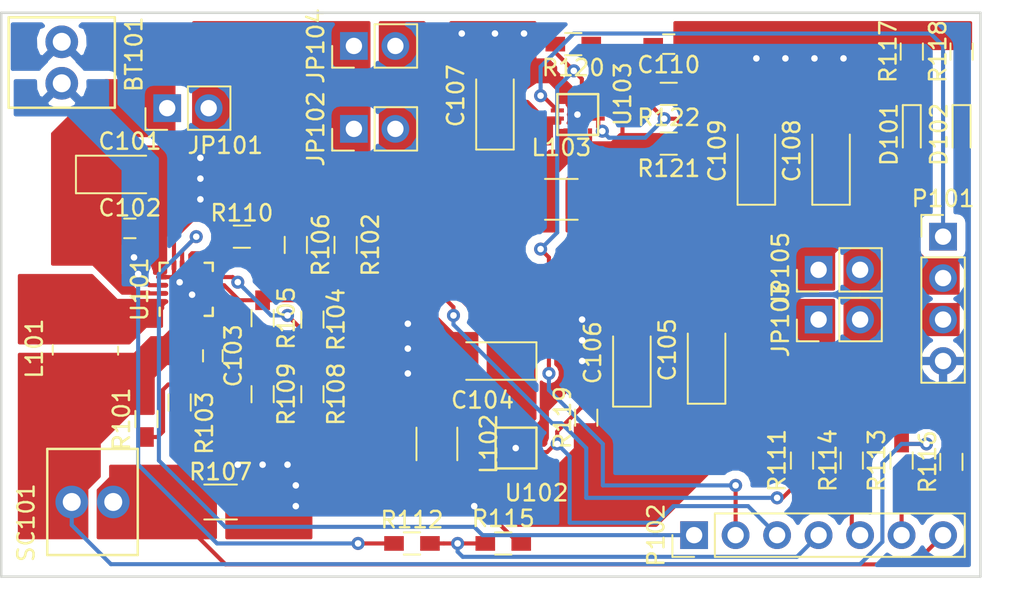
<source format=kicad_pcb>
(kicad_pcb (version 20170123) (host pcbnew "(2017-07-10 revision 2a301d588)-master")

  (general
    (thickness 1.6)
    (drawings 5)
    (tracks 414)
    (zones 0)
    (modules 49)
    (nets 37)
  )

  (page A4)
  (layers
    (0 F.Cu signal)
    (31 B.Cu signal)
    (32 B.Adhes user)
    (33 F.Adhes user)
    (34 B.Paste user)
    (35 F.Paste user)
    (36 B.SilkS user)
    (37 F.SilkS user)
    (38 B.Mask user)
    (39 F.Mask user)
    (40 Dwgs.User user)
    (41 Cmts.User user)
    (42 Eco1.User user)
    (43 Eco2.User user)
    (44 Edge.Cuts user)
    (45 Margin user)
    (46 B.CrtYd user)
    (47 F.CrtYd user)
    (48 B.Fab user)
    (49 F.Fab user)
  )

  (setup
    (last_trace_width 0.25)
    (trace_clearance 0.2)
    (zone_clearance 0.2)
    (zone_45_only no)
    (trace_min 0.2)
    (segment_width 0.2)
    (edge_width 0.15)
    (via_size 0.8)
    (via_drill 0.4)
    (via_min_size 0.4)
    (via_min_drill 0.3)
    (uvia_size 0.3)
    (uvia_drill 0.1)
    (uvias_allowed no)
    (uvia_min_size 0.2)
    (uvia_min_drill 0.1)
    (pcb_text_width 0.3)
    (pcb_text_size 1.5 1.5)
    (mod_edge_width 0.15)
    (mod_text_size 1 1)
    (mod_text_width 0.15)
    (pad_size 1.524 1.524)
    (pad_drill 0.762)
    (pad_to_mask_clearance 0.2)
    (aux_axis_origin 0 0)
    (visible_elements FFFFFF7F)
    (pcbplotparams
      (layerselection 0x00030_ffffffff)
      (usegerberextensions false)
      (excludeedgelayer true)
      (linewidth 0.100000)
      (plotframeref false)
      (viasonmask false)
      (mode 1)
      (useauxorigin false)
      (hpglpennumber 1)
      (hpglpenspeed 20)
      (hpglpendiameter 15)
      (psnegative false)
      (psa4output false)
      (plotreference true)
      (plotvalue true)
      (plotinvisibletext false)
      (padsonsilk false)
      (subtractmaskfromsilk false)
      (outputformat 1)
      (mirror false)
      (drillshape 1)
      (scaleselection 1)
      (outputdirectory ""))
  )

  (net 0 "")
  (net 1 GND)
  (net 2 HK_SOLAR_I)
  (net 3 HK_BAT_V)
  (net 4 /VBat)
  (net 5 "Net-(R104-Pad2)")
  (net 6 "Net-(C110-Pad1)")
  (net 7 "Net-(C108-Pad1)")
  (net 8 PGOOD_5)
  (net 9 "Net-(C105-Pad1)")
  (net 10 PGOOD_3.3)
  (net 11 "Net-(D102-Pad1)")
  (net 12 "Net-(D101-Pad1)")
  (net 13 HK_SOLAR_V)
  (net 14 HK_BUS_V)
  (net 15 /VSolar)
  (net 16 "Net-(R106-Pad2)")
  (net 17 "Net-(R102-Pad2)")
  (net 18 "Net-(R102-Pad1)")
  (net 19 "Net-(R105-Pad2)")
  (net 20 "Net-(R101-Pad2)")
  (net 21 /VBus)
  (net 22 BAT_OK)
  (net 23 +3V3)
  (net 24 +5V)
  (net 25 "Net-(C101-Pad1)")
  (net 26 "Net-(C104-Pad1)")
  (net 27 "Net-(C107-Pad1)")
  (net 28 "Net-(L103-Pad1)")
  (net 29 "Net-(L103-Pad2)")
  (net 30 "Net-(U103-Pad7)")
  (net 31 5V_Enable)
  (net 32 "Net-(U102-Pad7)")
  (net 33 "Net-(L102-Pad2)")
  (net 34 "Net-(L102-Pad1)")
  (net 35 "Net-(L101-Pad2)")
  (net 36 "Net-(C103-Pad1)")

  (net_class Default "Dies ist die voreingestellte Netzklasse."
    (clearance 0.2)
    (trace_width 0.25)
    (via_dia 0.8)
    (via_drill 0.4)
    (uvia_dia 0.3)
    (uvia_drill 0.1)
    (add_net +3V3)
    (add_net +5V)
    (add_net /VBat)
    (add_net /VBus)
    (add_net /VSolar)
    (add_net 5V_Enable)
    (add_net BAT_OK)
    (add_net GND)
    (add_net HK_BAT_V)
    (add_net HK_BUS_V)
    (add_net HK_SOLAR_I)
    (add_net HK_SOLAR_V)
    (add_net "Net-(C101-Pad1)")
    (add_net "Net-(C103-Pad1)")
    (add_net "Net-(C104-Pad1)")
    (add_net "Net-(C105-Pad1)")
    (add_net "Net-(C107-Pad1)")
    (add_net "Net-(C108-Pad1)")
    (add_net "Net-(C110-Pad1)")
    (add_net "Net-(D101-Pad1)")
    (add_net "Net-(D102-Pad1)")
    (add_net "Net-(L101-Pad2)")
    (add_net "Net-(L102-Pad1)")
    (add_net "Net-(L102-Pad2)")
    (add_net "Net-(L103-Pad1)")
    (add_net "Net-(L103-Pad2)")
    (add_net "Net-(R101-Pad2)")
    (add_net "Net-(R102-Pad1)")
    (add_net "Net-(R102-Pad2)")
    (add_net "Net-(R104-Pad2)")
    (add_net "Net-(R105-Pad2)")
    (add_net "Net-(R106-Pad2)")
    (add_net "Net-(U102-Pad7)")
    (add_net "Net-(U103-Pad7)")
    (add_net PGOOD_3.3)
    (add_net PGOOD_5)
  )

  (module Housings_DFN_QFN:QFN-16-1EP_3x3mm_Pitch0.5mm (layer F.Cu) (tedit 54130A77) (tstamp 5A245EEA)
    (at 51.711695 115.494737 90)
    (descr "16-Lead Plastic Quad Flat, No Lead Package (NG) - 3x3x0.9 mm Body [QFN]; (see Microchip Packaging Specification 00000049BS.pdf)")
    (tags "QFN 0.5")
    (path /5A1323DA)
    (attr smd)
    (fp_text reference U101 (at 0 -2.85 90) (layer F.SilkS)
      (effects (font (size 1 1) (thickness 0.15)))
    )
    (fp_text value bq25504 (at 0 2.85 90) (layer F.Fab)
      (effects (font (size 1 1) (thickness 0.15)))
    )
    (fp_line (start 1.625 -1.625) (end 1.125 -1.625) (layer F.SilkS) (width 0.15))
    (fp_line (start 1.625 1.625) (end 1.125 1.625) (layer F.SilkS) (width 0.15))
    (fp_line (start -1.625 1.625) (end -1.125 1.625) (layer F.SilkS) (width 0.15))
    (fp_line (start -1.625 -1.625) (end -1.125 -1.625) (layer F.SilkS) (width 0.15))
    (fp_line (start 1.625 1.625) (end 1.625 1.125) (layer F.SilkS) (width 0.15))
    (fp_line (start -1.625 1.625) (end -1.625 1.125) (layer F.SilkS) (width 0.15))
    (fp_line (start 1.625 -1.625) (end 1.625 -1.125) (layer F.SilkS) (width 0.15))
    (fp_line (start -2.1 2.1) (end 2.1 2.1) (layer F.CrtYd) (width 0.05))
    (fp_line (start -2.1 -2.1) (end 2.1 -2.1) (layer F.CrtYd) (width 0.05))
    (fp_line (start 2.1 -2.1) (end 2.1 2.1) (layer F.CrtYd) (width 0.05))
    (fp_line (start -2.1 -2.1) (end -2.1 2.1) (layer F.CrtYd) (width 0.05))
    (fp_line (start -1.5 -0.5) (end -0.5 -1.5) (layer F.Fab) (width 0.15))
    (fp_line (start -1.5 1.5) (end -1.5 -0.5) (layer F.Fab) (width 0.15))
    (fp_line (start 1.5 1.5) (end -1.5 1.5) (layer F.Fab) (width 0.15))
    (fp_line (start 1.5 -1.5) (end 1.5 1.5) (layer F.Fab) (width 0.15))
    (fp_line (start -0.5 -1.5) (end 1.5 -1.5) (layer F.Fab) (width 0.15))
    (pad 17 smd rect (at -0.45 -0.45 90) (size 0.9 0.9) (layers F.Cu F.Paste F.Mask)
      (net 1 GND) (solder_paste_margin_ratio -0.2))
    (pad 17 smd rect (at -0.45 0.45 90) (size 0.9 0.9) (layers F.Cu F.Paste F.Mask)
      (net 1 GND) (solder_paste_margin_ratio -0.2))
    (pad 17 smd rect (at 0.45 -0.45 90) (size 0.9 0.9) (layers F.Cu F.Paste F.Mask)
      (net 1 GND) (solder_paste_margin_ratio -0.2))
    (pad 17 smd rect (at 0.45 0.45 90) (size 0.9 0.9) (layers F.Cu F.Paste F.Mask)
      (net 1 GND) (solder_paste_margin_ratio -0.2))
    (pad 16 smd oval (at -0.75 -1.475 180) (size 0.75 0.3) (layers F.Cu F.Paste F.Mask)
      (net 35 "Net-(L101-Pad2)"))
    (pad 15 smd oval (at -0.25 -1.475 180) (size 0.75 0.3) (layers F.Cu F.Paste F.Mask)
      (net 25 "Net-(C101-Pad1)"))
    (pad 14 smd oval (at 0.25 -1.475 180) (size 0.75 0.3) (layers F.Cu F.Paste F.Mask)
      (net 4 /VBat))
    (pad 13 smd oval (at 0.75 -1.475 180) (size 0.75 0.3) (layers F.Cu F.Paste F.Mask)
      (net 1 GND))
    (pad 12 smd oval (at 1.475 -0.75 90) (size 0.75 0.3) (layers F.Cu F.Paste F.Mask)
      (net 1 GND))
    (pad 11 smd oval (at 1.475 -0.25 90) (size 0.75 0.3) (layers F.Cu F.Paste F.Mask)
      (net 22 BAT_OK))
    (pad 10 smd oval (at 1.475 0.25 90) (size 0.75 0.3) (layers F.Cu F.Paste F.Mask)
      (net 16 "Net-(R106-Pad2)"))
    (pad 9 smd oval (at 1.475 0.75 90) (size 0.75 0.3) (layers F.Cu F.Paste F.Mask)
      (net 17 "Net-(R102-Pad2)"))
    (pad 8 smd oval (at 0.75 1.475 180) (size 0.75 0.3) (layers F.Cu F.Paste F.Mask)
      (net 5 "Net-(R104-Pad2)"))
    (pad 7 smd oval (at 0.25 1.475 180) (size 0.75 0.3) (layers F.Cu F.Paste F.Mask)
      (net 18 "Net-(R102-Pad1)"))
    (pad 6 smd oval (at -0.25 1.475 180) (size 0.75 0.3) (layers F.Cu F.Paste F.Mask)
      (net 19 "Net-(R105-Pad2)"))
    (pad 5 smd oval (at -0.75 1.475 180) (size 0.75 0.3) (layers F.Cu F.Paste F.Mask)
      (net 1 GND))
    (pad 4 smd oval (at -1.475 0.75 90) (size 0.75 0.3) (layers F.Cu F.Paste F.Mask)
      (net 36 "Net-(C103-Pad1)"))
    (pad 3 smd oval (at -1.475 0.25 90) (size 0.75 0.3) (layers F.Cu F.Paste F.Mask)
      (net 20 "Net-(R101-Pad2)"))
    (pad 2 smd oval (at -1.475 -0.25 90) (size 0.75 0.3) (layers F.Cu F.Paste F.Mask)
      (net 15 /VSolar))
    (pad 1 smd oval (at -1.475 -0.75 90) (size 0.75 0.3) (layers F.Cu F.Paste F.Mask)
      (net 1 GND))
    (model ${KISYS3DMOD}/Housings_DFN_QFN.3dshapes/QFN-16-1EP_3x3mm_Pitch0.5mm.wrl
      (at (xyz 0 0 0))
      (scale (xyz 1 1 1))
      (rotate (xyz 0 0 0))
    )
  )

  (module Pin_Headers:Pin_Header_Straight_1x04_Pitch2.54mm (layer F.Cu) (tedit 59650532) (tstamp 5A14BFF5)
    (at 98.044 112.268)
    (descr "Through hole straight pin header, 1x04, 2.54mm pitch, single row")
    (tags "Through hole pin header THT 1x04 2.54mm single row")
    (path /5A14746F)
    (fp_text reference P101 (at 0 -2.33) (layer F.SilkS)
      (effects (font (size 1 1) (thickness 0.15)))
    )
    (fp_text value CONN_01X04 (at 0 9.95) (layer F.Fab)
      (effects (font (size 1 1) (thickness 0.15)))
    )
    (fp_text user %R (at 0 3.81 90) (layer F.Fab)
      (effects (font (size 1 1) (thickness 0.15)))
    )
    (fp_line (start 1.8 -1.8) (end -1.8 -1.8) (layer F.CrtYd) (width 0.05))
    (fp_line (start 1.8 9.4) (end 1.8 -1.8) (layer F.CrtYd) (width 0.05))
    (fp_line (start -1.8 9.4) (end 1.8 9.4) (layer F.CrtYd) (width 0.05))
    (fp_line (start -1.8 -1.8) (end -1.8 9.4) (layer F.CrtYd) (width 0.05))
    (fp_line (start -1.33 -1.33) (end 0 -1.33) (layer F.SilkS) (width 0.12))
    (fp_line (start -1.33 0) (end -1.33 -1.33) (layer F.SilkS) (width 0.12))
    (fp_line (start -1.33 1.27) (end 1.33 1.27) (layer F.SilkS) (width 0.12))
    (fp_line (start 1.33 1.27) (end 1.33 8.95) (layer F.SilkS) (width 0.12))
    (fp_line (start -1.33 1.27) (end -1.33 8.95) (layer F.SilkS) (width 0.12))
    (fp_line (start -1.33 8.95) (end 1.33 8.95) (layer F.SilkS) (width 0.12))
    (fp_line (start -1.27 -0.635) (end -0.635 -1.27) (layer F.Fab) (width 0.1))
    (fp_line (start -1.27 8.89) (end -1.27 -0.635) (layer F.Fab) (width 0.1))
    (fp_line (start 1.27 8.89) (end -1.27 8.89) (layer F.Fab) (width 0.1))
    (fp_line (start 1.27 -1.27) (end 1.27 8.89) (layer F.Fab) (width 0.1))
    (fp_line (start -0.635 -1.27) (end 1.27 -1.27) (layer F.Fab) (width 0.1))
    (pad 4 thru_hole oval (at 0 7.62) (size 1.7 1.7) (drill 1) (layers *.Cu *.Mask)
      (net 1 GND))
    (pad 3 thru_hole oval (at 0 5.08) (size 1.7 1.7) (drill 1) (layers *.Cu *.Mask)
      (net 23 +3V3))
    (pad 2 thru_hole oval (at 0 2.54) (size 1.7 1.7) (drill 1) (layers *.Cu *.Mask)
      (net 24 +5V))
    (pad 1 thru_hole rect (at 0 0) (size 1.7 1.7) (drill 1) (layers *.Cu *.Mask)
      (net 31 5V_Enable))
    (model ${KISYS3DMOD}/Pin_Headers.3dshapes/Pin_Header_Straight_1x04_Pitch2.54mm.wrl
      (at (xyz 0 0 0))
      (scale (xyz 1 1 1))
      (rotate (xyz 0 0 0))
    )
  )

  (module Octanis3:VQFN_12_2.5x2.5mm (layer F.Cu) (tedit 5A131E70) (tstamp 5A1930C6)
    (at 72.930874 104.035054 90)
    (path /5A1323F5)
    (fp_text reference U103 (at 0.5 5.5 90) (layer F.SilkS)
      (effects (font (size 1 1) (thickness 0.15)))
    )
    (fp_text value TPS63050 (at 0 -0.5 90) (layer F.Fab)
      (effects (font (size 1 1) (thickness 0.15)))
    )
    (fp_line (start -2 4) (end 0.5 4) (layer F.SilkS) (width 0.15))
    (fp_line (start 0.5 4) (end 0.5 1.5) (layer F.SilkS) (width 0.15))
    (fp_line (start 0.5 1.5) (end -2 1.5) (layer F.SilkS) (width 0.15))
    (fp_line (start -2 1.5) (end -2 4) (layer F.SilkS) (width 0.15))
    (fp_line (start -2 4) (end -2 4) (layer F.SilkS) (width 0.15))
    (pad 1 smd rect (at -2 2 180) (size 0.25 0.8) (layers F.Cu F.Paste F.Mask)
      (net 28 "Net-(L103-Pad1)"))
    (pad 2 smd rect (at -2 2.5 180) (size 0.25 0.8) (layers F.Cu F.Paste F.Mask)
      (net 1 GND))
    (pad 3 smd rect (at -2 3 180) (size 0.25 0.8) (layers F.Cu F.Paste F.Mask)
      (net 29 "Net-(L103-Pad2)"))
    (pad 4 smd rect (at -2 3.5 180) (size 0.25 0.8) (layers F.Cu F.Paste F.Mask)
      (net 7 "Net-(C108-Pad1)"))
    (pad 5 smd rect (at -1 4 90) (size 0.25 0.8) (layers F.Cu F.Paste F.Mask)
      (net 6 "Net-(C110-Pad1)"))
    (pad 6 smd rect (at -0.5 4 90) (size 0.25 0.8) (layers F.Cu F.Paste F.Mask)
      (net 1 GND))
    (pad 7 smd rect (at 0.5 3.5 180) (size 0.25 0.8) (layers F.Cu F.Paste F.Mask)
      (net 30 "Net-(U103-Pad7)"))
    (pad 8 smd rect (at 0.5 3 180) (size 0.25 0.8) (layers F.Cu F.Paste F.Mask)
      (net 8 PGOOD_5))
    (pad 9 smd rect (at 0.5 2.5 180) (size 0.25 0.8) (layers F.Cu F.Paste F.Mask)
      (net 1 GND))
    (pad 10 smd rect (at 0.5 2 180) (size 0.25 0.8) (layers F.Cu F.Paste F.Mask)
      (net 1 GND))
    (pad 11 smd rect (at -0.5 1.5 90) (size 0.25 0.8) (layers F.Cu F.Paste F.Mask)
      (net 31 5V_Enable))
    (pad 12 smd rect (at -1 1.5 90) (size 0.25 0.8) (layers F.Cu F.Paste F.Mask)
      (net 27 "Net-(C107-Pad1)"))
  )

  (module Capacitors_SMD:C_0603_HandSoldering (layer F.Cu) (tedit 58AA848B) (tstamp 5A1934D7)
    (at 48.26 111.76)
    (descr "Capacitor SMD 0603, hand soldering")
    (tags "capacitor 0603")
    (path /5A1323CD)
    (attr smd)
    (fp_text reference C102 (at 0 -1.25) (layer F.SilkS)
      (effects (font (size 1 1) (thickness 0.15)))
    )
    (fp_text value 100n (at 0 1.5) (layer F.Fab)
      (effects (font (size 1 1) (thickness 0.15)))
    )
    (fp_line (start 1.8 0.65) (end -1.8 0.65) (layer F.CrtYd) (width 0.05))
    (fp_line (start 1.8 0.65) (end 1.8 -0.65) (layer F.CrtYd) (width 0.05))
    (fp_line (start -1.8 -0.65) (end -1.8 0.65) (layer F.CrtYd) (width 0.05))
    (fp_line (start -1.8 -0.65) (end 1.8 -0.65) (layer F.CrtYd) (width 0.05))
    (fp_line (start 0.35 0.6) (end -0.35 0.6) (layer F.SilkS) (width 0.12))
    (fp_line (start -0.35 -0.6) (end 0.35 -0.6) (layer F.SilkS) (width 0.12))
    (fp_line (start -0.8 -0.4) (end 0.8 -0.4) (layer F.Fab) (width 0.1))
    (fp_line (start 0.8 -0.4) (end 0.8 0.4) (layer F.Fab) (width 0.1))
    (fp_line (start 0.8 0.4) (end -0.8 0.4) (layer F.Fab) (width 0.1))
    (fp_line (start -0.8 0.4) (end -0.8 -0.4) (layer F.Fab) (width 0.1))
    (fp_text user %R (at 0 -1.25) (layer F.Fab)
      (effects (font (size 1 1) (thickness 0.15)))
    )
    (pad 2 smd rect (at 0.95 0) (size 1.2 0.75) (layers F.Cu F.Paste F.Mask)
      (net 1 GND))
    (pad 1 smd rect (at -0.95 0) (size 1.2 0.75) (layers F.Cu F.Paste F.Mask)
      (net 25 "Net-(C101-Pad1)"))
    (model Capacitors_SMD.3dshapes/C_0603.wrl
      (at (xyz 0 0 0))
      (scale (xyz 1 1 1))
      (rotate (xyz 0 0 0))
    )
  )

  (module Capacitors_SMD:C_0603_HandSoldering (layer F.Cu) (tedit 58AA848B) (tstamp 5A1934A6)
    (at 53.34 119.568 270)
    (descr "Capacitor SMD 0603, hand soldering")
    (tags "capacitor 0603")
    (path /5A1323D3)
    (attr smd)
    (fp_text reference C103 (at 0 -1.25 270) (layer F.SilkS)
      (effects (font (size 1 1) (thickness 0.15)))
    )
    (fp_text value 10n (at 0 1.5 270) (layer F.Fab)
      (effects (font (size 1 1) (thickness 0.15)))
    )
    (fp_text user %R (at 0 -1.25 270) (layer F.Fab)
      (effects (font (size 1 1) (thickness 0.15)))
    )
    (fp_line (start -0.8 0.4) (end -0.8 -0.4) (layer F.Fab) (width 0.1))
    (fp_line (start 0.8 0.4) (end -0.8 0.4) (layer F.Fab) (width 0.1))
    (fp_line (start 0.8 -0.4) (end 0.8 0.4) (layer F.Fab) (width 0.1))
    (fp_line (start -0.8 -0.4) (end 0.8 -0.4) (layer F.Fab) (width 0.1))
    (fp_line (start -0.35 -0.6) (end 0.35 -0.6) (layer F.SilkS) (width 0.12))
    (fp_line (start 0.35 0.6) (end -0.35 0.6) (layer F.SilkS) (width 0.12))
    (fp_line (start -1.8 -0.65) (end 1.8 -0.65) (layer F.CrtYd) (width 0.05))
    (fp_line (start -1.8 -0.65) (end -1.8 0.65) (layer F.CrtYd) (width 0.05))
    (fp_line (start 1.8 0.65) (end 1.8 -0.65) (layer F.CrtYd) (width 0.05))
    (fp_line (start 1.8 0.65) (end -1.8 0.65) (layer F.CrtYd) (width 0.05))
    (pad 1 smd rect (at -0.95 0 270) (size 1.2 0.75) (layers F.Cu F.Paste F.Mask)
      (net 36 "Net-(C103-Pad1)"))
    (pad 2 smd rect (at 0.95 0 270) (size 1.2 0.75) (layers F.Cu F.Paste F.Mask)
      (net 1 GND))
    (model Capacitors_SMD.3dshapes/C_0603.wrl
      (at (xyz 0 0 0))
      (scale (xyz 1 1 1))
      (rotate (xyz 0 0 0))
    )
  )

  (module Capacitors_SMD:C_0603_HandSoldering (layer F.Cu) (tedit 58AA848B) (tstamp 5A193475)
    (at 81.248874 100.471054)
    (descr "Capacitor SMD 0603, hand soldering")
    (tags "capacitor 0603")
    (path /5A1323FC)
    (attr smd)
    (fp_text reference C110 (at 0 1.27) (layer F.SilkS)
      (effects (font (size 1 1) (thickness 0.15)))
    )
    (fp_text value 10p (at 0 1.5) (layer F.Fab)
      (effects (font (size 1 1) (thickness 0.15)))
    )
    (fp_line (start 1.8 0.65) (end -1.8 0.65) (layer F.CrtYd) (width 0.05))
    (fp_line (start 1.8 0.65) (end 1.8 -0.65) (layer F.CrtYd) (width 0.05))
    (fp_line (start -1.8 -0.65) (end -1.8 0.65) (layer F.CrtYd) (width 0.05))
    (fp_line (start -1.8 -0.65) (end 1.8 -0.65) (layer F.CrtYd) (width 0.05))
    (fp_line (start 0.35 0.6) (end -0.35 0.6) (layer F.SilkS) (width 0.12))
    (fp_line (start -0.35 -0.6) (end 0.35 -0.6) (layer F.SilkS) (width 0.12))
    (fp_line (start -0.8 -0.4) (end 0.8 -0.4) (layer F.Fab) (width 0.1))
    (fp_line (start 0.8 -0.4) (end 0.8 0.4) (layer F.Fab) (width 0.1))
    (fp_line (start 0.8 0.4) (end -0.8 0.4) (layer F.Fab) (width 0.1))
    (fp_line (start -0.8 0.4) (end -0.8 -0.4) (layer F.Fab) (width 0.1))
    (fp_text user %R (at 0 -1.25) (layer F.Fab)
      (effects (font (size 1 1) (thickness 0.15)))
    )
    (pad 2 smd rect (at 0.95 0) (size 1.2 0.75) (layers F.Cu F.Paste F.Mask)
      (net 1 GND))
    (pad 1 smd rect (at -0.95 0) (size 1.2 0.75) (layers F.Cu F.Paste F.Mask)
      (net 6 "Net-(C110-Pad1)"))
    (model Capacitors_SMD.3dshapes/C_0603.wrl
      (at (xyz 0 0 0))
      (scale (xyz 1 1 1))
      (rotate (xyz 0 0 0))
    )
  )

  (module Inductors_SMD:L_Wuerth_WE-TPC-3816 (layer F.Cu) (tedit 59BEBB0F) (tstamp 5A1933AC)
    (at 45.54 119.2 180)
    (descr "Inductor, WE-TPC, Wuerth, SMD, http://katalog.we-online.de/pbs/datasheet/744031220.pdf")
    (tags "Inductor WE-TPC Wuerth SMD")
    (path /5A1323D4)
    (attr smd)
    (fp_text reference L101 (at 3.122 0.074 270) (layer F.SilkS)
      (effects (font (size 1 1) (thickness 0.15)))
    )
    (fp_text value 22u (at 0 2.9 180) (layer F.Fab)
      (effects (font (size 1 1) (thickness 0.15)))
    )
    (fp_line (start -1.9 1.9) (end -1.9 -1.9) (layer F.Fab) (width 0.12))
    (fp_line (start 1.9 1.9) (end -1.9 1.9) (layer F.Fab) (width 0.12))
    (fp_line (start 1.9 -1.9) (end 1.9 1.9) (layer F.Fab) (width 0.12))
    (fp_line (start -1.9 -1.9) (end 1.9 -1.9) (layer F.Fab) (width 0.12))
    (fp_text user %R (at -0.135001 1.3805 180) (layer F.Fab)
      (effects (font (size 0.75 0.75) (thickness 0.1)))
    )
    (fp_line (start -2 -0.3) (end -2 0.2) (layer F.SilkS) (width 0.12))
    (fp_line (start 2 -0.3) (end 2 0.3) (layer F.SilkS) (width 0.12))
    (fp_line (start 2.4 -2.4) (end -2.4 -2.4) (layer F.CrtYd) (width 0.05))
    (fp_line (start 2.4 2.4) (end 2.4 -2.4) (layer F.CrtYd) (width 0.05))
    (fp_line (start -2.4 2.4) (end 2.4 2.4) (layer F.CrtYd) (width 0.05))
    (fp_line (start -2.4 -2.4) (end -2.4 2.4) (layer F.CrtYd) (width 0.05))
    (pad 2 smd circle (at 1.45 1.45 180) (size 1.4 1.4) (layers F.Cu F.Paste F.Mask)
      (net 35 "Net-(L101-Pad2)"))
    (pad 2 smd circle (at -1.45 1.45 180) (size 1.4 1.4) (layers F.Cu F.Paste F.Mask)
      (net 35 "Net-(L101-Pad2)"))
    (pad 1 smd circle (at 1.45 -1.45 180) (size 1.4 1.4) (layers F.Cu F.Paste F.Mask)
      (net 15 /VSolar))
    (pad 1 smd circle (at -1.45 -1.45 180) (size 1.4 1.4) (layers F.Cu F.Paste F.Mask)
      (net 15 /VSolar))
    (pad 2 smd rect (at -1.675 1 180) (size 0.95 0.9) (layers F.Cu F.Paste F.Mask)
      (net 35 "Net-(L101-Pad2)"))
    (pad 2 smd rect (at 1.675 1 180) (size 0.95 0.9) (layers F.Cu F.Paste F.Mask)
      (net 35 "Net-(L101-Pad2)"))
    (pad 1 smd rect (at 1.675 -1 180) (size 0.95 0.9) (layers F.Cu F.Paste F.Mask)
      (net 15 /VSolar))
    (pad 2 smd rect (at 0 1.725 180) (size 2.9 0.85) (layers F.Cu F.Paste F.Mask)
      (net 35 "Net-(L101-Pad2)"))
    (pad 1 smd rect (at -1.675 -1 180) (size 0.95 0.9) (layers F.Cu F.Paste F.Mask)
      (net 15 /VSolar))
    (pad 1 smd rect (at 0 -1.725 180) (size 2.9 0.85) (layers F.Cu F.Paste F.Mask)
      (net 15 /VSolar))
    (model ${KISYS3DMOD}/Inductors_SMD.3dshapes/L_Wuerth_WE-TPC-3816.wrl
      (at (xyz 0 0 0))
      (scale (xyz 1 1 1))
      (rotate (xyz 0 0 0))
    )
  )

  (module LEDs:LED_0603_HandSoldering (layer F.Cu) (tedit 595FC9C0) (tstamp 5A19336B)
    (at 96.129213 106.007783 270)
    (descr "LED SMD 0603, hand soldering")
    (tags "LED 0603")
    (path /5A132411)
    (attr smd)
    (fp_text reference D101 (at 0 1.387213 270) (layer F.SilkS)
      (effects (font (size 1 1) (thickness 0.15)))
    )
    (fp_text value LED (at 0 1.55 270) (layer F.Fab)
      (effects (font (size 1 1) (thickness 0.15)))
    )
    (fp_line (start -1.8 -0.55) (end -1.8 0.55) (layer F.SilkS) (width 0.12))
    (fp_line (start -0.2 -0.2) (end -0.2 0.2) (layer F.Fab) (width 0.1))
    (fp_line (start -0.15 0) (end 0.15 -0.2) (layer F.Fab) (width 0.1))
    (fp_line (start 0.15 0.2) (end -0.15 0) (layer F.Fab) (width 0.1))
    (fp_line (start 0.15 -0.2) (end 0.15 0.2) (layer F.Fab) (width 0.1))
    (fp_line (start 0.8 0.4) (end -0.8 0.4) (layer F.Fab) (width 0.1))
    (fp_line (start 0.8 -0.4) (end 0.8 0.4) (layer F.Fab) (width 0.1))
    (fp_line (start -0.8 -0.4) (end 0.8 -0.4) (layer F.Fab) (width 0.1))
    (fp_line (start -1.8 0.55) (end 0.8 0.55) (layer F.SilkS) (width 0.12))
    (fp_line (start -1.8 -0.55) (end 0.8 -0.55) (layer F.SilkS) (width 0.12))
    (fp_line (start -1.96 -0.7) (end 1.95 -0.7) (layer F.CrtYd) (width 0.05))
    (fp_line (start -1.96 -0.7) (end -1.96 0.7) (layer F.CrtYd) (width 0.05))
    (fp_line (start 1.95 0.7) (end 1.95 -0.7) (layer F.CrtYd) (width 0.05))
    (fp_line (start 1.95 0.7) (end -1.96 0.7) (layer F.CrtYd) (width 0.05))
    (fp_line (start -0.8 -0.4) (end -0.8 0.4) (layer F.Fab) (width 0.1))
    (pad 1 smd rect (at -1.1 0 270) (size 1.2 0.9) (layers F.Cu F.Paste F.Mask)
      (net 12 "Net-(D101-Pad1)"))
    (pad 2 smd rect (at 1.1 0 270) (size 1.2 0.9) (layers F.Cu F.Paste F.Mask)
      (net 24 +5V))
    (model ${KISYS3DMOD}/LEDs.3dshapes/LED_0603.wrl
      (at (xyz 0 0 0))
      (scale (xyz 1 1 1))
      (rotate (xyz 0 0 180))
    )
  )

  (module LEDs:LED_0603_HandSoldering (layer F.Cu) (tedit 595FC9C0) (tstamp 5A19332E)
    (at 99.177213 106.007783 270)
    (descr "LED SMD 0603, hand soldering")
    (tags "LED 0603")
    (path /5A132412)
    (attr smd)
    (fp_text reference D102 (at 0 1.387213 270) (layer F.SilkS)
      (effects (font (size 1 1) (thickness 0.15)))
    )
    (fp_text value LED (at 0 1.55 270) (layer F.Fab)
      (effects (font (size 1 1) (thickness 0.15)))
    )
    (fp_line (start -0.8 -0.4) (end -0.8 0.4) (layer F.Fab) (width 0.1))
    (fp_line (start 1.95 0.7) (end -1.96 0.7) (layer F.CrtYd) (width 0.05))
    (fp_line (start 1.95 0.7) (end 1.95 -0.7) (layer F.CrtYd) (width 0.05))
    (fp_line (start -1.96 -0.7) (end -1.96 0.7) (layer F.CrtYd) (width 0.05))
    (fp_line (start -1.96 -0.7) (end 1.95 -0.7) (layer F.CrtYd) (width 0.05))
    (fp_line (start -1.8 -0.55) (end 0.8 -0.55) (layer F.SilkS) (width 0.12))
    (fp_line (start -1.8 0.55) (end 0.8 0.55) (layer F.SilkS) (width 0.12))
    (fp_line (start -0.8 -0.4) (end 0.8 -0.4) (layer F.Fab) (width 0.1))
    (fp_line (start 0.8 -0.4) (end 0.8 0.4) (layer F.Fab) (width 0.1))
    (fp_line (start 0.8 0.4) (end -0.8 0.4) (layer F.Fab) (width 0.1))
    (fp_line (start 0.15 -0.2) (end 0.15 0.2) (layer F.Fab) (width 0.1))
    (fp_line (start 0.15 0.2) (end -0.15 0) (layer F.Fab) (width 0.1))
    (fp_line (start -0.15 0) (end 0.15 -0.2) (layer F.Fab) (width 0.1))
    (fp_line (start -0.2 -0.2) (end -0.2 0.2) (layer F.Fab) (width 0.1))
    (fp_line (start -1.8 -0.55) (end -1.8 0.55) (layer F.SilkS) (width 0.12))
    (pad 2 smd rect (at 1.1 0 270) (size 1.2 0.9) (layers F.Cu F.Paste F.Mask)
      (net 23 +3V3))
    (pad 1 smd rect (at -1.1 0 270) (size 1.2 0.9) (layers F.Cu F.Paste F.Mask)
      (net 11 "Net-(D102-Pad1)"))
    (model ${KISYS3DMOD}/LEDs.3dshapes/LED_0603.wrl
      (at (xyz 0 0 0))
      (scale (xyz 1 1 1))
      (rotate (xyz 0 0 180))
    )
  )

  (module Octanis3:C_SMD_2012_Hand (layer F.Cu) (tedit 5A132F61) (tstamp 5A1932F7)
    (at 86.614 107.012 90)
    (descr "Tantalum capacitor, Case R, EIA 2012-12, 2.0x1.3x1.2mm, Hand soldering footprint")
    (tags "capacitor tantalum smd")
    (path /5A1323F9)
    (attr smd)
    (fp_text reference C109 (at 0 -2.4 90) (layer F.SilkS)
      (effects (font (size 1 1) (thickness 0.15)))
    )
    (fp_text value 10u (at 0 2.4 90) (layer F.Fab)
      (effects (font (size 1 1) (thickness 0.15)))
    )
    (fp_line (start -3.3 -1.15) (end -3.3 1.15) (layer F.SilkS) (width 0.12))
    (fp_line (start -3.3 1.15) (end 1 1.15) (layer F.SilkS) (width 0.12))
    (fp_line (start -3.3 -1.15) (end 1 -1.15) (layer F.SilkS) (width 0.12))
    (fp_line (start 1 -0.65) (end -1 -0.65) (layer F.Fab) (width 0.1))
    (fp_line (start 1 0.65) (end 1 -0.65) (layer F.Fab) (width 0.1))
    (fp_line (start -1 0.65) (end 1 0.65) (layer F.Fab) (width 0.1))
    (fp_line (start -1 -0.65) (end -1 0.65) (layer F.Fab) (width 0.1))
    (fp_line (start 3.4 -1.3) (end -3.4 -1.3) (layer F.CrtYd) (width 0.05))
    (fp_line (start 3.4 1.3) (end 3.4 -1.3) (layer F.CrtYd) (width 0.05))
    (fp_line (start -3.4 1.3) (end 3.4 1.3) (layer F.CrtYd) (width 0.05))
    (fp_line (start -3.4 -1.3) (end -3.4 1.3) (layer F.CrtYd) (width 0.05))
    (fp_text user %R (at 0 0 90) (layer F.Fab)
      (effects (font (size 0.5 0.5) (thickness 0.075)))
    )
    (pad 2 smd rect (at 1.7 0 90) (size 2.6 1.8) (layers F.Cu F.Paste F.Mask)
      (net 1 GND))
    (pad 1 smd rect (at -1.7 0 90) (size 2.6 1.8) (layers F.Cu F.Paste F.Mask)
      (net 7 "Net-(C108-Pad1)"))
    (model Capacitors_Tantalum_SMD.3dshapes/CP_Tantalum_Case-R_EIA-2012-12.wrl
      (at (xyz 0 0 0))
      (scale (xyz 1 1 1))
      (rotate (xyz 0 0 0))
    )
  )

  (module Octanis3:C_SMD_2012_Hand (layer F.Cu) (tedit 5A132F61) (tstamp 5A1932C3)
    (at 91.186 107.012 90)
    (descr "Tantalum capacitor, Case R, EIA 2012-12, 2.0x1.3x1.2mm, Hand soldering footprint")
    (tags "capacitor tantalum smd")
    (path /5A1323F8)
    (attr smd)
    (fp_text reference C108 (at 0 -2.4 90) (layer F.SilkS)
      (effects (font (size 1 1) (thickness 0.15)))
    )
    (fp_text value 10u (at 0 2.4 90) (layer F.Fab)
      (effects (font (size 1 1) (thickness 0.15)))
    )
    (fp_text user %R (at 0 0 90) (layer F.Fab)
      (effects (font (size 0.5 0.5) (thickness 0.075)))
    )
    (fp_line (start -3.4 -1.3) (end -3.4 1.3) (layer F.CrtYd) (width 0.05))
    (fp_line (start -3.4 1.3) (end 3.4 1.3) (layer F.CrtYd) (width 0.05))
    (fp_line (start 3.4 1.3) (end 3.4 -1.3) (layer F.CrtYd) (width 0.05))
    (fp_line (start 3.4 -1.3) (end -3.4 -1.3) (layer F.CrtYd) (width 0.05))
    (fp_line (start -1 -0.65) (end -1 0.65) (layer F.Fab) (width 0.1))
    (fp_line (start -1 0.65) (end 1 0.65) (layer F.Fab) (width 0.1))
    (fp_line (start 1 0.65) (end 1 -0.65) (layer F.Fab) (width 0.1))
    (fp_line (start 1 -0.65) (end -1 -0.65) (layer F.Fab) (width 0.1))
    (fp_line (start -3.3 -1.15) (end 1 -1.15) (layer F.SilkS) (width 0.12))
    (fp_line (start -3.3 1.15) (end 1 1.15) (layer F.SilkS) (width 0.12))
    (fp_line (start -3.3 -1.15) (end -3.3 1.15) (layer F.SilkS) (width 0.12))
    (pad 1 smd rect (at -1.7 0 90) (size 2.6 1.8) (layers F.Cu F.Paste F.Mask)
      (net 7 "Net-(C108-Pad1)"))
    (pad 2 smd rect (at 1.7 0 90) (size 2.6 1.8) (layers F.Cu F.Paste F.Mask)
      (net 1 GND))
    (model Capacitors_Tantalum_SMD.3dshapes/CP_Tantalum_Case-R_EIA-2012-12.wrl
      (at (xyz 0 0 0))
      (scale (xyz 1 1 1))
      (rotate (xyz 0 0 0))
    )
  )

  (module Octanis3:C_SMD_2012_Hand (layer F.Cu) (tedit 5A132F61) (tstamp 5A19328F)
    (at 70.612 103.632 90)
    (descr "Tantalum capacitor, Case R, EIA 2012-12, 2.0x1.3x1.2mm, Hand soldering footprint")
    (tags "capacitor tantalum smd")
    (path /5A1323F0)
    (attr smd)
    (fp_text reference C107 (at 0 -2.4 90) (layer F.SilkS)
      (effects (font (size 1 1) (thickness 0.15)))
    )
    (fp_text value 10u (at 0 2.4 90) (layer F.Fab)
      (effects (font (size 1 1) (thickness 0.15)))
    )
    (fp_line (start -3.3 -1.15) (end -3.3 1.15) (layer F.SilkS) (width 0.12))
    (fp_line (start -3.3 1.15) (end 1 1.15) (layer F.SilkS) (width 0.12))
    (fp_line (start -3.3 -1.15) (end 1 -1.15) (layer F.SilkS) (width 0.12))
    (fp_line (start 1 -0.65) (end -1 -0.65) (layer F.Fab) (width 0.1))
    (fp_line (start 1 0.65) (end 1 -0.65) (layer F.Fab) (width 0.1))
    (fp_line (start -1 0.65) (end 1 0.65) (layer F.Fab) (width 0.1))
    (fp_line (start -1 -0.65) (end -1 0.65) (layer F.Fab) (width 0.1))
    (fp_line (start 3.4 -1.3) (end -3.4 -1.3) (layer F.CrtYd) (width 0.05))
    (fp_line (start 3.4 1.3) (end 3.4 -1.3) (layer F.CrtYd) (width 0.05))
    (fp_line (start -3.4 1.3) (end 3.4 1.3) (layer F.CrtYd) (width 0.05))
    (fp_line (start -3.4 -1.3) (end -3.4 1.3) (layer F.CrtYd) (width 0.05))
    (fp_text user %R (at 0 0 90) (layer F.Fab)
      (effects (font (size 0.5 0.5) (thickness 0.075)))
    )
    (pad 2 smd rect (at 1.7 0 90) (size 2.6 1.8) (layers F.Cu F.Paste F.Mask)
      (net 1 GND))
    (pad 1 smd rect (at -1.7 0 90) (size 2.6 1.8) (layers F.Cu F.Paste F.Mask)
      (net 27 "Net-(C107-Pad1)"))
    (model Capacitors_Tantalum_SMD.3dshapes/CP_Tantalum_Case-R_EIA-2012-12.wrl
      (at (xyz 0 0 0))
      (scale (xyz 1 1 1))
      (rotate (xyz 0 0 0))
    )
  )

  (module Octanis3:C_SMD_2012_Hand (layer F.Cu) (tedit 5A1343E2) (tstamp 5A19325B)
    (at 83.566 119.204 90)
    (descr "Tantalum capacitor, Case R, EIA 2012-12, 2.0x1.3x1.2mm, Hand soldering footprint")
    (tags "capacitor tantalum smd")
    (path /5A1323FD)
    (attr smd)
    (fp_text reference C105 (at 0 -2.4 90) (layer F.SilkS)
      (effects (font (size 1 1) (thickness 0.15)))
    )
    (fp_text value 10u (at 0 2.4 90) (layer F.Fab)
      (effects (font (size 1 1) (thickness 0.15)))
    )
    (fp_text user %R (at 0 0 90) (layer F.Fab)
      (effects (font (size 0.5 0.5) (thickness 0.075)))
    )
    (fp_line (start -3.4 -1.3) (end -3.4 1.3) (layer F.CrtYd) (width 0.05))
    (fp_line (start -3.4 1.3) (end 3.4 1.3) (layer F.CrtYd) (width 0.05))
    (fp_line (start 3.4 1.3) (end 3.4 -1.3) (layer F.CrtYd) (width 0.05))
    (fp_line (start 3.4 -1.3) (end -3.4 -1.3) (layer F.CrtYd) (width 0.05))
    (fp_line (start -1 -0.65) (end -1 0.65) (layer F.Fab) (width 0.1))
    (fp_line (start -1 0.65) (end 1 0.65) (layer F.Fab) (width 0.1))
    (fp_line (start 1 0.65) (end 1 -0.65) (layer F.Fab) (width 0.1))
    (fp_line (start 1 -0.65) (end -1 -0.65) (layer F.Fab) (width 0.1))
    (fp_line (start -3.3 -1.15) (end 1 -1.15) (layer F.SilkS) (width 0.12))
    (fp_line (start -3.3 1.15) (end 1 1.15) (layer F.SilkS) (width 0.12))
    (fp_line (start -3.3 -1.15) (end -3.3 1.15) (layer F.SilkS) (width 0.12))
    (pad 1 smd rect (at -1.7 0 90) (size 2.6 1.8) (layers F.Cu F.Paste F.Mask)
      (net 9 "Net-(C105-Pad1)"))
    (pad 2 smd rect (at 1.7 0 90) (size 2.6 1.8) (layers F.Cu F.Paste F.Mask)
      (net 1 GND))
    (model Capacitors_Tantalum_SMD.3dshapes/CP_Tantalum_Case-R_EIA-2012-12.wrl
      (at (xyz 0 0 0))
      (scale (xyz 1 1 1))
      (rotate (xyz 0 0 0))
    )
  )

  (module Octanis3:C_SMD_2012_Hand (layer F.Cu) (tedit 5A132F61) (tstamp 5A193227)
    (at 69.85 119.888 180)
    (descr "Tantalum capacitor, Case R, EIA 2012-12, 2.0x1.3x1.2mm, Hand soldering footprint")
    (tags "capacitor tantalum smd")
    (path /5A1323E9)
    (attr smd)
    (fp_text reference C104 (at 0 -2.4 180) (layer F.SilkS)
      (effects (font (size 1 1) (thickness 0.15)))
    )
    (fp_text value 10u (at 0 2.4 180) (layer F.Fab)
      (effects (font (size 1 1) (thickness 0.15)))
    )
    (fp_line (start -3.3 -1.15) (end -3.3 1.15) (layer F.SilkS) (width 0.12))
    (fp_line (start -3.3 1.15) (end 1 1.15) (layer F.SilkS) (width 0.12))
    (fp_line (start -3.3 -1.15) (end 1 -1.15) (layer F.SilkS) (width 0.12))
    (fp_line (start 1 -0.65) (end -1 -0.65) (layer F.Fab) (width 0.1))
    (fp_line (start 1 0.65) (end 1 -0.65) (layer F.Fab) (width 0.1))
    (fp_line (start -1 0.65) (end 1 0.65) (layer F.Fab) (width 0.1))
    (fp_line (start -1 -0.65) (end -1 0.65) (layer F.Fab) (width 0.1))
    (fp_line (start 3.4 -1.3) (end -3.4 -1.3) (layer F.CrtYd) (width 0.05))
    (fp_line (start 3.4 1.3) (end 3.4 -1.3) (layer F.CrtYd) (width 0.05))
    (fp_line (start -3.4 1.3) (end 3.4 1.3) (layer F.CrtYd) (width 0.05))
    (fp_line (start -3.4 -1.3) (end -3.4 1.3) (layer F.CrtYd) (width 0.05))
    (fp_text user %R (at 0 0 180) (layer F.Fab)
      (effects (font (size 0.5 0.5) (thickness 0.075)))
    )
    (pad 2 smd rect (at 1.7 0 180) (size 2.6 1.8) (layers F.Cu F.Paste F.Mask)
      (net 1 GND))
    (pad 1 smd rect (at -1.7 0 180) (size 2.6 1.8) (layers F.Cu F.Paste F.Mask)
      (net 26 "Net-(C104-Pad1)"))
    (model Capacitors_Tantalum_SMD.3dshapes/CP_Tantalum_Case-R_EIA-2012-12.wrl
      (at (xyz 0 0 0))
      (scale (xyz 1 1 1))
      (rotate (xyz 0 0 0))
    )
  )

  (module Octanis3:C_SMD_2012_Hand (layer F.Cu) (tedit 5A132F61) (tstamp 5A1931F3)
    (at 48.26 108.458)
    (descr "Tantalum capacitor, Case R, EIA 2012-12, 2.0x1.3x1.2mm, Hand soldering footprint")
    (tags "capacitor tantalum smd")
    (path /5A1323CC)
    (attr smd)
    (fp_text reference C101 (at 0 -2.032) (layer F.SilkS)
      (effects (font (size 1 1) (thickness 0.15)))
    )
    (fp_text value 4.7u (at 0 2.4) (layer F.Fab)
      (effects (font (size 1 1) (thickness 0.15)))
    )
    (fp_text user %R (at 0 0) (layer F.Fab)
      (effects (font (size 0.5 0.5) (thickness 0.075)))
    )
    (fp_line (start -3.4 -1.3) (end -3.4 1.3) (layer F.CrtYd) (width 0.05))
    (fp_line (start -3.4 1.3) (end 3.4 1.3) (layer F.CrtYd) (width 0.05))
    (fp_line (start 3.4 1.3) (end 3.4 -1.3) (layer F.CrtYd) (width 0.05))
    (fp_line (start 3.4 -1.3) (end -3.4 -1.3) (layer F.CrtYd) (width 0.05))
    (fp_line (start -1 -0.65) (end -1 0.65) (layer F.Fab) (width 0.1))
    (fp_line (start -1 0.65) (end 1 0.65) (layer F.Fab) (width 0.1))
    (fp_line (start 1 0.65) (end 1 -0.65) (layer F.Fab) (width 0.1))
    (fp_line (start 1 -0.65) (end -1 -0.65) (layer F.Fab) (width 0.1))
    (fp_line (start -3.3 -1.15) (end 1 -1.15) (layer F.SilkS) (width 0.12))
    (fp_line (start -3.3 1.15) (end 1 1.15) (layer F.SilkS) (width 0.12))
    (fp_line (start -3.3 -1.15) (end -3.3 1.15) (layer F.SilkS) (width 0.12))
    (pad 1 smd rect (at -1.7 0) (size 2.6 1.8) (layers F.Cu F.Paste F.Mask)
      (net 25 "Net-(C101-Pad1)"))
    (pad 2 smd rect (at 1.7 0) (size 2.6 1.8) (layers F.Cu F.Paste F.Mask)
      (net 1 GND))
    (model Capacitors_Tantalum_SMD.3dshapes/CP_Tantalum_Case-R_EIA-2012-12.wrl
      (at (xyz 0 0 0))
      (scale (xyz 1 1 1))
      (rotate (xyz 0 0 0))
    )
  )

  (module Octanis3:C_SMD_2012_Hand (layer F.Cu) (tedit 5A1343F9) (tstamp 5A1931BF)
    (at 78.994 119.38 90)
    (descr "Tantalum capacitor, Case R, EIA 2012-12, 2.0x1.3x1.2mm, Hand soldering footprint")
    (tags "capacitor tantalum smd")
    (path /5A1323FE)
    (attr smd)
    (fp_text reference C106 (at 0 -2.4 90) (layer F.SilkS)
      (effects (font (size 1 1) (thickness 0.15)))
    )
    (fp_text value 10u (at 0 2.4 90) (layer F.Fab)
      (effects (font (size 1 1) (thickness 0.15)))
    )
    (fp_line (start -3.3 -1.15) (end -3.3 1.15) (layer F.SilkS) (width 0.12))
    (fp_line (start -3.3 1.15) (end 1 1.15) (layer F.SilkS) (width 0.12))
    (fp_line (start -3.3 -1.15) (end 1 -1.15) (layer F.SilkS) (width 0.12))
    (fp_line (start 1 -0.65) (end -1 -0.65) (layer F.Fab) (width 0.1))
    (fp_line (start 1 0.65) (end 1 -0.65) (layer F.Fab) (width 0.1))
    (fp_line (start -1 0.65) (end 1 0.65) (layer F.Fab) (width 0.1))
    (fp_line (start -1 -0.65) (end -1 0.65) (layer F.Fab) (width 0.1))
    (fp_line (start 3.4 -1.3) (end -3.4 -1.3) (layer F.CrtYd) (width 0.05))
    (fp_line (start 3.4 1.3) (end 3.4 -1.3) (layer F.CrtYd) (width 0.05))
    (fp_line (start -3.4 1.3) (end 3.4 1.3) (layer F.CrtYd) (width 0.05))
    (fp_line (start -3.4 -1.3) (end -3.4 1.3) (layer F.CrtYd) (width 0.05))
    (fp_text user %R (at 0 0 90) (layer F.Fab)
      (effects (font (size 0.5 0.5) (thickness 0.075)))
    )
    (pad 2 smd rect (at 1.7 0 90) (size 2.6 1.8) (layers F.Cu F.Paste F.Mask)
      (net 1 GND))
    (pad 1 smd rect (at -1.7 0 90) (size 2.6 1.8) (layers F.Cu F.Paste F.Mask)
      (net 9 "Net-(C105-Pad1)"))
    (model Capacitors_Tantalum_SMD.3dshapes/CP_Tantalum_Case-R_EIA-2012-12.wrl
      (at (xyz 0 0 0))
      (scale (xyz 1 1 1))
      (rotate (xyz 0 0 0))
    )
  )

  (module Octanis3:L_2520_HandSoldering (layer F.Cu) (tedit 5A133553) (tstamp 5A193195)
    (at 74.676 109.982)
    (descr "Resistor SMD 1812, hand soldering, Panasonic (see ERJ12)")
    (tags "resistor 1812")
    (path /5A1323EE)
    (attr smd)
    (fp_text reference L103 (at 0 -3.17) (layer F.SilkS)
      (effects (font (size 1 1) (thickness 0.15)))
    )
    (fp_text value 1.5u (at 0 3.17) (layer F.Fab)
      (effects (font (size 1 1) (thickness 0.15)))
    )
    (fp_text user %R (at 0 0) (layer F.Fab)
      (effects (font (size 1 1) (thickness 0.15)))
    )
    (fp_line (start -2.25 1.6) (end -2.25 -1.6) (layer F.Fab) (width 0.1))
    (fp_line (start 2.25 1.6) (end -2.25 1.6) (layer F.Fab) (width 0.1))
    (fp_line (start 2.25 -1.6) (end 2.25 1.6) (layer F.Fab) (width 0.1))
    (fp_line (start -2.25 -1.6) (end 2.25 -1.6) (layer F.Fab) (width 0.1))
    (fp_line (start -1 1.25) (end 1 1.25) (layer F.SilkS) (width 0.12))
    (fp_line (start -1 -1.25) (end 1 -1.25) (layer F.SilkS) (width 0.12))
    (pad 1 smd rect (at -1.25 0) (size 2 2) (layers F.Cu F.Paste F.Mask)
      (net 28 "Net-(L103-Pad1)"))
    (pad 2 smd rect (at 1.25 0) (size 2 2) (layers F.Cu F.Paste F.Mask)
      (net 29 "Net-(L103-Pad2)"))
    (model ${KISYS3DMOD}/Inductors_SMD.3dshapes/L_1812.wrl
      (at (xyz 0 0 0))
      (scale (xyz 1 1 1))
      (rotate (xyz 0 0 0))
    )
  )

  (module Octanis3:L_2520_HandSoldering (layer F.Cu) (tedit 5A133553) (tstamp 5A193170)
    (at 67.056 124.968 270)
    (descr "Resistor SMD 1812, hand soldering, Panasonic (see ERJ12)")
    (tags "resistor 1812")
    (path /5A1323E7)
    (attr smd)
    (fp_text reference L102 (at 0 -3.17 270) (layer F.SilkS)
      (effects (font (size 1 1) (thickness 0.15)))
    )
    (fp_text value 1.5u (at 0 3.17 270) (layer F.Fab)
      (effects (font (size 1 1) (thickness 0.15)))
    )
    (fp_line (start -1 -1.25) (end 1 -1.25) (layer F.SilkS) (width 0.12))
    (fp_line (start -1 1.25) (end 1 1.25) (layer F.SilkS) (width 0.12))
    (fp_line (start -2.25 -1.6) (end 2.25 -1.6) (layer F.Fab) (width 0.1))
    (fp_line (start 2.25 -1.6) (end 2.25 1.6) (layer F.Fab) (width 0.1))
    (fp_line (start 2.25 1.6) (end -2.25 1.6) (layer F.Fab) (width 0.1))
    (fp_line (start -2.25 1.6) (end -2.25 -1.6) (layer F.Fab) (width 0.1))
    (fp_text user %R (at 0 0 270) (layer F.Fab)
      (effects (font (size 1 1) (thickness 0.15)))
    )
    (pad 2 smd rect (at 1.25 0 270) (size 2 2) (layers F.Cu F.Paste F.Mask)
      (net 33 "Net-(L102-Pad2)"))
    (pad 1 smd rect (at -1.25 0 270) (size 2 2) (layers F.Cu F.Paste F.Mask)
      (net 34 "Net-(L102-Pad1)"))
    (model ${KISYS3DMOD}/Inductors_SMD.3dshapes/L_1812.wrl
      (at (xyz 0 0 0))
      (scale (xyz 1 1 1))
      (rotate (xyz 0 0 0))
    )
  )

  (module Octanis3:TE_282834-2 (layer F.Cu) (tedit 5A132ADD) (tstamp 5A193151)
    (at 44.704 128.524)
    (path /5A1323E4)
    (fp_text reference SC101 (at -2.794 1.27 90) (layer F.SilkS)
      (effects (font (size 1 1) (thickness 0.15)))
    )
    (fp_text value Solar_Cells (at 0 -0.5) (layer F.Fab)
      (effects (font (size 1 1) (thickness 0.15)))
    )
    (fp_line (start -1.5 -3.25) (end -1.5 3.25) (layer F.SilkS) (width 0.15))
    (fp_line (start 4.04 -3.25) (end 4.04 3.25) (layer F.SilkS) (width 0.15))
    (fp_line (start 4.04 -3.25) (end -1.5 -3.25) (layer F.SilkS) (width 0.15))
    (fp_line (start -1.5 3.25) (end 4.04 3.25) (layer F.SilkS) (width 0.15))
    (pad 2 thru_hole circle (at 2.54 0) (size 2 2) (drill 1.1) (layers *.Cu *.Mask)
      (net 2 HK_SOLAR_I))
    (pad 1 thru_hole circle (at 0 0) (size 2 2) (drill 1.1) (layers *.Cu *.Mask)
      (net 15 /VSolar))
  )

  (module Octanis3:TE_282834-2 (layer F.Cu) (tedit 5A132ADD) (tstamp 5A193135)
    (at 44.091695 102.87 90)
    (path /5A1323CB)
    (fp_text reference BT101 (at 1.778 4.422305 90) (layer F.SilkS)
      (effects (font (size 1 1) (thickness 0.15)))
    )
    (fp_text value Battery (at 0 -0.5 90) (layer F.Fab)
      (effects (font (size 1 1) (thickness 0.15)))
    )
    (fp_line (start -1.5 3.25) (end 4.04 3.25) (layer F.SilkS) (width 0.15))
    (fp_line (start 4.04 -3.25) (end -1.5 -3.25) (layer F.SilkS) (width 0.15))
    (fp_line (start 4.04 -3.25) (end 4.04 3.25) (layer F.SilkS) (width 0.15))
    (fp_line (start -1.5 -3.25) (end -1.5 3.25) (layer F.SilkS) (width 0.15))
    (pad 1 thru_hole circle (at 0 0 90) (size 2 2) (drill 1.1) (layers *.Cu *.Mask)
      (net 4 /VBat))
    (pad 2 thru_hole circle (at 2.54 0 90) (size 2 2) (drill 1.1) (layers *.Cu *.Mask)
      (net 1 GND))
  )

  (module Octanis3:VQFN_12_2.5x2.5mm (layer F.Cu) (tedit 5A131E70) (tstamp 5A193103)
    (at 72.652 122.468)
    (path /5A1323E6)
    (fp_text reference U102 (at 0.5 5.5) (layer F.SilkS)
      (effects (font (size 1 1) (thickness 0.15)))
    )
    (fp_text value TPS63051 (at 0 -0.5) (layer F.Fab)
      (effects (font (size 1 1) (thickness 0.15)))
    )
    (fp_line (start -2 4) (end -2 4) (layer F.SilkS) (width 0.15))
    (fp_line (start -2 1.5) (end -2 4) (layer F.SilkS) (width 0.15))
    (fp_line (start 0.5 1.5) (end -2 1.5) (layer F.SilkS) (width 0.15))
    (fp_line (start 0.5 4) (end 0.5 1.5) (layer F.SilkS) (width 0.15))
    (fp_line (start -2 4) (end 0.5 4) (layer F.SilkS) (width 0.15))
    (pad 12 smd rect (at -1 1.5) (size 0.25 0.8) (layers F.Cu F.Paste F.Mask)
      (net 26 "Net-(C104-Pad1)"))
    (pad 11 smd rect (at -0.5 1.5) (size 0.25 0.8) (layers F.Cu F.Paste F.Mask)
      (net 26 "Net-(C104-Pad1)"))
    (pad 10 smd rect (at 0.5 2 90) (size 0.25 0.8) (layers F.Cu F.Paste F.Mask)
      (net 1 GND))
    (pad 9 smd rect (at 0.5 2.5 90) (size 0.25 0.8) (layers F.Cu F.Paste F.Mask)
      (net 1 GND))
    (pad 8 smd rect (at 0.5 3 90) (size 0.25 0.8) (layers F.Cu F.Paste F.Mask)
      (net 10 PGOOD_3.3))
    (pad 7 smd rect (at 0.5 3.5 90) (size 0.25 0.8) (layers F.Cu F.Paste F.Mask)
      (net 32 "Net-(U102-Pad7)"))
    (pad 6 smd rect (at -0.5 4) (size 0.25 0.8) (layers F.Cu F.Paste F.Mask)
      (net 1 GND))
    (pad 5 smd rect (at -1 4) (size 0.25 0.8) (layers F.Cu F.Paste F.Mask)
      (net 9 "Net-(C105-Pad1)"))
    (pad 4 smd rect (at -2 3.5 90) (size 0.25 0.8) (layers F.Cu F.Paste F.Mask)
      (net 9 "Net-(C105-Pad1)"))
    (pad 3 smd rect (at -2 3 90) (size 0.25 0.8) (layers F.Cu F.Paste F.Mask)
      (net 33 "Net-(L102-Pad2)"))
    (pad 2 smd rect (at -2 2.5 90) (size 0.25 0.8) (layers F.Cu F.Paste F.Mask)
      (net 1 GND))
    (pad 1 smd rect (at -2 2 90) (size 0.25 0.8) (layers F.Cu F.Paste F.Mask)
      (net 34 "Net-(L102-Pad1)"))
  )

  (module Pin_Headers:Pin_Header_Straight_1x02_Pitch2.54mm (layer F.Cu) (tedit 59650532) (tstamp 5A193087)
    (at 61.976 100.584 90)
    (descr "Through hole straight pin header, 1x02, 2.54mm pitch, single row")
    (tags "Through hole pin header THT 1x02 2.54mm single row")
    (path /5A132401)
    (fp_text reference JP104 (at 0 -2.33 90) (layer F.SilkS)
      (effects (font (size 1 1) (thickness 0.15)))
    )
    (fp_text value Jumper (at 0 4.87 90) (layer F.Fab)
      (effects (font (size 1 1) (thickness 0.15)))
    )
    (fp_text user %R (at 0 1.27 180) (layer F.Fab)
      (effects (font (size 1 1) (thickness 0.15)))
    )
    (fp_line (start 1.8 -1.8) (end -1.8 -1.8) (layer F.CrtYd) (width 0.05))
    (fp_line (start 1.8 4.35) (end 1.8 -1.8) (layer F.CrtYd) (width 0.05))
    (fp_line (start -1.8 4.35) (end 1.8 4.35) (layer F.CrtYd) (width 0.05))
    (fp_line (start -1.8 -1.8) (end -1.8 4.35) (layer F.CrtYd) (width 0.05))
    (fp_line (start -1.33 -1.33) (end 0 -1.33) (layer F.SilkS) (width 0.12))
    (fp_line (start -1.33 0) (end -1.33 -1.33) (layer F.SilkS) (width 0.12))
    (fp_line (start -1.33 1.27) (end 1.33 1.27) (layer F.SilkS) (width 0.12))
    (fp_line (start 1.33 1.27) (end 1.33 3.87) (layer F.SilkS) (width 0.12))
    (fp_line (start -1.33 1.27) (end -1.33 3.87) (layer F.SilkS) (width 0.12))
    (fp_line (start -1.33 3.87) (end 1.33 3.87) (layer F.SilkS) (width 0.12))
    (fp_line (start -1.27 -0.635) (end -0.635 -1.27) (layer F.Fab) (width 0.1))
    (fp_line (start -1.27 3.81) (end -1.27 -0.635) (layer F.Fab) (width 0.1))
    (fp_line (start 1.27 3.81) (end -1.27 3.81) (layer F.Fab) (width 0.1))
    (fp_line (start 1.27 -1.27) (end 1.27 3.81) (layer F.Fab) (width 0.1))
    (fp_line (start -0.635 -1.27) (end 1.27 -1.27) (layer F.Fab) (width 0.1))
    (pad 2 thru_hole oval (at 0 2.54 90) (size 1.7 1.7) (drill 1) (layers *.Cu *.Mask)
      (net 27 "Net-(C107-Pad1)"))
    (pad 1 thru_hole rect (at 0 0 90) (size 1.7 1.7) (drill 1) (layers *.Cu *.Mask)
      (net 21 /VBus))
    (model ${KISYS3DMOD}/Pin_Headers.3dshapes/Pin_Header_Straight_1x02_Pitch2.54mm.wrl
      (at (xyz 0 0 0))
      (scale (xyz 1 1 1))
      (rotate (xyz 0 0 0))
    )
  )

  (module Pin_Headers:Pin_Header_Straight_1x02_Pitch2.54mm (layer F.Cu) (tedit 59650532) (tstamp 5A193047)
    (at 90.424 114.3 90)
    (descr "Through hole straight pin header, 1x02, 2.54mm pitch, single row")
    (tags "Through hole pin header THT 1x02 2.54mm single row")
    (path /5A132403)
    (fp_text reference JP105 (at 0 -2.33 90) (layer F.SilkS)
      (effects (font (size 1 1) (thickness 0.15)))
    )
    (fp_text value Jumper (at 0 4.87 90) (layer F.Fab)
      (effects (font (size 1 1) (thickness 0.15)))
    )
    (fp_line (start -0.635 -1.27) (end 1.27 -1.27) (layer F.Fab) (width 0.1))
    (fp_line (start 1.27 -1.27) (end 1.27 3.81) (layer F.Fab) (width 0.1))
    (fp_line (start 1.27 3.81) (end -1.27 3.81) (layer F.Fab) (width 0.1))
    (fp_line (start -1.27 3.81) (end -1.27 -0.635) (layer F.Fab) (width 0.1))
    (fp_line (start -1.27 -0.635) (end -0.635 -1.27) (layer F.Fab) (width 0.1))
    (fp_line (start -1.33 3.87) (end 1.33 3.87) (layer F.SilkS) (width 0.12))
    (fp_line (start -1.33 1.27) (end -1.33 3.87) (layer F.SilkS) (width 0.12))
    (fp_line (start 1.33 1.27) (end 1.33 3.87) (layer F.SilkS) (width 0.12))
    (fp_line (start -1.33 1.27) (end 1.33 1.27) (layer F.SilkS) (width 0.12))
    (fp_line (start -1.33 0) (end -1.33 -1.33) (layer F.SilkS) (width 0.12))
    (fp_line (start -1.33 -1.33) (end 0 -1.33) (layer F.SilkS) (width 0.12))
    (fp_line (start -1.8 -1.8) (end -1.8 4.35) (layer F.CrtYd) (width 0.05))
    (fp_line (start -1.8 4.35) (end 1.8 4.35) (layer F.CrtYd) (width 0.05))
    (fp_line (start 1.8 4.35) (end 1.8 -1.8) (layer F.CrtYd) (width 0.05))
    (fp_line (start 1.8 -1.8) (end -1.8 -1.8) (layer F.CrtYd) (width 0.05))
    (fp_text user %R (at 0 1.27 180) (layer F.Fab)
      (effects (font (size 1 1) (thickness 0.15)))
    )
    (pad 1 thru_hole rect (at 0 0 90) (size 1.7 1.7) (drill 1) (layers *.Cu *.Mask)
      (net 7 "Net-(C108-Pad1)"))
    (pad 2 thru_hole oval (at 0 2.54 90) (size 1.7 1.7) (drill 1) (layers *.Cu *.Mask)
      (net 24 +5V))
    (model ${KISYS3DMOD}/Pin_Headers.3dshapes/Pin_Header_Straight_1x02_Pitch2.54mm.wrl
      (at (xyz 0 0 0))
      (scale (xyz 1 1 1))
      (rotate (xyz 0 0 0))
    )
  )

  (module Pin_Headers:Pin_Header_Straight_1x02_Pitch2.54mm (layer F.Cu) (tedit 59650532) (tstamp 5A193007)
    (at 61.976 105.664 90)
    (descr "Through hole straight pin header, 1x02, 2.54mm pitch, single row")
    (tags "Through hole pin header THT 1x02 2.54mm single row")
    (path /5A132402)
    (fp_text reference JP102 (at 0 -2.33 90) (layer F.SilkS)
      (effects (font (size 1 1) (thickness 0.15)))
    )
    (fp_text value Jumper (at 0 4.87 90) (layer F.Fab)
      (effects (font (size 1 1) (thickness 0.15)))
    )
    (fp_text user %R (at 0 1.27 180) (layer F.Fab)
      (effects (font (size 1 1) (thickness 0.15)))
    )
    (fp_line (start 1.8 -1.8) (end -1.8 -1.8) (layer F.CrtYd) (width 0.05))
    (fp_line (start 1.8 4.35) (end 1.8 -1.8) (layer F.CrtYd) (width 0.05))
    (fp_line (start -1.8 4.35) (end 1.8 4.35) (layer F.CrtYd) (width 0.05))
    (fp_line (start -1.8 -1.8) (end -1.8 4.35) (layer F.CrtYd) (width 0.05))
    (fp_line (start -1.33 -1.33) (end 0 -1.33) (layer F.SilkS) (width 0.12))
    (fp_line (start -1.33 0) (end -1.33 -1.33) (layer F.SilkS) (width 0.12))
    (fp_line (start -1.33 1.27) (end 1.33 1.27) (layer F.SilkS) (width 0.12))
    (fp_line (start 1.33 1.27) (end 1.33 3.87) (layer F.SilkS) (width 0.12))
    (fp_line (start -1.33 1.27) (end -1.33 3.87) (layer F.SilkS) (width 0.12))
    (fp_line (start -1.33 3.87) (end 1.33 3.87) (layer F.SilkS) (width 0.12))
    (fp_line (start -1.27 -0.635) (end -0.635 -1.27) (layer F.Fab) (width 0.1))
    (fp_line (start -1.27 3.81) (end -1.27 -0.635) (layer F.Fab) (width 0.1))
    (fp_line (start 1.27 3.81) (end -1.27 3.81) (layer F.Fab) (width 0.1))
    (fp_line (start 1.27 -1.27) (end 1.27 3.81) (layer F.Fab) (width 0.1))
    (fp_line (start -0.635 -1.27) (end 1.27 -1.27) (layer F.Fab) (width 0.1))
    (pad 2 thru_hole oval (at 0 2.54 90) (size 1.7 1.7) (drill 1) (layers *.Cu *.Mask)
      (net 26 "Net-(C104-Pad1)"))
    (pad 1 thru_hole rect (at 0 0 90) (size 1.7 1.7) (drill 1) (layers *.Cu *.Mask)
      (net 21 /VBus))
    (model ${KISYS3DMOD}/Pin_Headers.3dshapes/Pin_Header_Straight_1x02_Pitch2.54mm.wrl
      (at (xyz 0 0 0))
      (scale (xyz 1 1 1))
      (rotate (xyz 0 0 0))
    )
  )

  (module Pin_Headers:Pin_Header_Straight_1x02_Pitch2.54mm (layer F.Cu) (tedit 59650532) (tstamp 5A192FC7)
    (at 50.546 104.394 90)
    (descr "Through hole straight pin header, 1x02, 2.54mm pitch, single row")
    (tags "Through hole pin header THT 1x02 2.54mm single row")
    (path /5A132400)
    (fp_text reference JP101 (at -2.286 3.556 180) (layer F.SilkS)
      (effects (font (size 1 1) (thickness 0.15)))
    )
    (fp_text value Jumper (at 0 4.87 90) (layer F.Fab)
      (effects (font (size 1 1) (thickness 0.15)))
    )
    (fp_line (start -0.635 -1.27) (end 1.27 -1.27) (layer F.Fab) (width 0.1))
    (fp_line (start 1.27 -1.27) (end 1.27 3.81) (layer F.Fab) (width 0.1))
    (fp_line (start 1.27 3.81) (end -1.27 3.81) (layer F.Fab) (width 0.1))
    (fp_line (start -1.27 3.81) (end -1.27 -0.635) (layer F.Fab) (width 0.1))
    (fp_line (start -1.27 -0.635) (end -0.635 -1.27) (layer F.Fab) (width 0.1))
    (fp_line (start -1.33 3.87) (end 1.33 3.87) (layer F.SilkS) (width 0.12))
    (fp_line (start -1.33 1.27) (end -1.33 3.87) (layer F.SilkS) (width 0.12))
    (fp_line (start 1.33 1.27) (end 1.33 3.87) (layer F.SilkS) (width 0.12))
    (fp_line (start -1.33 1.27) (end 1.33 1.27) (layer F.SilkS) (width 0.12))
    (fp_line (start -1.33 0) (end -1.33 -1.33) (layer F.SilkS) (width 0.12))
    (fp_line (start -1.33 -1.33) (end 0 -1.33) (layer F.SilkS) (width 0.12))
    (fp_line (start -1.8 -1.8) (end -1.8 4.35) (layer F.CrtYd) (width 0.05))
    (fp_line (start -1.8 4.35) (end 1.8 4.35) (layer F.CrtYd) (width 0.05))
    (fp_line (start 1.8 4.35) (end 1.8 -1.8) (layer F.CrtYd) (width 0.05))
    (fp_line (start 1.8 -1.8) (end -1.8 -1.8) (layer F.CrtYd) (width 0.05))
    (fp_text user %R (at 0 1.27 180) (layer F.Fab)
      (effects (font (size 1 1) (thickness 0.15)))
    )
    (pad 1 thru_hole rect (at 0 0 90) (size 1.7 1.7) (drill 1) (layers *.Cu *.Mask)
      (net 25 "Net-(C101-Pad1)"))
    (pad 2 thru_hole oval (at 0 2.54 90) (size 1.7 1.7) (drill 1) (layers *.Cu *.Mask)
      (net 21 /VBus))
    (model ${KISYS3DMOD}/Pin_Headers.3dshapes/Pin_Header_Straight_1x02_Pitch2.54mm.wrl
      (at (xyz 0 0 0))
      (scale (xyz 1 1 1))
      (rotate (xyz 0 0 0))
    )
  )

  (module Pin_Headers:Pin_Header_Straight_1x02_Pitch2.54mm (layer F.Cu) (tedit 59650532) (tstamp 5A192F87)
    (at 90.424 117.348 90)
    (descr "Through hole straight pin header, 1x02, 2.54mm pitch, single row")
    (tags "Through hole pin header THT 1x02 2.54mm single row")
    (path /5A132404)
    (fp_text reference JP103 (at 0 -2.33 90) (layer F.SilkS)
      (effects (font (size 1 1) (thickness 0.15)))
    )
    (fp_text value Jumper (at 0 4.87 90) (layer F.Fab)
      (effects (font (size 1 1) (thickness 0.15)))
    )
    (fp_text user %R (at 0 1.27 180) (layer F.Fab)
      (effects (font (size 1 1) (thickness 0.15)))
    )
    (fp_line (start 1.8 -1.8) (end -1.8 -1.8) (layer F.CrtYd) (width 0.05))
    (fp_line (start 1.8 4.35) (end 1.8 -1.8) (layer F.CrtYd) (width 0.05))
    (fp_line (start -1.8 4.35) (end 1.8 4.35) (layer F.CrtYd) (width 0.05))
    (fp_line (start -1.8 -1.8) (end -1.8 4.35) (layer F.CrtYd) (width 0.05))
    (fp_line (start -1.33 -1.33) (end 0 -1.33) (layer F.SilkS) (width 0.12))
    (fp_line (start -1.33 0) (end -1.33 -1.33) (layer F.SilkS) (width 0.12))
    (fp_line (start -1.33 1.27) (end 1.33 1.27) (layer F.SilkS) (width 0.12))
    (fp_line (start 1.33 1.27) (end 1.33 3.87) (layer F.SilkS) (width 0.12))
    (fp_line (start -1.33 1.27) (end -1.33 3.87) (layer F.SilkS) (width 0.12))
    (fp_line (start -1.33 3.87) (end 1.33 3.87) (layer F.SilkS) (width 0.12))
    (fp_line (start -1.27 -0.635) (end -0.635 -1.27) (layer F.Fab) (width 0.1))
    (fp_line (start -1.27 3.81) (end -1.27 -0.635) (layer F.Fab) (width 0.1))
    (fp_line (start 1.27 3.81) (end -1.27 3.81) (layer F.Fab) (width 0.1))
    (fp_line (start 1.27 -1.27) (end 1.27 3.81) (layer F.Fab) (width 0.1))
    (fp_line (start -0.635 -1.27) (end 1.27 -1.27) (layer F.Fab) (width 0.1))
    (pad 2 thru_hole oval (at 0 2.54 90) (size 1.7 1.7) (drill 1) (layers *.Cu *.Mask)
      (net 23 +3V3))
    (pad 1 thru_hole rect (at 0 0 90) (size 1.7 1.7) (drill 1) (layers *.Cu *.Mask)
      (net 9 "Net-(C105-Pad1)"))
    (model ${KISYS3DMOD}/Pin_Headers.3dshapes/Pin_Header_Straight_1x02_Pitch2.54mm.wrl
      (at (xyz 0 0 0))
      (scale (xyz 1 1 1))
      (rotate (xyz 0 0 0))
    )
  )

  (module Pin_Headers:Pin_Header_Straight_1x07_Pitch2.54mm (layer F.Cu) (tedit 59650532) (tstamp 5A192EFA)
    (at 82.804 130.556 90)
    (descr "Through hole straight pin header, 1x07, 2.54mm pitch, single row")
    (tags "Through hole pin header THT 1x07 2.54mm single row")
    (path /5A1343A8)
    (fp_text reference P102 (at 0 -2.33 90) (layer F.SilkS)
      (effects (font (size 1 1) (thickness 0.15)))
    )
    (fp_text value CONN_01X07 (at 0 17.57 90) (layer F.Fab)
      (effects (font (size 1 1) (thickness 0.15)))
    )
    (fp_text user %R (at 0 7.62 180) (layer F.Fab)
      (effects (font (size 1 1) (thickness 0.15)))
    )
    (fp_line (start 1.8 -1.8) (end -1.8 -1.8) (layer F.CrtYd) (width 0.05))
    (fp_line (start 1.8 17.05) (end 1.8 -1.8) (layer F.CrtYd) (width 0.05))
    (fp_line (start -1.8 17.05) (end 1.8 17.05) (layer F.CrtYd) (width 0.05))
    (fp_line (start -1.8 -1.8) (end -1.8 17.05) (layer F.CrtYd) (width 0.05))
    (fp_line (start -1.33 -1.33) (end 0 -1.33) (layer F.SilkS) (width 0.12))
    (fp_line (start -1.33 0) (end -1.33 -1.33) (layer F.SilkS) (width 0.12))
    (fp_line (start -1.33 1.27) (end 1.33 1.27) (layer F.SilkS) (width 0.12))
    (fp_line (start 1.33 1.27) (end 1.33 16.57) (layer F.SilkS) (width 0.12))
    (fp_line (start -1.33 1.27) (end -1.33 16.57) (layer F.SilkS) (width 0.12))
    (fp_line (start -1.33 16.57) (end 1.33 16.57) (layer F.SilkS) (width 0.12))
    (fp_line (start -1.27 -0.635) (end -0.635 -1.27) (layer F.Fab) (width 0.1))
    (fp_line (start -1.27 16.51) (end -1.27 -0.635) (layer F.Fab) (width 0.1))
    (fp_line (start 1.27 16.51) (end -1.27 16.51) (layer F.Fab) (width 0.1))
    (fp_line (start 1.27 -1.27) (end 1.27 16.51) (layer F.Fab) (width 0.1))
    (fp_line (start -0.635 -1.27) (end 1.27 -1.27) (layer F.Fab) (width 0.1))
    (pad 7 thru_hole oval (at 0 15.24 90) (size 1.7 1.7) (drill 1) (layers *.Cu *.Mask)
      (net 2 HK_SOLAR_I))
    (pad 6 thru_hole oval (at 0 12.7 90) (size 1.7 1.7) (drill 1) (layers *.Cu *.Mask)
      (net 13 HK_SOLAR_V))
    (pad 5 thru_hole oval (at 0 10.16 90) (size 1.7 1.7) (drill 1) (layers *.Cu *.Mask)
      (net 14 HK_BUS_V))
    (pad 4 thru_hole oval (at 0 7.62 90) (size 1.7 1.7) (drill 1) (layers *.Cu *.Mask)
      (net 3 HK_BAT_V))
    (pad 3 thru_hole oval (at 0 5.08 90) (size 1.7 1.7) (drill 1) (layers *.Cu *.Mask)
      (net 10 PGOOD_3.3))
    (pad 2 thru_hole oval (at 0 2.54 90) (size 1.7 1.7) (drill 1) (layers *.Cu *.Mask)
      (net 8 PGOOD_5))
    (pad 1 thru_hole rect (at 0 0 90) (size 1.7 1.7) (drill 1) (layers *.Cu *.Mask)
      (net 22 BAT_OK))
    (model ${KISYS3DMOD}/Pin_Headers.3dshapes/Pin_Header_Straight_1x07_Pitch2.54mm.wrl
      (at (xyz 0 0 0))
      (scale (xyz 1 1 1))
      (rotate (xyz 0 0 0))
    )
  )

  (module Resistors_SMD:R_0603_HandSoldering (layer F.Cu) (tedit 58E0A804) (tstamp 5A192EBF)
    (at 61.468 112.776 90)
    (descr "Resistor SMD 0603, hand soldering")
    (tags "resistor 0603")
    (path /5A1323D7)
    (attr smd)
    (fp_text reference R102 (at 0 1.524 90) (layer F.SilkS)
      (effects (font (size 1 1) (thickness 0.15)))
    )
    (fp_text value R (at 0 1.55 90) (layer F.Fab)
      (effects (font (size 1 1) (thickness 0.15)))
    )
    (fp_line (start 1.95 0.7) (end -1.96 0.7) (layer F.CrtYd) (width 0.05))
    (fp_line (start 1.95 0.7) (end 1.95 -0.7) (layer F.CrtYd) (width 0.05))
    (fp_line (start -1.96 -0.7) (end -1.96 0.7) (layer F.CrtYd) (width 0.05))
    (fp_line (start -1.96 -0.7) (end 1.95 -0.7) (layer F.CrtYd) (width 0.05))
    (fp_line (start -0.5 -0.68) (end 0.5 -0.68) (layer F.SilkS) (width 0.12))
    (fp_line (start 0.5 0.68) (end -0.5 0.68) (layer F.SilkS) (width 0.12))
    (fp_line (start -0.8 -0.4) (end 0.8 -0.4) (layer F.Fab) (width 0.1))
    (fp_line (start 0.8 -0.4) (end 0.8 0.4) (layer F.Fab) (width 0.1))
    (fp_line (start 0.8 0.4) (end -0.8 0.4) (layer F.Fab) (width 0.1))
    (fp_line (start -0.8 0.4) (end -0.8 -0.4) (layer F.Fab) (width 0.1))
    (fp_text user %R (at 0 0 90) (layer F.Fab)
      (effects (font (size 0.4 0.4) (thickness 0.075)))
    )
    (pad 2 smd rect (at 1.1 0 90) (size 1.2 0.9) (layers F.Cu F.Paste F.Mask)
      (net 17 "Net-(R102-Pad2)"))
    (pad 1 smd rect (at -1.1 0 90) (size 1.2 0.9) (layers F.Cu F.Paste F.Mask)
      (net 18 "Net-(R102-Pad1)"))
    (model ${KISYS3DMOD}/Resistors_SMD.3dshapes/R_0603.wrl
      (at (xyz 0 0 0))
      (scale (xyz 1 1 1))
      (rotate (xyz 0 0 0))
    )
  )

  (module Resistors_SMD:R_0603_HandSoldering (layer F.Cu) (tedit 58E0A804) (tstamp 5A192E8E)
    (at 49.276 123.444 270)
    (descr "Resistor SMD 0603, hand soldering")
    (tags "resistor 0603")
    (path /5A1323D0)
    (attr smd)
    (fp_text reference R101 (at 0 1.524 270) (layer F.SilkS)
      (effects (font (size 1 1) (thickness 0.15)))
    )
    (fp_text value R (at 0 1.55 270) (layer F.Fab)
      (effects (font (size 1 1) (thickness 0.15)))
    )
    (fp_text user %R (at 0 0 270) (layer F.Fab)
      (effects (font (size 0.4 0.4) (thickness 0.075)))
    )
    (fp_line (start -0.8 0.4) (end -0.8 -0.4) (layer F.Fab) (width 0.1))
    (fp_line (start 0.8 0.4) (end -0.8 0.4) (layer F.Fab) (width 0.1))
    (fp_line (start 0.8 -0.4) (end 0.8 0.4) (layer F.Fab) (width 0.1))
    (fp_line (start -0.8 -0.4) (end 0.8 -0.4) (layer F.Fab) (width 0.1))
    (fp_line (start 0.5 0.68) (end -0.5 0.68) (layer F.SilkS) (width 0.12))
    (fp_line (start -0.5 -0.68) (end 0.5 -0.68) (layer F.SilkS) (width 0.12))
    (fp_line (start -1.96 -0.7) (end 1.95 -0.7) (layer F.CrtYd) (width 0.05))
    (fp_line (start -1.96 -0.7) (end -1.96 0.7) (layer F.CrtYd) (width 0.05))
    (fp_line (start 1.95 0.7) (end 1.95 -0.7) (layer F.CrtYd) (width 0.05))
    (fp_line (start 1.95 0.7) (end -1.96 0.7) (layer F.CrtYd) (width 0.05))
    (pad 1 smd rect (at -1.1 0 270) (size 1.2 0.9) (layers F.Cu F.Paste F.Mask)
      (net 15 /VSolar))
    (pad 2 smd rect (at 1.1 0 270) (size 1.2 0.9) (layers F.Cu F.Paste F.Mask)
      (net 20 "Net-(R101-Pad2)"))
    (model ${KISYS3DMOD}/Resistors_SMD.3dshapes/R_0603.wrl
      (at (xyz 0 0 0))
      (scale (xyz 1 1 1))
      (rotate (xyz 0 0 0))
    )
  )

  (module Resistors_SMD:R_0603_HandSoldering (layer F.Cu) (tedit 58E0A804) (tstamp 5A192E5D)
    (at 56.388 121.92 270)
    (descr "Resistor SMD 0603, hand soldering")
    (tags "resistor 0603")
    (path /5A1323DC)
    (attr smd)
    (fp_text reference R109 (at 0 -1.45 270) (layer F.SilkS)
      (effects (font (size 1 1) (thickness 0.15)))
    )
    (fp_text value R (at 0 1.55 270) (layer F.Fab)
      (effects (font (size 1 1) (thickness 0.15)))
    )
    (fp_line (start 1.95 0.7) (end -1.96 0.7) (layer F.CrtYd) (width 0.05))
    (fp_line (start 1.95 0.7) (end 1.95 -0.7) (layer F.CrtYd) (width 0.05))
    (fp_line (start -1.96 -0.7) (end -1.96 0.7) (layer F.CrtYd) (width 0.05))
    (fp_line (start -1.96 -0.7) (end 1.95 -0.7) (layer F.CrtYd) (width 0.05))
    (fp_line (start -0.5 -0.68) (end 0.5 -0.68) (layer F.SilkS) (width 0.12))
    (fp_line (start 0.5 0.68) (end -0.5 0.68) (layer F.SilkS) (width 0.12))
    (fp_line (start -0.8 -0.4) (end 0.8 -0.4) (layer F.Fab) (width 0.1))
    (fp_line (start 0.8 -0.4) (end 0.8 0.4) (layer F.Fab) (width 0.1))
    (fp_line (start 0.8 0.4) (end -0.8 0.4) (layer F.Fab) (width 0.1))
    (fp_line (start -0.8 0.4) (end -0.8 -0.4) (layer F.Fab) (width 0.1))
    (fp_text user %R (at 0 0 270) (layer F.Fab)
      (effects (font (size 0.4 0.4) (thickness 0.075)))
    )
    (pad 2 smd rect (at 1.1 0 270) (size 1.2 0.9) (layers F.Cu F.Paste F.Mask)
      (net 1 GND))
    (pad 1 smd rect (at -1.1 0 270) (size 1.2 0.9) (layers F.Cu F.Paste F.Mask)
      (net 19 "Net-(R105-Pad2)"))
    (model ${KISYS3DMOD}/Resistors_SMD.3dshapes/R_0603.wrl
      (at (xyz 0 0 0))
      (scale (xyz 1 1 1))
      (rotate (xyz 0 0 0))
    )
  )

  (module Resistors_SMD:R_0603_HandSoldering (layer F.Cu) (tedit 58E0A804) (tstamp 5A192E2C)
    (at 55.118 112.268)
    (descr "Resistor SMD 0603, hand soldering")
    (tags "resistor 0603")
    (path /5A1323D9)
    (attr smd)
    (fp_text reference R110 (at 0 -1.45) (layer F.SilkS)
      (effects (font (size 1 1) (thickness 0.15)))
    )
    (fp_text value R (at 0 1.55) (layer F.Fab)
      (effects (font (size 1 1) (thickness 0.15)))
    )
    (fp_text user %R (at 0 0) (layer F.Fab)
      (effects (font (size 0.4 0.4) (thickness 0.075)))
    )
    (fp_line (start -0.8 0.4) (end -0.8 -0.4) (layer F.Fab) (width 0.1))
    (fp_line (start 0.8 0.4) (end -0.8 0.4) (layer F.Fab) (width 0.1))
    (fp_line (start 0.8 -0.4) (end 0.8 0.4) (layer F.Fab) (width 0.1))
    (fp_line (start -0.8 -0.4) (end 0.8 -0.4) (layer F.Fab) (width 0.1))
    (fp_line (start 0.5 0.68) (end -0.5 0.68) (layer F.SilkS) (width 0.12))
    (fp_line (start -0.5 -0.68) (end 0.5 -0.68) (layer F.SilkS) (width 0.12))
    (fp_line (start -1.96 -0.7) (end 1.95 -0.7) (layer F.CrtYd) (width 0.05))
    (fp_line (start -1.96 -0.7) (end -1.96 0.7) (layer F.CrtYd) (width 0.05))
    (fp_line (start 1.95 0.7) (end 1.95 -0.7) (layer F.CrtYd) (width 0.05))
    (fp_line (start 1.95 0.7) (end -1.96 0.7) (layer F.CrtYd) (width 0.05))
    (pad 1 smd rect (at -1.1 0) (size 1.2 0.9) (layers F.Cu F.Paste F.Mask)
      (net 16 "Net-(R106-Pad2)"))
    (pad 2 smd rect (at 1.1 0) (size 1.2 0.9) (layers F.Cu F.Paste F.Mask)
      (net 1 GND))
    (model ${KISYS3DMOD}/Resistors_SMD.3dshapes/R_0603.wrl
      (at (xyz 0 0 0))
      (scale (xyz 1 1 1))
      (rotate (xyz 0 0 0))
    )
  )

  (module Resistors_SMD:R_0603_HandSoldering (layer F.Cu) (tedit 5A146BEE) (tstamp 5A192DFB)
    (at 89.408 125.984 90)
    (descr "Resistor SMD 0603, hand soldering")
    (tags "resistor 0603")
    (path /5A132406)
    (attr smd)
    (fp_text reference R111 (at 0 -1.524 90) (layer F.SilkS)
      (effects (font (size 1 1) (thickness 0.15)))
    )
    (fp_text value R (at 0 1.55 90) (layer F.Fab)
      (effects (font (size 1 1) (thickness 0.15)))
    )
    (fp_line (start 1.95 0.7) (end -1.96 0.7) (layer F.CrtYd) (width 0.05))
    (fp_line (start 1.95 0.7) (end 1.95 -0.7) (layer F.CrtYd) (width 0.05))
    (fp_line (start -1.96 -0.7) (end -1.96 0.7) (layer F.CrtYd) (width 0.05))
    (fp_line (start -1.96 -0.7) (end 1.95 -0.7) (layer F.CrtYd) (width 0.05))
    (fp_line (start -0.5 -0.68) (end 0.5 -0.68) (layer F.SilkS) (width 0.12))
    (fp_line (start 0.5 0.68) (end -0.5 0.68) (layer F.SilkS) (width 0.12))
    (fp_line (start -0.8 -0.4) (end 0.8 -0.4) (layer F.Fab) (width 0.1))
    (fp_line (start 0.8 -0.4) (end 0.8 0.4) (layer F.Fab) (width 0.1))
    (fp_line (start 0.8 0.4) (end -0.8 0.4) (layer F.Fab) (width 0.1))
    (fp_line (start -0.8 0.4) (end -0.8 -0.4) (layer F.Fab) (width 0.1))
    (fp_text user %R (at 0 0 90) (layer F.Fab)
      (effects (font (size 0.4 0.4) (thickness 0.075)))
    )
    (pad 2 smd rect (at 1.1 0 90) (size 1.2 0.9) (layers F.Cu F.Paste F.Mask)
      (net 14 HK_BUS_V))
    (pad 1 smd rect (at -1.1 0 90) (size 1.2 0.9) (layers F.Cu F.Paste F.Mask)
      (net 21 /VBus))
    (model ${KISYS3DMOD}/Resistors_SMD.3dshapes/R_0603.wrl
      (at (xyz 0 0 0))
      (scale (xyz 1 1 1))
      (rotate (xyz 0 0 0))
    )
  )

  (module Resistors_SMD:R_0603_HandSoldering (layer F.Cu) (tedit 58E0A804) (tstamp 5A192DCA)
    (at 51.308 122.428 270)
    (descr "Resistor SMD 0603, hand soldering")
    (tags "resistor 0603")
    (path /5A1323D1)
    (attr smd)
    (fp_text reference R103 (at 1.27 -1.524 270) (layer F.SilkS)
      (effects (font (size 1 1) (thickness 0.15)))
    )
    (fp_text value R (at 0 1.55 270) (layer F.Fab)
      (effects (font (size 1 1) (thickness 0.15)))
    )
    (fp_text user %R (at 0 0 270) (layer F.Fab)
      (effects (font (size 0.4 0.4) (thickness 0.075)))
    )
    (fp_line (start -0.8 0.4) (end -0.8 -0.4) (layer F.Fab) (width 0.1))
    (fp_line (start 0.8 0.4) (end -0.8 0.4) (layer F.Fab) (width 0.1))
    (fp_line (start 0.8 -0.4) (end 0.8 0.4) (layer F.Fab) (width 0.1))
    (fp_line (start -0.8 -0.4) (end 0.8 -0.4) (layer F.Fab) (width 0.1))
    (fp_line (start 0.5 0.68) (end -0.5 0.68) (layer F.SilkS) (width 0.12))
    (fp_line (start -0.5 -0.68) (end 0.5 -0.68) (layer F.SilkS) (width 0.12))
    (fp_line (start -1.96 -0.7) (end 1.95 -0.7) (layer F.CrtYd) (width 0.05))
    (fp_line (start -1.96 -0.7) (end -1.96 0.7) (layer F.CrtYd) (width 0.05))
    (fp_line (start 1.95 0.7) (end 1.95 -0.7) (layer F.CrtYd) (width 0.05))
    (fp_line (start 1.95 0.7) (end -1.96 0.7) (layer F.CrtYd) (width 0.05))
    (pad 1 smd rect (at -1.1 0 270) (size 1.2 0.9) (layers F.Cu F.Paste F.Mask)
      (net 20 "Net-(R101-Pad2)"))
    (pad 2 smd rect (at 1.1 0 270) (size 1.2 0.9) (layers F.Cu F.Paste F.Mask)
      (net 1 GND))
    (model ${KISYS3DMOD}/Resistors_SMD.3dshapes/R_0603.wrl
      (at (xyz 0 0 0))
      (scale (xyz 1 1 1))
      (rotate (xyz 0 0 0))
    )
  )

  (module Resistors_SMD:R_0603_HandSoldering (layer F.Cu) (tedit 58E0A804) (tstamp 5A192D99)
    (at 59.436 117.348 270)
    (descr "Resistor SMD 0603, hand soldering")
    (tags "resistor 0603")
    (path /5A1323DD)
    (attr smd)
    (fp_text reference R104 (at 0 -1.45 270) (layer F.SilkS)
      (effects (font (size 1 1) (thickness 0.15)))
    )
    (fp_text value R (at 0 1.55 270) (layer F.Fab)
      (effects (font (size 1 1) (thickness 0.15)))
    )
    (fp_line (start 1.95 0.7) (end -1.96 0.7) (layer F.CrtYd) (width 0.05))
    (fp_line (start 1.95 0.7) (end 1.95 -0.7) (layer F.CrtYd) (width 0.05))
    (fp_line (start -1.96 -0.7) (end -1.96 0.7) (layer F.CrtYd) (width 0.05))
    (fp_line (start -1.96 -0.7) (end 1.95 -0.7) (layer F.CrtYd) (width 0.05))
    (fp_line (start -0.5 -0.68) (end 0.5 -0.68) (layer F.SilkS) (width 0.12))
    (fp_line (start 0.5 0.68) (end -0.5 0.68) (layer F.SilkS) (width 0.12))
    (fp_line (start -0.8 -0.4) (end 0.8 -0.4) (layer F.Fab) (width 0.1))
    (fp_line (start 0.8 -0.4) (end 0.8 0.4) (layer F.Fab) (width 0.1))
    (fp_line (start 0.8 0.4) (end -0.8 0.4) (layer F.Fab) (width 0.1))
    (fp_line (start -0.8 0.4) (end -0.8 -0.4) (layer F.Fab) (width 0.1))
    (fp_text user %R (at 0 0 270) (layer F.Fab)
      (effects (font (size 0.4 0.4) (thickness 0.075)))
    )
    (pad 2 smd rect (at 1.1 0 270) (size 1.2 0.9) (layers F.Cu F.Paste F.Mask)
      (net 5 "Net-(R104-Pad2)"))
    (pad 1 smd rect (at -1.1 0 270) (size 1.2 0.9) (layers F.Cu F.Paste F.Mask)
      (net 18 "Net-(R102-Pad1)"))
    (model ${KISYS3DMOD}/Resistors_SMD.3dshapes/R_0603.wrl
      (at (xyz 0 0 0))
      (scale (xyz 1 1 1))
      (rotate (xyz 0 0 0))
    )
  )

  (module Resistors_SMD:R_0603_HandSoldering (layer F.Cu) (tedit 58E0A804) (tstamp 5A192D68)
    (at 56.388 117.264 270)
    (descr "Resistor SMD 0603, hand soldering")
    (tags "resistor 0603")
    (path /5A1323DB)
    (attr smd)
    (fp_text reference R105 (at 0 -1.45 270) (layer F.SilkS)
      (effects (font (size 1 1) (thickness 0.15)))
    )
    (fp_text value R (at 0 1.55 270) (layer F.Fab)
      (effects (font (size 1 1) (thickness 0.15)))
    )
    (fp_text user %R (at 0 0 270) (layer F.Fab)
      (effects (font (size 0.4 0.4) (thickness 0.075)))
    )
    (fp_line (start -0.8 0.4) (end -0.8 -0.4) (layer F.Fab) (width 0.1))
    (fp_line (start 0.8 0.4) (end -0.8 0.4) (layer F.Fab) (width 0.1))
    (fp_line (start 0.8 -0.4) (end 0.8 0.4) (layer F.Fab) (width 0.1))
    (fp_line (start -0.8 -0.4) (end 0.8 -0.4) (layer F.Fab) (width 0.1))
    (fp_line (start 0.5 0.68) (end -0.5 0.68) (layer F.SilkS) (width 0.12))
    (fp_line (start -0.5 -0.68) (end 0.5 -0.68) (layer F.SilkS) (width 0.12))
    (fp_line (start -1.96 -0.7) (end 1.95 -0.7) (layer F.CrtYd) (width 0.05))
    (fp_line (start -1.96 -0.7) (end -1.96 0.7) (layer F.CrtYd) (width 0.05))
    (fp_line (start 1.95 0.7) (end 1.95 -0.7) (layer F.CrtYd) (width 0.05))
    (fp_line (start 1.95 0.7) (end -1.96 0.7) (layer F.CrtYd) (width 0.05))
    (pad 1 smd rect (at -1.1 0 270) (size 1.2 0.9) (layers F.Cu F.Paste F.Mask)
      (net 18 "Net-(R102-Pad1)"))
    (pad 2 smd rect (at 1.1 0 270) (size 1.2 0.9) (layers F.Cu F.Paste F.Mask)
      (net 19 "Net-(R105-Pad2)"))
    (model ${KISYS3DMOD}/Resistors_SMD.3dshapes/R_0603.wrl
      (at (xyz 0 0 0))
      (scale (xyz 1 1 1))
      (rotate (xyz 0 0 0))
    )
  )

  (module Resistors_SMD:R_0603_HandSoldering (layer F.Cu) (tedit 58E0A804) (tstamp 5A192D37)
    (at 58.42 112.776 90)
    (descr "Resistor SMD 0603, hand soldering")
    (tags "resistor 0603")
    (path /5A1323D8)
    (attr smd)
    (fp_text reference R106 (at 0 1.524 90) (layer F.SilkS)
      (effects (font (size 1 1) (thickness 0.15)))
    )
    (fp_text value R (at 0 1.55 90) (layer F.Fab)
      (effects (font (size 1 1) (thickness 0.15)))
    )
    (fp_line (start 1.95 0.7) (end -1.96 0.7) (layer F.CrtYd) (width 0.05))
    (fp_line (start 1.95 0.7) (end 1.95 -0.7) (layer F.CrtYd) (width 0.05))
    (fp_line (start -1.96 -0.7) (end -1.96 0.7) (layer F.CrtYd) (width 0.05))
    (fp_line (start -1.96 -0.7) (end 1.95 -0.7) (layer F.CrtYd) (width 0.05))
    (fp_line (start -0.5 -0.68) (end 0.5 -0.68) (layer F.SilkS) (width 0.12))
    (fp_line (start 0.5 0.68) (end -0.5 0.68) (layer F.SilkS) (width 0.12))
    (fp_line (start -0.8 -0.4) (end 0.8 -0.4) (layer F.Fab) (width 0.1))
    (fp_line (start 0.8 -0.4) (end 0.8 0.4) (layer F.Fab) (width 0.1))
    (fp_line (start 0.8 0.4) (end -0.8 0.4) (layer F.Fab) (width 0.1))
    (fp_line (start -0.8 0.4) (end -0.8 -0.4) (layer F.Fab) (width 0.1))
    (fp_text user %R (at 0 0 90) (layer F.Fab)
      (effects (font (size 0.4 0.4) (thickness 0.075)))
    )
    (pad 2 smd rect (at 1.1 0 90) (size 1.2 0.9) (layers F.Cu F.Paste F.Mask)
      (net 16 "Net-(R106-Pad2)"))
    (pad 1 smd rect (at -1.1 0 90) (size 1.2 0.9) (layers F.Cu F.Paste F.Mask)
      (net 17 "Net-(R102-Pad2)"))
    (model ${KISYS3DMOD}/Resistors_SMD.3dshapes/R_0603.wrl
      (at (xyz 0 0 0))
      (scale (xyz 1 1 1))
      (rotate (xyz 0 0 0))
    )
  )

  (module Resistors_SMD:R_0603_HandSoldering (layer F.Cu) (tedit 58E0A804) (tstamp 5A192D06)
    (at 95.504 125.984 270)
    (descr "Resistor SMD 0603, hand soldering")
    (tags "resistor 0603")
    (path /5A13240C)
    (attr smd)
    (fp_text reference R113 (at 0 1.524 270) (layer F.SilkS)
      (effects (font (size 1 1) (thickness 0.15)))
    )
    (fp_text value R (at 0 1.55 270) (layer F.Fab)
      (effects (font (size 1 1) (thickness 0.15)))
    )
    (fp_text user %R (at 0 0 270) (layer F.Fab)
      (effects (font (size 0.4 0.4) (thickness 0.075)))
    )
    (fp_line (start -0.8 0.4) (end -0.8 -0.4) (layer F.Fab) (width 0.1))
    (fp_line (start 0.8 0.4) (end -0.8 0.4) (layer F.Fab) (width 0.1))
    (fp_line (start 0.8 -0.4) (end 0.8 0.4) (layer F.Fab) (width 0.1))
    (fp_line (start -0.8 -0.4) (end 0.8 -0.4) (layer F.Fab) (width 0.1))
    (fp_line (start 0.5 0.68) (end -0.5 0.68) (layer F.SilkS) (width 0.12))
    (fp_line (start -0.5 -0.68) (end 0.5 -0.68) (layer F.SilkS) (width 0.12))
    (fp_line (start -1.96 -0.7) (end 1.95 -0.7) (layer F.CrtYd) (width 0.05))
    (fp_line (start -1.96 -0.7) (end -1.96 0.7) (layer F.CrtYd) (width 0.05))
    (fp_line (start 1.95 0.7) (end 1.95 -0.7) (layer F.CrtYd) (width 0.05))
    (fp_line (start 1.95 0.7) (end -1.96 0.7) (layer F.CrtYd) (width 0.05))
    (pad 1 smd rect (at -1.1 0 270) (size 1.2 0.9) (layers F.Cu F.Paste F.Mask)
      (net 15 /VSolar))
    (pad 2 smd rect (at 1.1 0 270) (size 1.2 0.9) (layers F.Cu F.Paste F.Mask)
      (net 13 HK_SOLAR_V))
    (model ${KISYS3DMOD}/Resistors_SMD.3dshapes/R_0603.wrl
      (at (xyz 0 0 0))
      (scale (xyz 1 1 1))
      (rotate (xyz 0 0 0))
    )
  )

  (module Resistors_SMD:R_0603_HandSoldering (layer F.Cu) (tedit 58E0A804) (tstamp 5A192CD5)
    (at 92.456 125.984 90)
    (descr "Resistor SMD 0603, hand soldering")
    (tags "resistor 0603")
    (path /5A132407)
    (attr smd)
    (fp_text reference R114 (at 0 -1.45 90) (layer F.SilkS)
      (effects (font (size 1 1) (thickness 0.15)))
    )
    (fp_text value R (at 0 1.55 90) (layer F.Fab)
      (effects (font (size 1 1) (thickness 0.15)))
    )
    (fp_line (start 1.95 0.7) (end -1.96 0.7) (layer F.CrtYd) (width 0.05))
    (fp_line (start 1.95 0.7) (end 1.95 -0.7) (layer F.CrtYd) (width 0.05))
    (fp_line (start -1.96 -0.7) (end -1.96 0.7) (layer F.CrtYd) (width 0.05))
    (fp_line (start -1.96 -0.7) (end 1.95 -0.7) (layer F.CrtYd) (width 0.05))
    (fp_line (start -0.5 -0.68) (end 0.5 -0.68) (layer F.SilkS) (width 0.12))
    (fp_line (start 0.5 0.68) (end -0.5 0.68) (layer F.SilkS) (width 0.12))
    (fp_line (start -0.8 -0.4) (end 0.8 -0.4) (layer F.Fab) (width 0.1))
    (fp_line (start 0.8 -0.4) (end 0.8 0.4) (layer F.Fab) (width 0.1))
    (fp_line (start 0.8 0.4) (end -0.8 0.4) (layer F.Fab) (width 0.1))
    (fp_line (start -0.8 0.4) (end -0.8 -0.4) (layer F.Fab) (width 0.1))
    (fp_text user %R (at 0 0 90) (layer F.Fab)
      (effects (font (size 0.4 0.4) (thickness 0.075)))
    )
    (pad 2 smd rect (at 1.1 0 90) (size 1.2 0.9) (layers F.Cu F.Paste F.Mask)
      (net 1 GND))
    (pad 1 smd rect (at -1.1 0 90) (size 1.2 0.9) (layers F.Cu F.Paste F.Mask)
      (net 14 HK_BUS_V))
    (model ${KISYS3DMOD}/Resistors_SMD.3dshapes/R_0603.wrl
      (at (xyz 0 0 0))
      (scale (xyz 1 1 1))
      (rotate (xyz 0 0 0))
    )
  )

  (module Resistors_SMD:R_0603_HandSoldering (layer F.Cu) (tedit 58E0A804) (tstamp 5A192CA4)
    (at 71.12 131.064)
    (descr "Resistor SMD 0603, hand soldering")
    (tags "resistor 0603")
    (path /5A13240A)
    (attr smd)
    (fp_text reference R115 (at 0 -1.524) (layer F.SilkS)
      (effects (font (size 1 1) (thickness 0.15)))
    )
    (fp_text value R (at 0 1.55) (layer F.Fab)
      (effects (font (size 1 1) (thickness 0.15)))
    )
    (fp_text user %R (at 0 0) (layer F.Fab)
      (effects (font (size 0.4 0.4) (thickness 0.075)))
    )
    (fp_line (start -0.8 0.4) (end -0.8 -0.4) (layer F.Fab) (width 0.1))
    (fp_line (start 0.8 0.4) (end -0.8 0.4) (layer F.Fab) (width 0.1))
    (fp_line (start 0.8 -0.4) (end 0.8 0.4) (layer F.Fab) (width 0.1))
    (fp_line (start -0.8 -0.4) (end 0.8 -0.4) (layer F.Fab) (width 0.1))
    (fp_line (start 0.5 0.68) (end -0.5 0.68) (layer F.SilkS) (width 0.12))
    (fp_line (start -0.5 -0.68) (end 0.5 -0.68) (layer F.SilkS) (width 0.12))
    (fp_line (start -1.96 -0.7) (end 1.95 -0.7) (layer F.CrtYd) (width 0.05))
    (fp_line (start -1.96 -0.7) (end -1.96 0.7) (layer F.CrtYd) (width 0.05))
    (fp_line (start 1.95 0.7) (end 1.95 -0.7) (layer F.CrtYd) (width 0.05))
    (fp_line (start 1.95 0.7) (end -1.96 0.7) (layer F.CrtYd) (width 0.05))
    (pad 1 smd rect (at -1.1 0) (size 1.2 0.9) (layers F.Cu F.Paste F.Mask)
      (net 3 HK_BAT_V))
    (pad 2 smd rect (at 1.1 0) (size 1.2 0.9) (layers F.Cu F.Paste F.Mask)
      (net 1 GND))
    (model ${KISYS3DMOD}/Resistors_SMD.3dshapes/R_0603.wrl
      (at (xyz 0 0 0))
      (scale (xyz 1 1 1))
      (rotate (xyz 0 0 0))
    )
  )

  (module Resistors_SMD:R_0603_HandSoldering (layer F.Cu) (tedit 58E0A804) (tstamp 5A192C73)
    (at 98.552 126.068 90)
    (descr "Resistor SMD 0603, hand soldering")
    (tags "resistor 0603")
    (path /5A13240D)
    (attr smd)
    (fp_text reference R116 (at 0 -1.45 90) (layer F.SilkS)
      (effects (font (size 1 1) (thickness 0.15)))
    )
    (fp_text value R (at 0 1.55 90) (layer F.Fab)
      (effects (font (size 1 1) (thickness 0.15)))
    )
    (fp_line (start 1.95 0.7) (end -1.96 0.7) (layer F.CrtYd) (width 0.05))
    (fp_line (start 1.95 0.7) (end 1.95 -0.7) (layer F.CrtYd) (width 0.05))
    (fp_line (start -1.96 -0.7) (end -1.96 0.7) (layer F.CrtYd) (width 0.05))
    (fp_line (start -1.96 -0.7) (end 1.95 -0.7) (layer F.CrtYd) (width 0.05))
    (fp_line (start -0.5 -0.68) (end 0.5 -0.68) (layer F.SilkS) (width 0.12))
    (fp_line (start 0.5 0.68) (end -0.5 0.68) (layer F.SilkS) (width 0.12))
    (fp_line (start -0.8 -0.4) (end 0.8 -0.4) (layer F.Fab) (width 0.1))
    (fp_line (start 0.8 -0.4) (end 0.8 0.4) (layer F.Fab) (width 0.1))
    (fp_line (start 0.8 0.4) (end -0.8 0.4) (layer F.Fab) (width 0.1))
    (fp_line (start -0.8 0.4) (end -0.8 -0.4) (layer F.Fab) (width 0.1))
    (fp_text user %R (at 0 0 90) (layer F.Fab)
      (effects (font (size 0.4 0.4) (thickness 0.075)))
    )
    (pad 2 smd rect (at 1.1 0 90) (size 1.2 0.9) (layers F.Cu F.Paste F.Mask)
      (net 1 GND))
    (pad 1 smd rect (at -1.1 0 90) (size 1.2 0.9) (layers F.Cu F.Paste F.Mask)
      (net 13 HK_SOLAR_V))
    (model ${KISYS3DMOD}/Resistors_SMD.3dshapes/R_0603.wrl
      (at (xyz 0 0 0))
      (scale (xyz 1 1 1))
      (rotate (xyz 0 0 0))
    )
  )

  (module Resistors_SMD:R_0603_HandSoldering (layer F.Cu) (tedit 58E0A804) (tstamp 5A192C42)
    (at 96.129213 100.927783 90)
    (descr "Resistor SMD 0603, hand soldering")
    (tags "resistor 0603")
    (path /5A132413)
    (attr smd)
    (fp_text reference R117 (at 0 -1.45 90) (layer F.SilkS)
      (effects (font (size 1 1) (thickness 0.15)))
    )
    (fp_text value R (at 0 1.55 90) (layer F.Fab)
      (effects (font (size 1 1) (thickness 0.15)))
    )
    (fp_text user %R (at 0 0 90) (layer F.Fab)
      (effects (font (size 0.4 0.4) (thickness 0.075)))
    )
    (fp_line (start -0.8 0.4) (end -0.8 -0.4) (layer F.Fab) (width 0.1))
    (fp_line (start 0.8 0.4) (end -0.8 0.4) (layer F.Fab) (width 0.1))
    (fp_line (start 0.8 -0.4) (end 0.8 0.4) (layer F.Fab) (width 0.1))
    (fp_line (start -0.8 -0.4) (end 0.8 -0.4) (layer F.Fab) (width 0.1))
    (fp_line (start 0.5 0.68) (end -0.5 0.68) (layer F.SilkS) (width 0.12))
    (fp_line (start -0.5 -0.68) (end 0.5 -0.68) (layer F.SilkS) (width 0.12))
    (fp_line (start -1.96 -0.7) (end 1.95 -0.7) (layer F.CrtYd) (width 0.05))
    (fp_line (start -1.96 -0.7) (end -1.96 0.7) (layer F.CrtYd) (width 0.05))
    (fp_line (start 1.95 0.7) (end 1.95 -0.7) (layer F.CrtYd) (width 0.05))
    (fp_line (start 1.95 0.7) (end -1.96 0.7) (layer F.CrtYd) (width 0.05))
    (pad 1 smd rect (at -1.1 0 90) (size 1.2 0.9) (layers F.Cu F.Paste F.Mask)
      (net 12 "Net-(D101-Pad1)"))
    (pad 2 smd rect (at 1.1 0 90) (size 1.2 0.9) (layers F.Cu F.Paste F.Mask)
      (net 1 GND))
    (model ${KISYS3DMOD}/Resistors_SMD.3dshapes/R_0603.wrl
      (at (xyz 0 0 0))
      (scale (xyz 1 1 1))
      (rotate (xyz 0 0 0))
    )
  )

  (module Resistors_SMD:R_0603_HandSoldering (layer F.Cu) (tedit 58E0A804) (tstamp 5A192C11)
    (at 99.177213 100.927783 90)
    (descr "Resistor SMD 0603, hand soldering")
    (tags "resistor 0603")
    (path /5A132414)
    (attr smd)
    (fp_text reference R118 (at 0 -1.45 90) (layer F.SilkS)
      (effects (font (size 1 1) (thickness 0.15)))
    )
    (fp_text value R (at 0 1.55 90) (layer F.Fab)
      (effects (font (size 1 1) (thickness 0.15)))
    )
    (fp_line (start 1.95 0.7) (end -1.96 0.7) (layer F.CrtYd) (width 0.05))
    (fp_line (start 1.95 0.7) (end 1.95 -0.7) (layer F.CrtYd) (width 0.05))
    (fp_line (start -1.96 -0.7) (end -1.96 0.7) (layer F.CrtYd) (width 0.05))
    (fp_line (start -1.96 -0.7) (end 1.95 -0.7) (layer F.CrtYd) (width 0.05))
    (fp_line (start -0.5 -0.68) (end 0.5 -0.68) (layer F.SilkS) (width 0.12))
    (fp_line (start 0.5 0.68) (end -0.5 0.68) (layer F.SilkS) (width 0.12))
    (fp_line (start -0.8 -0.4) (end 0.8 -0.4) (layer F.Fab) (width 0.1))
    (fp_line (start 0.8 -0.4) (end 0.8 0.4) (layer F.Fab) (width 0.1))
    (fp_line (start 0.8 0.4) (end -0.8 0.4) (layer F.Fab) (width 0.1))
    (fp_line (start -0.8 0.4) (end -0.8 -0.4) (layer F.Fab) (width 0.1))
    (fp_text user %R (at 0 0 90) (layer F.Fab)
      (effects (font (size 0.4 0.4) (thickness 0.075)))
    )
    (pad 2 smd rect (at 1.1 0 90) (size 1.2 0.9) (layers F.Cu F.Paste F.Mask)
      (net 1 GND))
    (pad 1 smd rect (at -1.1 0 90) (size 1.2 0.9) (layers F.Cu F.Paste F.Mask)
      (net 11 "Net-(D102-Pad1)"))
    (model ${KISYS3DMOD}/Resistors_SMD.3dshapes/R_0603.wrl
      (at (xyz 0 0 0))
      (scale (xyz 1 1 1))
      (rotate (xyz 0 0 0))
    )
  )

  (module Resistors_SMD:R_0603_HandSoldering (layer F.Cu) (tedit 58E0A804) (tstamp 5A192BE0)
    (at 76.2 123.36 90)
    (descr "Resistor SMD 0603, hand soldering")
    (tags "resistor 0603")
    (path /5A1323EB)
    (attr smd)
    (fp_text reference R119 (at 0 -1.45 90) (layer F.SilkS)
      (effects (font (size 1 1) (thickness 0.15)))
    )
    (fp_text value 1M (at 0 1.55 90) (layer F.Fab)
      (effects (font (size 1 1) (thickness 0.15)))
    )
    (fp_text user %R (at 0 0 90) (layer F.Fab)
      (effects (font (size 0.4 0.4) (thickness 0.075)))
    )
    (fp_line (start -0.8 0.4) (end -0.8 -0.4) (layer F.Fab) (width 0.1))
    (fp_line (start 0.8 0.4) (end -0.8 0.4) (layer F.Fab) (width 0.1))
    (fp_line (start 0.8 -0.4) (end 0.8 0.4) (layer F.Fab) (width 0.1))
    (fp_line (start -0.8 -0.4) (end 0.8 -0.4) (layer F.Fab) (width 0.1))
    (fp_line (start 0.5 0.68) (end -0.5 0.68) (layer F.SilkS) (width 0.12))
    (fp_line (start -0.5 -0.68) (end 0.5 -0.68) (layer F.SilkS) (width 0.12))
    (fp_line (start -1.96 -0.7) (end 1.95 -0.7) (layer F.CrtYd) (width 0.05))
    (fp_line (start -1.96 -0.7) (end -1.96 0.7) (layer F.CrtYd) (width 0.05))
    (fp_line (start 1.95 0.7) (end 1.95 -0.7) (layer F.CrtYd) (width 0.05))
    (fp_line (start 1.95 0.7) (end -1.96 0.7) (layer F.CrtYd) (width 0.05))
    (pad 1 smd rect (at -1.1 0 90) (size 1.2 0.9) (layers F.Cu F.Paste F.Mask)
      (net 9 "Net-(C105-Pad1)"))
    (pad 2 smd rect (at 1.1 0 90) (size 1.2 0.9) (layers F.Cu F.Paste F.Mask)
      (net 10 PGOOD_3.3))
    (model ${KISYS3DMOD}/Resistors_SMD.3dshapes/R_0603.wrl
      (at (xyz 0 0 0))
      (scale (xyz 1 1 1))
      (rotate (xyz 0 0 0))
    )
  )

  (module Resistors_SMD:R_0603_HandSoldering (layer F.Cu) (tedit 58E0A804) (tstamp 5A192BAF)
    (at 75.406874 100.471054 180)
    (descr "Resistor SMD 0603, hand soldering")
    (tags "resistor 0603")
    (path /5A1323F2)
    (attr smd)
    (fp_text reference R120 (at 0 -1.45 180) (layer F.SilkS)
      (effects (font (size 1 1) (thickness 0.15)))
    )
    (fp_text value 1M (at 0 1.55 180) (layer F.Fab)
      (effects (font (size 1 1) (thickness 0.15)))
    )
    (fp_line (start 1.95 0.7) (end -1.96 0.7) (layer F.CrtYd) (width 0.05))
    (fp_line (start 1.95 0.7) (end 1.95 -0.7) (layer F.CrtYd) (width 0.05))
    (fp_line (start -1.96 -0.7) (end -1.96 0.7) (layer F.CrtYd) (width 0.05))
    (fp_line (start -1.96 -0.7) (end 1.95 -0.7) (layer F.CrtYd) (width 0.05))
    (fp_line (start -0.5 -0.68) (end 0.5 -0.68) (layer F.SilkS) (width 0.12))
    (fp_line (start 0.5 0.68) (end -0.5 0.68) (layer F.SilkS) (width 0.12))
    (fp_line (start -0.8 -0.4) (end 0.8 -0.4) (layer F.Fab) (width 0.1))
    (fp_line (start 0.8 -0.4) (end 0.8 0.4) (layer F.Fab) (width 0.1))
    (fp_line (start 0.8 0.4) (end -0.8 0.4) (layer F.Fab) (width 0.1))
    (fp_line (start -0.8 0.4) (end -0.8 -0.4) (layer F.Fab) (width 0.1))
    (fp_text user %R (at 0 0 180) (layer F.Fab)
      (effects (font (size 0.4 0.4) (thickness 0.075)))
    )
    (pad 2 smd rect (at 1.1 0 180) (size 1.2 0.9) (layers F.Cu F.Paste F.Mask)
      (net 8 PGOOD_5))
    (pad 1 smd rect (at -1.1 0 180) (size 1.2 0.9) (layers F.Cu F.Paste F.Mask)
      (net 7 "Net-(C108-Pad1)"))
    (model ${KISYS3DMOD}/Resistors_SMD.3dshapes/R_0603.wrl
      (at (xyz 0 0 0))
      (scale (xyz 1 1 1))
      (rotate (xyz 0 0 0))
    )
  )

  (module Resistors_SMD:R_0603_HandSoldering (layer F.Cu) (tedit 58E0A804) (tstamp 5A192B7E)
    (at 81.248874 106.567054)
    (descr "Resistor SMD 0603, hand soldering")
    (tags "resistor 0603")
    (path /5A1323F6)
    (attr smd)
    (fp_text reference R121 (at 0 1.524) (layer F.SilkS)
      (effects (font (size 1 1) (thickness 0.15)))
    )
    (fp_text value R (at 0 1.55) (layer F.Fab)
      (effects (font (size 1 1) (thickness 0.15)))
    )
    (fp_text user %R (at 0 0) (layer F.Fab)
      (effects (font (size 0.4 0.4) (thickness 0.075)))
    )
    (fp_line (start -0.8 0.4) (end -0.8 -0.4) (layer F.Fab) (width 0.1))
    (fp_line (start 0.8 0.4) (end -0.8 0.4) (layer F.Fab) (width 0.1))
    (fp_line (start 0.8 -0.4) (end 0.8 0.4) (layer F.Fab) (width 0.1))
    (fp_line (start -0.8 -0.4) (end 0.8 -0.4) (layer F.Fab) (width 0.1))
    (fp_line (start 0.5 0.68) (end -0.5 0.68) (layer F.SilkS) (width 0.12))
    (fp_line (start -0.5 -0.68) (end 0.5 -0.68) (layer F.SilkS) (width 0.12))
    (fp_line (start -1.96 -0.7) (end 1.95 -0.7) (layer F.CrtYd) (width 0.05))
    (fp_line (start -1.96 -0.7) (end -1.96 0.7) (layer F.CrtYd) (width 0.05))
    (fp_line (start 1.95 0.7) (end 1.95 -0.7) (layer F.CrtYd) (width 0.05))
    (fp_line (start 1.95 0.7) (end -1.96 0.7) (layer F.CrtYd) (width 0.05))
    (pad 1 smd rect (at -1.1 0) (size 1.2 0.9) (layers F.Cu F.Paste F.Mask)
      (net 7 "Net-(C108-Pad1)"))
    (pad 2 smd rect (at 1.1 0) (size 1.2 0.9) (layers F.Cu F.Paste F.Mask)
      (net 6 "Net-(C110-Pad1)"))
    (model ${KISYS3DMOD}/Resistors_SMD.3dshapes/R_0603.wrl
      (at (xyz 0 0 0))
      (scale (xyz 1 1 1))
      (rotate (xyz 0 0 0))
    )
  )

  (module Resistors_SMD:R_0603_HandSoldering (layer F.Cu) (tedit 58E0A804) (tstamp 5A192B4D)
    (at 81.248874 103.519054 180)
    (descr "Resistor SMD 0603, hand soldering")
    (tags "resistor 0603")
    (path /5A1323F7)
    (attr smd)
    (fp_text reference R122 (at 0 -1.45 180) (layer F.SilkS)
      (effects (font (size 1 1) (thickness 0.15)))
    )
    (fp_text value R (at 0 1.55 180) (layer F.Fab)
      (effects (font (size 1 1) (thickness 0.15)))
    )
    (fp_line (start 1.95 0.7) (end -1.96 0.7) (layer F.CrtYd) (width 0.05))
    (fp_line (start 1.95 0.7) (end 1.95 -0.7) (layer F.CrtYd) (width 0.05))
    (fp_line (start -1.96 -0.7) (end -1.96 0.7) (layer F.CrtYd) (width 0.05))
    (fp_line (start -1.96 -0.7) (end 1.95 -0.7) (layer F.CrtYd) (width 0.05))
    (fp_line (start -0.5 -0.68) (end 0.5 -0.68) (layer F.SilkS) (width 0.12))
    (fp_line (start 0.5 0.68) (end -0.5 0.68) (layer F.SilkS) (width 0.12))
    (fp_line (start -0.8 -0.4) (end 0.8 -0.4) (layer F.Fab) (width 0.1))
    (fp_line (start 0.8 -0.4) (end 0.8 0.4) (layer F.Fab) (width 0.1))
    (fp_line (start 0.8 0.4) (end -0.8 0.4) (layer F.Fab) (width 0.1))
    (fp_line (start -0.8 0.4) (end -0.8 -0.4) (layer F.Fab) (width 0.1))
    (fp_text user %R (at 0 0 180) (layer F.Fab)
      (effects (font (size 0.4 0.4) (thickness 0.075)))
    )
    (pad 2 smd rect (at 1.1 0 180) (size 1.2 0.9) (layers F.Cu F.Paste F.Mask)
      (net 6 "Net-(C110-Pad1)"))
    (pad 1 smd rect (at -1.1 0 180) (size 1.2 0.9) (layers F.Cu F.Paste F.Mask)
      (net 1 GND))
    (model ${KISYS3DMOD}/Resistors_SMD.3dshapes/R_0603.wrl
      (at (xyz 0 0 0))
      (scale (xyz 1 1 1))
      (rotate (xyz 0 0 0))
    )
  )

  (module Resistors_SMD:R_0603_HandSoldering (layer F.Cu) (tedit 58E0A804) (tstamp 5A192B1C)
    (at 59.436 121.92 270)
    (descr "Resistor SMD 0603, hand soldering")
    (tags "resistor 0603")
    (path /5A1323DE)
    (attr smd)
    (fp_text reference R108 (at 0 -1.45 270) (layer F.SilkS)
      (effects (font (size 1 1) (thickness 0.15)))
    )
    (fp_text value R (at 0 1.55 270) (layer F.Fab)
      (effects (font (size 1 1) (thickness 0.15)))
    )
    (fp_text user %R (at 0 0 270) (layer F.Fab)
      (effects (font (size 0.4 0.4) (thickness 0.075)))
    )
    (fp_line (start -0.8 0.4) (end -0.8 -0.4) (layer F.Fab) (width 0.1))
    (fp_line (start 0.8 0.4) (end -0.8 0.4) (layer F.Fab) (width 0.1))
    (fp_line (start 0.8 -0.4) (end 0.8 0.4) (layer F.Fab) (width 0.1))
    (fp_line (start -0.8 -0.4) (end 0.8 -0.4) (layer F.Fab) (width 0.1))
    (fp_line (start 0.5 0.68) (end -0.5 0.68) (layer F.SilkS) (width 0.12))
    (fp_line (start -0.5 -0.68) (end 0.5 -0.68) (layer F.SilkS) (width 0.12))
    (fp_line (start -1.96 -0.7) (end 1.95 -0.7) (layer F.CrtYd) (width 0.05))
    (fp_line (start -1.96 -0.7) (end -1.96 0.7) (layer F.CrtYd) (width 0.05))
    (fp_line (start 1.95 0.7) (end 1.95 -0.7) (layer F.CrtYd) (width 0.05))
    (fp_line (start 1.95 0.7) (end -1.96 0.7) (layer F.CrtYd) (width 0.05))
    (pad 1 smd rect (at -1.1 0 270) (size 1.2 0.9) (layers F.Cu F.Paste F.Mask)
      (net 5 "Net-(R104-Pad2)"))
    (pad 2 smd rect (at 1.1 0 270) (size 1.2 0.9) (layers F.Cu F.Paste F.Mask)
      (net 1 GND))
    (model ${KISYS3DMOD}/Resistors_SMD.3dshapes/R_0603.wrl
      (at (xyz 0 0 0))
      (scale (xyz 1 1 1))
      (rotate (xyz 0 0 0))
    )
  )

  (module Resistors_SMD:R_0603_HandSoldering (layer F.Cu) (tedit 58E0A804) (tstamp 5A192AEB)
    (at 65.532 131.064)
    (descr "Resistor SMD 0603, hand soldering")
    (tags "resistor 0603")
    (path /5A132409)
    (attr smd)
    (fp_text reference R112 (at 0 -1.45) (layer F.SilkS)
      (effects (font (size 1 1) (thickness 0.15)))
    )
    (fp_text value R (at 0 1.55) (layer F.Fab)
      (effects (font (size 1 1) (thickness 0.15)))
    )
    (fp_line (start 1.95 0.7) (end -1.96 0.7) (layer F.CrtYd) (width 0.05))
    (fp_line (start 1.95 0.7) (end 1.95 -0.7) (layer F.CrtYd) (width 0.05))
    (fp_line (start -1.96 -0.7) (end -1.96 0.7) (layer F.CrtYd) (width 0.05))
    (fp_line (start -1.96 -0.7) (end 1.95 -0.7) (layer F.CrtYd) (width 0.05))
    (fp_line (start -0.5 -0.68) (end 0.5 -0.68) (layer F.SilkS) (width 0.12))
    (fp_line (start 0.5 0.68) (end -0.5 0.68) (layer F.SilkS) (width 0.12))
    (fp_line (start -0.8 -0.4) (end 0.8 -0.4) (layer F.Fab) (width 0.1))
    (fp_line (start 0.8 -0.4) (end 0.8 0.4) (layer F.Fab) (width 0.1))
    (fp_line (start 0.8 0.4) (end -0.8 0.4) (layer F.Fab) (width 0.1))
    (fp_line (start -0.8 0.4) (end -0.8 -0.4) (layer F.Fab) (width 0.1))
    (fp_text user %R (at 0 0) (layer F.Fab)
      (effects (font (size 0.4 0.4) (thickness 0.075)))
    )
    (pad 2 smd rect (at 1.1 0) (size 1.2 0.9) (layers F.Cu F.Paste F.Mask)
      (net 3 HK_BAT_V))
    (pad 1 smd rect (at -1.1 0) (size 1.2 0.9) (layers F.Cu F.Paste F.Mask)
      (net 4 /VBat))
    (model ${KISYS3DMOD}/Resistors_SMD.3dshapes/R_0603.wrl
      (at (xyz 0 0 0))
      (scale (xyz 1 1 1))
      (rotate (xyz 0 0 0))
    )
  )

  (module Resistors_SMD:R_1206_HandSoldering (layer F.Cu) (tedit 58E0A804) (tstamp 5A192ABA)
    (at 53.816 128.524)
    (descr "Resistor SMD 1206, hand soldering")
    (tags "resistor 1206")
    (path /5A132405)
    (attr smd)
    (fp_text reference R107 (at 0 -1.85) (layer F.SilkS)
      (effects (font (size 1 1) (thickness 0.15)))
    )
    (fp_text value 1E (at 0 1.9) (layer F.Fab)
      (effects (font (size 1 1) (thickness 0.15)))
    )
    (fp_line (start 3.25 1.1) (end -3.25 1.1) (layer F.CrtYd) (width 0.05))
    (fp_line (start 3.25 1.1) (end 3.25 -1.11) (layer F.CrtYd) (width 0.05))
    (fp_line (start -3.25 -1.11) (end -3.25 1.1) (layer F.CrtYd) (width 0.05))
    (fp_line (start -3.25 -1.11) (end 3.25 -1.11) (layer F.CrtYd) (width 0.05))
    (fp_line (start -1 -1.07) (end 1 -1.07) (layer F.SilkS) (width 0.12))
    (fp_line (start 1 1.07) (end -1 1.07) (layer F.SilkS) (width 0.12))
    (fp_line (start -1.6 -0.8) (end 1.6 -0.8) (layer F.Fab) (width 0.1))
    (fp_line (start 1.6 -0.8) (end 1.6 0.8) (layer F.Fab) (width 0.1))
    (fp_line (start 1.6 0.8) (end -1.6 0.8) (layer F.Fab) (width 0.1))
    (fp_line (start -1.6 0.8) (end -1.6 -0.8) (layer F.Fab) (width 0.1))
    (fp_text user %R (at 0 0) (layer F.Fab)
      (effects (font (size 0.7 0.7) (thickness 0.105)))
    )
    (pad 2 smd rect (at 2 0) (size 2 1.7) (layers F.Cu F.Paste F.Mask)
      (net 1 GND))
    (pad 1 smd rect (at -2 0) (size 2 1.7) (layers F.Cu F.Paste F.Mask)
      (net 2 HK_SOLAR_I))
    (model ${KISYS3DMOD}/Resistors_SMD.3dshapes/R_1206.wrl
      (at (xyz 0 0 0))
      (scale (xyz 1 1 1))
      (rotate (xyz 0 0 0))
    )
  )

  (gr_line (start 100.076 98.552) (end 100.076 98.552) (layer Edge.Cuts) (width 0.15) (tstamp 5A240582))
  (gr_line (start 40.386 98.552) (end 100.33 98.552) (layer Edge.Cuts) (width 0.15))
  (gr_line (start 40.386 133.096) (end 40.386 98.552) (layer Edge.Cuts) (width 0.15))
  (gr_line (start 100.33 133.096) (end 40.386 133.096) (layer Edge.Cuts) (width 0.15))
  (gr_line (start 100.33 98.552) (end 100.33 133.096) (layer Edge.Cuts) (width 0.15))

  (via (at 75.946 119.888) (size 0.8) (drill 0.4) (layers F.Cu B.Cu) (net 1))
  (via (at 75.946 118.618) (size 0.8) (drill 0.4) (layers F.Cu B.Cu) (net 1))
  (via (at 75.946 117.348) (size 0.8) (drill 0.4) (layers F.Cu B.Cu) (net 1))
  (segment (start 52.161695 115.044737) (end 52.161695 115.732305) (width 0.25) (layer F.Cu) (net 1))
  (segment (start 52.161695 115.732305) (end 52.07 115.824) (width 0.25) (layer F.Cu) (net 1))
  (segment (start 51.261695 115.944737) (end 51.261695 115.108305) (width 0.25) (layer F.Cu) (net 1))
  (segment (start 51.261695 115.108305) (end 51.308 115.062) (width 0.25) (layer F.Cu) (net 1))
  (via (at 52.578 109.982) (size 0.8) (drill 0.4) (layers F.Cu B.Cu) (net 1))
  (via (at 52.578 108.712) (size 0.8) (drill 0.4) (layers F.Cu B.Cu) (net 1))
  (via (at 52.578 107.442) (size 0.8) (drill 0.4) (layers F.Cu B.Cu) (net 1))
  (via (at 52.07 115.824) (size 0.8) (drill 0.4) (layers F.Cu B.Cu) (net 1))
  (via (at 51.308 115.062) (size 0.8) (drill 0.4) (layers F.Cu B.Cu) (net 1))
  (segment (start 73.152 124.468) (end 73.66 123.96) (width 0.25) (layer F.Cu) (net 1))
  (segment (start 73.66 123.96) (end 73.66 122.428) (width 0.25) (layer F.Cu) (net 1))
  (segment (start 73.66 122.428) (end 77.216 118.872) (width 0.25) (layer F.Cu) (net 1))
  (segment (start 77.216 118.872) (end 77.216 118.308) (width 0.25) (layer F.Cu) (net 1))
  (segment (start 77.216 118.308) (end 77.844 117.68) (width 0.25) (layer F.Cu) (net 1))
  (segment (start 77.844 117.68) (end 78.994 117.68) (width 0.25) (layer F.Cu) (net 1))
  (segment (start 53.186695 116.244737) (end 52.461695 116.244737) (width 0.25) (layer F.Cu) (net 1))
  (segment (start 52.461695 116.244737) (end 52.211695 115.994737) (width 0.25) (layer F.Cu) (net 1))
  (via (at 72.39 99.822) (size 0.8) (drill 0.4) (layers F.Cu B.Cu) (net 1))
  (via (at 70.612 99.822) (size 0.8) (drill 0.4) (layers F.Cu B.Cu) (net 1))
  (via (at 68.58 99.822) (size 0.8) (drill 0.4) (layers F.Cu B.Cu) (net 1))
  (via (at 65.278 117.602) (size 0.8) (drill 0.4) (layers F.Cu B.Cu) (net 1))
  (via (at 65.278 120.65) (size 0.8) (drill 0.4) (layers F.Cu B.Cu) (net 1))
  (via (at 65.278 119.126) (size 0.8) (drill 0.4) (layers F.Cu B.Cu) (net 1))
  (segment (start 59.436 123.02) (end 60.136 123.02) (width 0.25) (layer F.Cu) (net 1))
  (segment (start 60.136 123.02) (end 61.722 121.434) (width 0.25) (layer F.Cu) (net 1))
  (segment (start 61.722 121.434) (end 61.722 116.078) (width 0.25) (layer F.Cu) (net 1))
  (segment (start 61.722 116.078) (end 63.246 114.554) (width 0.25) (layer F.Cu) (net 1))
  (segment (start 63.246 114.554) (end 63.246 110.49) (width 0.25) (layer F.Cu) (net 1))
  (segment (start 63.246 110.49) (end 62.738 109.982) (width 0.25) (layer F.Cu) (net 1))
  (segment (start 62.738 109.982) (end 57.404 109.982) (width 0.25) (layer F.Cu) (net 1))
  (segment (start 57.404 109.982) (end 56.147001 111.238999) (width 0.25) (layer F.Cu) (net 1))
  (segment (start 56.147001 111.238999) (end 55.888999 111.238999) (width 0.25) (layer F.Cu) (net 1))
  (segment (start 50.961695 114.019737) (end 50.961695 112.360305) (width 0.25) (layer F.Cu) (net 1))
  (segment (start 50.961695 112.360305) (end 52.083001 111.238999) (width 0.25) (layer F.Cu) (net 1))
  (segment (start 52.083001 111.238999) (end 55.888999 111.238999) (width 0.25) (layer F.Cu) (net 1))
  (segment (start 55.888999 111.238999) (end 55.964 111.314) (width 0.25) (layer F.Cu) (net 1))
  (segment (start 55.964 111.314) (end 55.964 112.014) (width 0.25) (layer F.Cu) (net 1))
  (segment (start 49.21 111.76) (end 49.21 111.064) (width 0.25) (layer F.Cu) (net 1))
  (segment (start 49.21 111.064) (end 49.96 110.314) (width 0.25) (layer F.Cu) (net 1))
  (segment (start 49.96 110.314) (end 49.96 108.458) (width 0.25) (layer F.Cu) (net 1))
  (segment (start 50.236695 114.744737) (end 50.236695 112.561695) (width 0.25) (layer F.Cu) (net 1))
  (segment (start 50.236695 112.561695) (end 49.435 111.76) (width 0.25) (layer F.Cu) (net 1))
  (segment (start 49.435 111.76) (end 49.21 111.76) (width 0.25) (layer F.Cu) (net 1))
  (segment (start 53.34 120.518) (end 53.34 122.87) (width 0.25) (layer F.Cu) (net 1))
  (segment (start 51.211695 115.994737) (end 51.211695 117.251695) (width 0.25) (layer B.Cu) (net 1))
  (segment (start 51.211695 114.994737) (end 51.211695 114.570473) (width 0.25) (layer B.Cu) (net 1))
  (segment (start 51.211695 114.570473) (end 51.736168 114.046) (width 0.25) (layer B.Cu) (net 1))
  (segment (start 51.711695 115.494737) (end 51.211695 115.994737) (width 0.25) (layer B.Cu) (net 1))
  (segment (start 51.711695 115.494737) (end 52.211695 115.994737) (width 0.25) (layer B.Cu) (net 1))
  (segment (start 51.711695 115.494737) (end 52.211695 114.994737) (width 0.25) (layer B.Cu) (net 1))
  (segment (start 51.211695 114.994737) (end 51.711695 115.494737) (width 0.25) (layer B.Cu) (net 1))
  (via (at 91.948 101.346) (size 0.8) (drill 0.4) (layers F.Cu B.Cu) (net 1))
  (via (at 90.17 101.346) (size 0.8) (drill 0.4) (layers F.Cu B.Cu) (net 1))
  (via (at 88.392 101.346) (size 0.8) (drill 0.4) (layers F.Cu B.Cu) (net 1))
  (via (at 86.614 101.346) (size 0.8) (drill 0.4) (layers F.Cu B.Cu) (net 1))
  (via (at 58.42 128.778) (size 0.8) (drill 0.4) (layers F.Cu B.Cu) (net 1))
  (via (at 58.42 127.508) (size 0.8) (drill 0.4) (layers F.Cu B.Cu) (net 1))
  (via (at 57.912 126.238) (size 0.8) (drill 0.4) (layers F.Cu B.Cu) (net 1))
  (via (at 56.388 126.238) (size 0.8) (drill 0.4) (layers F.Cu B.Cu) (net 1))
  (via (at 54.864 126.238) (size 0.8) (drill 0.4) (layers F.Cu B.Cu) (net 1))
  (segment (start 56.388 123.02) (end 57.088 123.02) (width 0.25) (layer F.Cu) (net 1))
  (segment (start 57.088 123.02) (end 59.436 123.02) (width 0.25) (layer F.Cu) (net 1))
  (segment (start 69.342 128.778) (end 69.342 127.762) (width 0.25) (layer B.Cu) (net 1))
  (segment (start 69.342 127.762) (end 71.882 125.222) (width 0.25) (layer B.Cu) (net 1))
  (segment (start 72.22 131.064) (end 72.07 131.064) (width 0.25) (layer F.Cu) (net 1))
  (segment (start 72.07 131.064) (end 69.784 128.778) (width 0.25) (layer F.Cu) (net 1))
  (segment (start 69.784 128.778) (end 69.342 128.778) (width 0.25) (layer F.Cu) (net 1))
  (via (at 69.342 128.778) (size 0.8) (drill 0.4) (layers F.Cu B.Cu) (net 1))
  (segment (start 98.552 124.968) (end 98.552 124.118) (width 0.25) (layer F.Cu) (net 1))
  (segment (start 98.552 124.118) (end 98.044 123.61) (width 0.25) (layer F.Cu) (net 1))
  (segment (start 98.044 123.61) (end 98.044 119.888) (width 0.25) (layer F.Cu) (net 1))
  (segment (start 96.52 119.888) (end 92.456 123.952) (width 0.25) (layer F.Cu) (net 1))
  (segment (start 92.456 123.952) (end 92.456 124.884) (width 0.25) (layer F.Cu) (net 1))
  (segment (start 98.044 119.888) (end 96.52 119.888) (width 0.25) (layer F.Cu) (net 1))
  (segment (start 98.044 119.888) (end 96.774 119.888) (width 0.25) (layer F.Cu) (net 1))
  (segment (start 70.612 101.932) (end 73.60282 101.932) (width 0.25) (layer F.Cu) (net 1))
  (segment (start 73.60282 101.932) (end 74.930874 103.260054) (width 0.25) (layer F.Cu) (net 1))
  (segment (start 74.930874 103.260054) (end 74.930874 103.535054) (width 0.25) (layer F.Cu) (net 1))
  (segment (start 91.186 105.312) (end 91.186 103.762) (width 0.25) (layer F.Cu) (net 1))
  (segment (start 91.186 103.762) (end 92.206217 102.741783) (width 0.25) (layer F.Cu) (net 1))
  (segment (start 92.206217 102.741783) (end 92.206217 99.827783) (width 0.25) (layer F.Cu) (net 1))
  (segment (start 82.348874 103.519054) (end 83.671054 103.519054) (width 0.25) (layer F.Cu) (net 1))
  (segment (start 83.671054 103.519054) (end 85.464 105.312) (width 0.25) (layer F.Cu) (net 1))
  (segment (start 51.308 123.528) (end 52.682 123.528) (width 0.25) (layer F.Cu) (net 1))
  (segment (start 52.682 123.528) (end 53.34 122.87) (width 0.25) (layer F.Cu) (net 1))
  (segment (start 91.186 105.312) (end 91.186 104.912) (width 0.25) (layer F.Cu) (net 1))
  (segment (start 92.206217 99.827783) (end 95.429213 99.827783) (width 0.25) (layer F.Cu) (net 1))
  (segment (start 95.429213 99.827783) (end 96.129213 99.827783) (width 0.25) (layer F.Cu) (net 1))
  (segment (start 86.614 105.312) (end 85.464 105.312) (width 0.25) (layer F.Cu) (net 1))
  (segment (start 50.961695 114.019737) (end 50.961695 114.744737) (width 0.25) (layer F.Cu) (net 1))
  (segment (start 50.961695 114.744737) (end 51.211695 114.994737) (width 0.25) (layer F.Cu) (net 1))
  (segment (start 50.236695 114.744737) (end 50.961695 114.744737) (width 0.25) (layer F.Cu) (net 1))
  (segment (start 50.961695 116.969737) (end 50.961695 116.244737) (width 0.25) (layer F.Cu) (net 1))
  (segment (start 50.961695 116.244737) (end 51.211695 115.994737) (width 0.25) (layer F.Cu) (net 1))
  (segment (start 53.34 122.87) (end 56.238 122.87) (width 0.25) (layer F.Cu) (net 1))
  (segment (start 56.238 122.87) (end 56.388 123.02) (width 0.25) (layer F.Cu) (net 1))
  (segment (start 83.566 117.504) (end 79.17 117.504) (width 0.25) (layer F.Cu) (net 1))
  (segment (start 79.17 117.504) (end 78.994 117.68) (width 0.25) (layer F.Cu) (net 1))
  (segment (start 96.129213 99.827783) (end 99.177213 99.827783) (width 0.25) (layer F.Cu) (net 1))
  (segment (start 95.724996 100.232) (end 96.129213 99.827783) (width 0.25) (layer F.Cu) (net 1))
  (segment (start 86.614 105.312) (end 91.186 105.312) (width 0.25) (layer F.Cu) (net 1))
  (segment (start 86.614 105.712) (end 86.614 105.312) (width 0.25) (layer F.Cu) (net 1))
  (segment (start 78.31 118.364) (end 78.994 117.68) (width 0.25) (layer F.Cu) (net 1))
  (segment (start 82.198874 100.471054) (end 82.198874 103.369054) (width 0.25) (layer F.Cu) (net 1))
  (segment (start 82.198874 103.369054) (end 82.348874 103.519054) (width 0.25) (layer F.Cu) (net 1))
  (segment (start 73.152 124.468) (end 73.152 124.968) (width 0.25) (layer F.Cu) (net 1))
  (segment (start 73.152 124.968) (end 72.136 124.968) (width 0.25) (layer F.Cu) (net 1))
  (segment (start 72.136 124.968) (end 71.882 125.222) (width 0.25) (layer F.Cu) (net 1))
  (segment (start 70.652 124.968) (end 71.628 124.968) (width 0.25) (layer F.Cu) (net 1))
  (segment (start 71.628 124.968) (end 71.882 125.222) (width 0.25) (layer F.Cu) (net 1))
  (segment (start 72.152 126.468) (end 72.152 125.492) (width 0.25) (layer F.Cu) (net 1))
  (segment (start 72.152 125.492) (end 71.882 125.222) (width 0.25) (layer F.Cu) (net 1))
  (via (at 71.882 125.222) (size 0.8) (drill 0.4) (layers F.Cu B.Cu) (net 1))
  (segment (start 74.930874 103.535054) (end 75.430874 103.535054) (width 0.25) (layer F.Cu) (net 1))
  (segment (start 75.430874 103.535054) (end 75.430874 104.559054) (width 0.25) (layer F.Cu) (net 1))
  (segment (start 75.430874 104.559054) (end 75.660874 104.789054) (width 0.25) (layer F.Cu) (net 1))
  (segment (start 75.430874 106.035054) (end 75.430874 105.019054) (width 0.25) (layer F.Cu) (net 1))
  (segment (start 75.430874 105.019054) (end 75.660874 104.789054) (width 0.25) (layer F.Cu) (net 1))
  (segment (start 76.930874 104.535054) (end 75.914874 104.535054) (width 0.25) (layer F.Cu) (net 1))
  (segment (start 75.914874 104.535054) (end 75.660874 104.789054) (width 0.25) (layer F.Cu) (net 1))
  (via (at 75.660874 104.789054) (size 0.8) (drill 0.4) (layers F.Cu B.Cu) (net 1))
  (segment (start 83.39 117.68) (end 83.566 117.504) (width 0.25) (layer F.Cu) (net 1))
  (segment (start 47.244 128.524) (end 51.816 128.524) (width 0.25) (layer F.Cu) (net 2))
  (segment (start 98.044 130.556) (end 96.252999 132.347001) (width 0.25) (layer F.Cu) (net 2))
  (segment (start 54.115001 132.347001) (end 51.816 130.048) (width 0.25) (layer F.Cu) (net 2))
  (segment (start 96.252999 132.347001) (end 54.115001 132.347001) (width 0.25) (layer F.Cu) (net 2))
  (segment (start 51.816 130.048) (end 51.816 128.524) (width 0.25) (layer F.Cu) (net 2))
  (segment (start 68.326 131.064) (end 70.02 131.064) (width 0.25) (layer F.Cu) (net 3))
  (segment (start 90.424 130.556) (end 89.09601 131.88399) (width 0.25) (layer B.Cu) (net 3))
  (segment (start 89.09601 131.88399) (end 68.63799 131.88399) (width 0.25) (layer B.Cu) (net 3))
  (segment (start 68.63799 131.88399) (end 68.326 131.572) (width 0.25) (layer B.Cu) (net 3))
  (segment (start 68.326 131.572) (end 68.326 131.064) (width 0.25) (layer B.Cu) (net 3))
  (segment (start 68.326 131.064) (end 67.482 131.064) (width 0.25) (layer F.Cu) (net 3))
  (via (at 68.326 131.064) (size 0.8) (drill 0.4) (layers F.Cu B.Cu) (net 3))
  (segment (start 66.632 131.064) (end 67.482 131.064) (width 0.25) (layer F.Cu) (net 3))
  (segment (start 48.768 114.554028) (end 48.768 114.3) (width 0.25) (layer F.Cu) (net 4))
  (segment (start 48.768 114.3) (end 48.514 114.046) (width 0.25) (layer F.Cu) (net 4))
  (segment (start 48.514 113.538018) (end 48.513982 113.538) (width 0.25) (layer F.Cu) (net 4))
  (segment (start 48.514 114.046) (end 48.514 113.538018) (width 0.25) (layer F.Cu) (net 4))
  (segment (start 48.513982 112.972315) (end 48.513982 113.538) (width 0.25) (layer B.Cu) (net 4))
  (segment (start 48.513982 107.292287) (end 48.513982 112.972315) (width 0.25) (layer B.Cu) (net 4))
  (segment (start 44.091695 102.87) (end 48.513982 107.292287) (width 0.25) (layer B.Cu) (net 4))
  (via (at 48.513982 113.538) (size 0.8) (drill 0.4) (layers F.Cu B.Cu) (net 4))
  (segment (start 48.768 115.119713) (end 48.768 114.554028) (width 0.25) (layer B.Cu) (net 4))
  (segment (start 48.768 126.238) (end 48.768 115.119713) (width 0.25) (layer B.Cu) (net 4))
  (segment (start 53.594 131.064) (end 48.768 126.238) (width 0.25) (layer B.Cu) (net 4))
  (segment (start 62.23 131.064) (end 53.594 131.064) (width 0.25) (layer B.Cu) (net 4))
  (segment (start 49.167999 114.954027) (end 48.768 114.554028) (width 0.25) (layer F.Cu) (net 4))
  (segment (start 50.236695 115.244737) (end 49.458709 115.244737) (width 0.25) (layer F.Cu) (net 4))
  (segment (start 49.458709 115.244737) (end 49.167999 114.954027) (width 0.25) (layer F.Cu) (net 4))
  (via (at 48.768 114.554028) (size 0.8) (drill 0.4) (layers F.Cu B.Cu) (net 4))
  (segment (start 64.432 131.064) (end 62.23 131.064) (width 0.25) (layer F.Cu) (net 4))
  (via (at 62.23 131.064) (size 0.8) (drill 0.4) (layers F.Cu B.Cu) (net 4))
  (segment (start 53.186695 114.744737) (end 54.556057 114.744737) (width 0.25) (layer F.Cu) (net 5))
  (via (at 54.868651 115.057331) (size 0.8) (drill 0.4) (layers F.Cu B.Cu) (net 5))
  (segment (start 55.26865 115.45733) (end 54.868651 115.057331) (width 0.25) (layer B.Cu) (net 5))
  (segment (start 57.912 117.094) (end 56.90532 117.094) (width 0.25) (layer B.Cu) (net 5))
  (segment (start 54.556057 114.744737) (end 54.868651 115.057331) (width 0.25) (layer F.Cu) (net 5))
  (segment (start 56.90532 117.094) (end 55.26865 115.45733) (width 0.25) (layer B.Cu) (net 5))
  (segment (start 59.436 118.448) (end 59.266 118.448) (width 0.25) (layer F.Cu) (net 5))
  (segment (start 59.266 118.448) (end 57.912 117.094) (width 0.25) (layer F.Cu) (net 5))
  (segment (start 59.436 118.448) (end 59.436 118.298) (width 0.25) (layer F.Cu) (net 5))
  (via (at 57.912 117.094) (size 0.8) (drill 0.4) (layers F.Cu B.Cu) (net 5))
  (segment (start 59.436 118.448) (end 59.436 120.82) (width 0.25) (layer F.Cu) (net 5))
  (segment (start 82.348874 106.567054) (end 82.348874 105.716874) (width 0.25) (layer F.Cu) (net 6))
  (segment (start 82.348874 105.716874) (end 81.675054 105.043054) (width 0.25) (layer F.Cu) (net 6))
  (segment (start 81.675054 105.043054) (end 80.972874 105.043054) (width 0.25) (layer F.Cu) (net 6))
  (segment (start 77.584873 106.205043) (end 79.810885 106.205043) (width 0.25) (layer B.Cu) (net 6))
  (segment (start 79.810885 106.205043) (end 80.972874 105.043054) (width 0.25) (layer B.Cu) (net 6))
  (segment (start 80.298874 100.471054) (end 80.298874 103.369054) (width 0.25) (layer F.Cu) (net 6))
  (segment (start 80.298874 103.369054) (end 80.148874 103.519054) (width 0.25) (layer F.Cu) (net 6))
  (segment (start 77.584873 106.205043) (end 77.184874 105.805044) (width 0.25) (layer B.Cu) (net 6))
  (segment (start 76.930874 105.551054) (end 76.930874 105.55107) (width 0.25) (layer F.Cu) (net 6))
  (segment (start 77.184848 105.805044) (end 77.184874 105.805044) (width 0.25) (layer F.Cu) (net 6))
  (segment (start 76.930874 105.55107) (end 77.184848 105.805044) (width 0.25) (layer F.Cu) (net 6))
  (segment (start 76.930874 105.035054) (end 76.930874 105.551054) (width 0.25) (layer F.Cu) (net 6))
  (segment (start 76.930874 105.043054) (end 76.930874 105.551054) (width 0.25) (layer F.Cu) (net 6))
  (via (at 77.184874 105.805044) (size 0.8) (drill 0.4) (layers F.Cu B.Cu) (net 6))
  (via (at 80.972874 105.043054) (size 0.8) (drill 0.4) (layers F.Cu B.Cu) (net 6))
  (segment (start 80.148874 104.219054) (end 80.148874 103.519054) (width 0.25) (layer F.Cu) (net 6))
  (segment (start 80.972874 105.043054) (end 80.148874 104.219054) (width 0.25) (layer F.Cu) (net 6))
  (segment (start 86.614 108.712) (end 81.59382 108.712) (width 0.25) (layer F.Cu) (net 7))
  (segment (start 81.59382 108.712) (end 80.148874 107.267054) (width 0.25) (layer F.Cu) (net 7))
  (segment (start 80.148874 107.267054) (end 80.148874 106.567054) (width 0.25) (layer F.Cu) (net 7))
  (segment (start 90.424 114.3) (end 90.424 111.372) (width 0.25) (layer F.Cu) (net 7))
  (segment (start 90.424 111.372) (end 87.764 108.712) (width 0.25) (layer F.Cu) (net 7))
  (segment (start 87.764 108.712) (end 86.614 108.712) (width 0.25) (layer F.Cu) (net 7))
  (segment (start 90.424 114.3) (end 90.424 109.474) (width 0.25) (layer F.Cu) (net 7))
  (segment (start 90.424 109.474) (end 91.186 108.712) (width 0.25) (layer F.Cu) (net 7))
  (segment (start 78.417876 106.422056) (end 78.562874 106.567054) (width 0.25) (layer F.Cu) (net 7))
  (segment (start 78.562874 106.567054) (end 80.148874 106.567054) (width 0.25) (layer F.Cu) (net 7))
  (segment (start 90.424 114.3) (end 90.424 113.2) (width 0.25) (layer F.Cu) (net 7))
  (segment (start 78.417876 106.422056) (end 78.417876 106.153056) (width 0.25) (layer F.Cu) (net 7))
  (segment (start 78.417876 106.153056) (end 78.417876 103.082056) (width 0.25) (layer F.Cu) (net 7))
  (segment (start 76.52988 106.78406) (end 77.786872 106.78406) (width 0.25) (layer F.Cu) (net 7))
  (segment (start 76.430874 106.035054) (end 76.430874 106.685054) (width 0.25) (layer F.Cu) (net 7))
  (segment (start 77.786872 106.78406) (end 78.417876 106.153056) (width 0.25) (layer F.Cu) (net 7))
  (segment (start 78.417876 103.082056) (end 76.506874 101.171054) (width 0.25) (layer F.Cu) (net 7))
  (segment (start 76.430874 106.685054) (end 76.52988 106.78406) (width 0.25) (layer F.Cu) (net 7))
  (segment (start 76.506874 101.171054) (end 76.506874 100.471054) (width 0.25) (layer F.Cu) (net 7))
  (segment (start 85.344 127.508) (end 77.216 127.508) (width 0.25) (layer B.Cu) (net 8))
  (segment (start 77.216 127.508) (end 77.216 124.968) (width 0.25) (layer B.Cu) (net 8))
  (segment (start 77.216 124.968) (end 73.914 121.666) (width 0.25) (layer B.Cu) (net 8))
  (segment (start 73.914 121.666) (end 73.914 120.65) (width 0.25) (layer B.Cu) (net 8))
  (segment (start 73.914 120.65) (end 73.913992 120.65) (width 0.25) (layer B.Cu) (net 8))
  (segment (start 73.913992 120.084315) (end 73.913992 120.65) (width 0.25) (layer F.Cu) (net 8))
  (segment (start 73.913992 113.537992) (end 73.913992 120.084315) (width 0.25) (layer F.Cu) (net 8))
  (segment (start 73.406 113.03) (end 73.913992 113.537992) (width 0.25) (layer F.Cu) (net 8))
  (via (at 73.913992 120.65) (size 0.8) (drill 0.4) (layers F.Cu B.Cu) (net 8))
  (segment (start 75.438 102.108) (end 74.306874 100.976874) (width 0.25) (layer F.Cu) (net 8))
  (segment (start 75.930874 103.535054) (end 75.930874 102.600874) (width 0.25) (layer F.Cu) (net 8))
  (segment (start 75.930874 102.600874) (end 75.438 102.108) (width 0.25) (layer F.Cu) (net 8))
  (segment (start 74.306874 100.471054) (end 74.306874 100.976874) (width 0.25) (layer F.Cu) (net 8))
  (segment (start 74.422 112.014) (end 74.422 103.124) (width 0.25) (layer B.Cu) (net 8))
  (segment (start 74.422 103.124) (end 75.438 102.108) (width 0.25) (layer B.Cu) (net 8))
  (via (at 75.438 102.108) (size 0.8) (drill 0.4) (layers F.Cu B.Cu) (net 8))
  (segment (start 73.406 113.03) (end 74.422 112.014) (width 0.25) (layer B.Cu) (net 8))
  (via (at 73.406 113.03) (size 0.8) (drill 0.4) (layers F.Cu B.Cu) (net 8))
  (segment (start 85.344 130.556) (end 85.344 127.508) (width 0.25) (layer F.Cu) (net 8))
  (via (at 85.344 127.508) (size 0.8) (drill 0.4) (layers F.Cu B.Cu) (net 8))
  (segment (start 78.994 121.08) (end 83.39 121.08) (width 0.25) (layer F.Cu) (net 9))
  (segment (start 83.39 121.08) (end 83.566 120.904) (width 0.25) (layer F.Cu) (net 9))
  (segment (start 78.994 121.08) (end 78.994 123.444) (width 0.25) (layer F.Cu) (net 9))
  (segment (start 78.994 123.444) (end 77.978 124.46) (width 0.25) (layer F.Cu) (net 9))
  (segment (start 77.978 124.46) (end 76.2 124.46) (width 0.25) (layer F.Cu) (net 9))
  (segment (start 71.652 126.468) (end 71.652 127.118) (width 0.25) (layer F.Cu) (net 9))
  (segment (start 71.652 127.118) (end 72.804 128.27) (width 0.25) (layer F.Cu) (net 9))
  (segment (start 72.804 128.27) (end 73.298 128.27) (width 0.25) (layer F.Cu) (net 9))
  (segment (start 73.298 128.27) (end 76.2 125.368) (width 0.25) (layer F.Cu) (net 9))
  (segment (start 76.2 125.368) (end 76.2 124.46) (width 0.25) (layer F.Cu) (net 9))
  (segment (start 87.968 120.904) (end 84.716 120.904) (width 0.25) (layer F.Cu) (net 9))
  (segment (start 90.424 117.348) (end 90.424 118.448) (width 0.25) (layer F.Cu) (net 9))
  (segment (start 90.424 118.448) (end 87.968 120.904) (width 0.25) (layer F.Cu) (net 9))
  (segment (start 83.566 120.904) (end 84.716 120.904) (width 0.25) (layer F.Cu) (net 9))
  (segment (start 79.17 120.904) (end 78.994 121.08) (width 0.25) (layer F.Cu) (net 9))
  (segment (start 70.652 125.968) (end 71.152 125.968) (width 0.25) (layer F.Cu) (net 9))
  (segment (start 71.152 125.968) (end 71.652 126.468) (width 0.25) (layer F.Cu) (net 9))
  (segment (start 73.152 125.468) (end 73.802 125.468) (width 0.25) (layer F.Cu) (net 10))
  (segment (start 73.802 125.468) (end 74.422 124.848) (width 0.25) (layer F.Cu) (net 10))
  (segment (start 74.422 124.848) (end 74.422 124.206) (width 0.25) (layer F.Cu) (net 10))
  (segment (start 74.422 124.206) (end 76.2 122.428) (width 0.25) (layer F.Cu) (net 10))
  (segment (start 76.2 122.428) (end 76.2 122.26) (width 0.25) (layer F.Cu) (net 10))
  (segment (start 75.184 129.794) (end 75.184 125.73) (width 0.25) (layer B.Cu) (net 10))
  (segment (start 75.184 125.73) (end 74.422 124.968) (width 0.25) (layer B.Cu) (net 10))
  (via (at 74.422 124.968) (size 0.8) (drill 0.4) (layers F.Cu B.Cu) (net 10))
  (segment (start 80.518 129.794) (end 75.184 129.794) (width 0.25) (layer B.Cu) (net 10))
  (segment (start 81.534 128.778) (end 80.518 129.794) (width 0.25) (layer B.Cu) (net 10))
  (segment (start 86.106 128.778) (end 81.534 128.778) (width 0.25) (layer B.Cu) (net 10))
  (segment (start 87.034001 129.706001) (end 86.106 128.778) (width 0.25) (layer B.Cu) (net 10))
  (segment (start 87.884 130.556) (end 87.034001 129.706001) (width 0.25) (layer B.Cu) (net 10))
  (segment (start 99.177213 102.027783) (end 99.177213 102.877783) (width 0.25) (layer F.Cu) (net 11))
  (segment (start 99.177213 102.877783) (end 99.177213 104.907783) (width 0.25) (layer F.Cu) (net 11))
  (segment (start 96.129213 102.027783) (end 96.129213 104.907783) (width 0.25) (layer F.Cu) (net 12))
  (segment (start 95.504 127.084) (end 98.468 127.084) (width 0.25) (layer F.Cu) (net 13))
  (segment (start 98.468 127.084) (end 98.552 127.168) (width 0.25) (layer F.Cu) (net 13))
  (segment (start 95.504 127.084) (end 95.504 130.556) (width 0.25) (layer F.Cu) (net 13))
  (segment (start 89.408 124.884) (end 90.406 124.884) (width 0.25) (layer F.Cu) (net 14))
  (segment (start 90.406 124.884) (end 92.456 126.934) (width 0.25) (layer F.Cu) (net 14))
  (segment (start 92.456 126.934) (end 92.456 127.084) (width 0.25) (layer F.Cu) (net 14))
  (segment (start 92.456 127.084) (end 92.456 130.048) (width 0.25) (layer F.Cu) (net 14))
  (segment (start 92.456 130.048) (end 92.964 130.556) (width 0.25) (layer F.Cu) (net 14))
  (segment (start 51.461695 117.594737) (end 49.276 119.780432) (width 0.25) (layer F.Cu) (net 15))
  (segment (start 49.276 122.344) (end 49.276 119.780432) (width 0.25) (layer F.Cu) (net 15))
  (segment (start 49.276 119.780432) (end 48.856432 120.2) (width 0.25) (layer F.Cu) (net 15))
  (segment (start 51.461695 116.969737) (end 51.461695 117.594737) (width 0.25) (layer F.Cu) (net 15))
  (segment (start 48.856432 120.2) (end 47.215 120.2) (width 0.25) (layer F.Cu) (net 15))
  (segment (start 44.704 128.524) (end 44.704 121.761) (width 0.25) (layer F.Cu) (net 15))
  (segment (start 44.704 121.761) (end 45.54 120.925) (width 0.25) (layer F.Cu) (net 15))
  (segment (start 44.704 128.524) (end 44.704 129.938213) (width 0.25) (layer B.Cu) (net 15))
  (segment (start 44.704 129.938213) (end 47.099787 132.334) (width 0.25) (layer B.Cu) (net 15))
  (segment (start 47.099787 132.334) (end 92.964 132.334) (width 0.25) (layer B.Cu) (net 15))
  (segment (start 92.964 132.334) (end 94.328999 130.969001) (width 0.25) (layer B.Cu) (net 15))
  (segment (start 94.328999 130.969001) (end 94.328999 126.143001) (width 0.25) (layer B.Cu) (net 15))
  (segment (start 94.328999 126.143001) (end 95.504 124.968) (width 0.25) (layer B.Cu) (net 15))
  (segment (start 95.504 124.968) (end 97.028 124.968) (width 0.25) (layer B.Cu) (net 15))
  (segment (start 97.028 124.968) (end 95.588 124.968) (width 0.25) (layer F.Cu) (net 15))
  (segment (start 95.588 124.968) (end 95.504 124.884) (width 0.25) (layer F.Cu) (net 15))
  (via (at 97.028 124.968) (size 0.8) (drill 0.4) (layers F.Cu B.Cu) (net 15))
  (segment (start 46.228 121.158) (end 47.244 121.158) (width 0.25) (layer F.Cu) (net 15))
  (segment (start 56.962 113.284) (end 53.594 113.284) (width 0.25) (layer F.Cu) (net 16))
  (segment (start 53.594 113.284) (end 52.072432 113.284) (width 0.25) (layer F.Cu) (net 16))
  (segment (start 54.018 112.968) (end 53.702 113.284) (width 0.25) (layer F.Cu) (net 16))
  (segment (start 54.018 112.268) (end 54.018 112.968) (width 0.25) (layer F.Cu) (net 16))
  (segment (start 53.702 113.284) (end 53.594 113.284) (width 0.25) (layer F.Cu) (net 16))
  (segment (start 52.072432 113.284) (end 51.961695 113.394737) (width 0.25) (layer F.Cu) (net 16))
  (segment (start 51.961695 113.394737) (end 51.961695 114.019737) (width 0.25) (layer F.Cu) (net 16))
  (segment (start 56.962 113.284) (end 58.42 111.826) (width 0.25) (layer F.Cu) (net 16))
  (segment (start 58.42 111.826) (end 58.42 111.676) (width 0.25) (layer F.Cu) (net 16))
  (segment (start 52.461695 114.019737) (end 54.894739 114.019737) (width 0.25) (layer F.Cu) (net 17))
  (segment (start 54.894739 114.019737) (end 55.038476 113.876) (width 0.25) (layer F.Cu) (net 17))
  (segment (start 55.038476 113.876) (end 58.42 113.876) (width 0.25) (layer F.Cu) (net 17))
  (segment (start 59.944 113.284) (end 59.352 113.876) (width 0.25) (layer F.Cu) (net 17))
  (segment (start 59.352 113.876) (end 58.42 113.876) (width 0.25) (layer F.Cu) (net 17))
  (segment (start 59.944 112.202) (end 59.944 113.284) (width 0.25) (layer F.Cu) (net 17))
  (segment (start 61.468 111.676) (end 60.47 111.676) (width 0.25) (layer F.Cu) (net 17))
  (segment (start 60.47 111.676) (end 59.944 112.202) (width 0.25) (layer F.Cu) (net 17))
  (segment (start 59.436 116.248) (end 60.136 116.248) (width 0.25) (layer F.Cu) (net 18))
  (segment (start 60.136 116.248) (end 61.468 114.916) (width 0.25) (layer F.Cu) (net 18))
  (segment (start 61.468 114.916) (end 61.468 114.726) (width 0.25) (layer F.Cu) (net 18))
  (segment (start 61.468 114.726) (end 61.468 113.876) (width 0.25) (layer F.Cu) (net 18))
  (segment (start 56.388 116.164) (end 59.352 116.164) (width 0.25) (layer F.Cu) (net 18))
  (segment (start 59.352 116.164) (end 59.436 116.248) (width 0.25) (layer F.Cu) (net 18))
  (segment (start 54.95 116.164) (end 54.030737 115.244737) (width 0.25) (layer F.Cu) (net 18))
  (segment (start 56.388 116.164) (end 54.95 116.164) (width 0.25) (layer F.Cu) (net 18))
  (segment (start 54.030737 115.244737) (end 53.964415 115.244737) (width 0.25) (layer F.Cu) (net 18))
  (segment (start 53.964415 115.244737) (end 53.186695 115.244737) (width 0.25) (layer F.Cu) (net 18))
  (segment (start 61.468 113.876) (end 61.468 114.026) (width 0.25) (layer F.Cu) (net 18))
  (segment (start 56.388 118.364) (end 55.372 118.364) (width 0.25) (layer F.Cu) (net 19))
  (segment (start 55.372 118.364) (end 55.372 117.476411) (width 0.25) (layer F.Cu) (net 19))
  (segment (start 55.372 117.476411) (end 53.640326 115.744737) (width 0.25) (layer F.Cu) (net 19))
  (segment (start 53.640326 115.744737) (end 53.186695 115.744737) (width 0.25) (layer F.Cu) (net 19))
  (segment (start 51.308 121.328) (end 50.608 121.328) (width 0.25) (layer F.Cu) (net 20))
  (segment (start 50.608 121.328) (end 50.292 121.644) (width 0.25) (layer F.Cu) (net 20))
  (segment (start 50.292 121.644) (end 50.292 124.206) (width 0.25) (layer F.Cu) (net 20))
  (segment (start 50.292 124.206) (end 49.954 124.544) (width 0.25) (layer F.Cu) (net 20))
  (segment (start 49.954 124.544) (end 49.276 124.544) (width 0.25) (layer F.Cu) (net 20))
  (segment (start 51.961695 116.969737) (end 51.961695 117.366502) (width 0.25) (layer F.Cu) (net 20))
  (segment (start 51.308 120.478) (end 51.308 121.328) (width 0.25) (layer F.Cu) (net 20))
  (segment (start 51.961695 117.366502) (end 51.911705 117.416492) (width 0.25) (layer F.Cu) (net 20))
  (segment (start 51.911705 117.416492) (end 51.911705 119.874295) (width 0.25) (layer F.Cu) (net 20))
  (segment (start 51.911705 119.874295) (end 51.308 120.478) (width 0.25) (layer F.Cu) (net 20))
  (segment (start 68.072 117.094) (end 68.072 117.659685) (width 0.25) (layer B.Cu) (net 21))
  (segment (start 68.072 117.659685) (end 74.110315 123.698) (width 0.25) (layer B.Cu) (net 21))
  (segment (start 74.110315 123.698) (end 74.676 123.698) (width 0.25) (layer B.Cu) (net 21))
  (segment (start 74.676 123.698) (end 76.2 125.222) (width 0.25) (layer B.Cu) (net 21))
  (segment (start 76.2 125.222) (end 76.2 128.27) (width 0.25) (layer B.Cu) (net 21))
  (segment (start 76.2 128.27) (end 87.884 128.27) (width 0.25) (layer B.Cu) (net 21))
  (segment (start 61.976 105.664) (end 61.976 106.764) (width 0.25) (layer F.Cu) (net 21))
  (segment (start 61.976 106.764) (end 65.532 110.32) (width 0.25) (layer F.Cu) (net 21))
  (segment (start 65.532 110.32) (end 65.532 114.046) (width 0.25) (layer F.Cu) (net 21))
  (segment (start 65.532 114.046) (end 68.072 116.586) (width 0.25) (layer F.Cu) (net 21))
  (segment (start 68.072 116.586) (end 68.072 117.094) (width 0.25) (layer F.Cu) (net 21))
  (segment (start 87.884 128.27) (end 88.222 128.27) (width 0.25) (layer F.Cu) (net 21))
  (segment (start 88.222 128.27) (end 89.408 127.084) (width 0.25) (layer F.Cu) (net 21))
  (via (at 87.884 128.27) (size 0.8) (drill 0.4) (layers F.Cu B.Cu) (net 21))
  (via (at 68.072 117.094) (size 0.8) (drill 0.4) (layers F.Cu B.Cu) (net 21))
  (segment (start 61.976 100.584) (end 56.896 100.584) (width 0.25) (layer F.Cu) (net 21))
  (segment (start 56.896 100.584) (end 53.086 104.394) (width 0.25) (layer F.Cu) (net 21))
  (segment (start 61.976 105.664) (end 61.976 100.584) (width 0.25) (layer F.Cu) (net 21))
  (segment (start 51.924001 112.667999) (end 52.324 112.268) (width 0.25) (layer F.Cu) (net 22))
  (segment (start 51.461695 113.130305) (end 51.924001 112.667999) (width 0.25) (layer F.Cu) (net 22))
  (segment (start 51.461695 114.019737) (end 51.461695 113.130305) (width 0.25) (layer F.Cu) (net 22))
  (segment (start 51.924001 112.667999) (end 52.324 112.268) (width 0.25) (layer B.Cu) (net 22))
  (segment (start 50.038 125.984) (end 50.038 114.554) (width 0.25) (layer B.Cu) (net 22))
  (segment (start 54.102 130.048) (end 50.038 125.984) (width 0.25) (layer B.Cu) (net 22))
  (segment (start 69.342 130.048) (end 54.102 130.048) (width 0.25) (layer B.Cu) (net 22))
  (segment (start 82.804 130.556) (end 69.85 130.556) (width 0.25) (layer B.Cu) (net 22))
  (segment (start 69.85 130.556) (end 69.342 130.048) (width 0.25) (layer B.Cu) (net 22))
  (segment (start 50.038 114.554) (end 51.924001 112.667999) (width 0.25) (layer B.Cu) (net 22))
  (via (at 52.324 112.268) (size 0.8) (drill 0.4) (layers F.Cu B.Cu) (net 22))
  (segment (start 92.964 117.348) (end 98.044 117.348) (width 0.25) (layer F.Cu) (net 23))
  (segment (start 99.568 108.34857) (end 99.568 115.824) (width 0.25) (layer F.Cu) (net 23))
  (segment (start 99.568 115.824) (end 98.044 117.348) (width 0.25) (layer F.Cu) (net 23))
  (segment (start 92.964 114.3) (end 97.536 114.3) (width 0.25) (layer F.Cu) (net 24))
  (segment (start 97.536 114.3) (end 98.044 114.808) (width 0.25) (layer F.Cu) (net 24))
  (segment (start 96.129213 107.107783) (end 96.129213 112.893213) (width 0.25) (layer F.Cu) (net 24))
  (segment (start 96.129213 112.893213) (end 98.044 114.808) (width 0.25) (layer F.Cu) (net 24))
  (segment (start 46.56 106.602) (end 48.768 104.394) (width 0.25) (layer F.Cu) (net 25))
  (segment (start 48.768 104.394) (end 50.546 104.394) (width 0.25) (layer F.Cu) (net 25))
  (segment (start 46.56 108.458) (end 46.56 106.602) (width 0.25) (layer F.Cu) (net 25))
  (segment (start 47.31 111.064) (end 46.56 110.314) (width 0.25) (layer F.Cu) (net 25))
  (segment (start 46.56 110.314) (end 46.56 108.458) (width 0.25) (layer F.Cu) (net 25))
  (segment (start 47.31 111.76) (end 47.31 111.064) (width 0.25) (layer F.Cu) (net 25))
  (segment (start 50.236695 115.744737) (end 48.434737 115.744737) (width 0.25) (layer F.Cu) (net 25))
  (segment (start 48.434737 115.744737) (end 47.31 114.62) (width 0.25) (layer F.Cu) (net 25))
  (segment (start 47.31 114.62) (end 47.31 111.76) (width 0.25) (layer F.Cu) (net 25))
  (segment (start 71.652 123.968) (end 71.652 122.428) (width 0.25) (layer F.Cu) (net 26))
  (segment (start 71.652 122.428) (end 71.652 116.102) (width 0.25) (layer F.Cu) (net 26))
  (segment (start 72.152 123.968) (end 72.152 122.928) (width 0.25) (layer F.Cu) (net 26))
  (segment (start 72.152 122.928) (end 71.652 122.428) (width 0.25) (layer F.Cu) (net 26))
  (segment (start 71.652 116.102) (end 66.802 111.252) (width 0.25) (layer F.Cu) (net 26))
  (segment (start 66.802 111.252) (end 66.802 107.95) (width 0.25) (layer F.Cu) (net 26))
  (segment (start 66.802 107.95) (end 64.516 105.664) (width 0.25) (layer F.Cu) (net 26))
  (segment (start 70.612 105.332) (end 69.264 105.332) (width 0.25) (layer F.Cu) (net 27))
  (segment (start 69.264 105.332) (end 64.516 100.584) (width 0.25) (layer F.Cu) (net 27))
  (segment (start 74.430874 105.035054) (end 74.155874 105.035054) (width 0.25) (layer F.Cu) (net 27))
  (segment (start 74.155874 105.035054) (end 73.858928 105.332) (width 0.25) (layer F.Cu) (net 27))
  (segment (start 73.858928 105.332) (end 71.762 105.332) (width 0.25) (layer F.Cu) (net 27))
  (segment (start 71.762 105.332) (end 70.612 105.332) (width 0.25) (layer F.Cu) (net 27))
  (segment (start 74.930874 107.043054) (end 73.426 108.547928) (width 0.25) (layer F.Cu) (net 28))
  (segment (start 73.426 108.547928) (end 73.426 109.982) (width 0.25) (layer F.Cu) (net 28))
  (segment (start 75.930874 106.035054) (end 75.930874 109.977126) (width 0.25) (layer F.Cu) (net 29))
  (segment (start 75.930874 109.977126) (end 75.926 109.982) (width 0.25) (layer F.Cu) (net 29))
  (segment (start 73.406 103.632) (end 73.52782 103.632) (width 0.25) (layer F.Cu) (net 31))
  (segment (start 73.52782 103.632) (end 74.430874 104.535054) (width 0.25) (layer F.Cu) (net 31))
  (segment (start 73.406 103.632) (end 73.406 101.854) (width 0.25) (layer B.Cu) (net 31))
  (segment (start 73.406 101.854) (end 75.438 99.822) (width 0.25) (layer B.Cu) (net 31))
  (segment (start 75.438 99.822) (end 97.282 99.822) (width 0.25) (layer B.Cu) (net 31))
  (segment (start 97.282 99.822) (end 98.044 100.584) (width 0.25) (layer B.Cu) (net 31))
  (segment (start 98.044 100.584) (end 98.044 112.268) (width 0.25) (layer B.Cu) (net 31))
  (via (at 73.406 103.632) (size 0.8) (drill 0.4) (layers F.Cu B.Cu) (net 31))
  (segment (start 70.652 124.468) (end 70.652 124.093) (width 0.25) (layer F.Cu) (net 34))
  (segment (start 70.652 124.093) (end 70.003 123.444) (width 0.25) (layer F.Cu) (net 34))
  (segment (start 50.038 116.843432) (end 50.038 117.094) (width 0.25) (layer F.Cu) (net 35))
  (segment (start 50.236695 116.244737) (end 50.236695 116.644737) (width 0.25) (layer F.Cu) (net 35))
  (segment (start 50.236695 116.644737) (end 50.038 116.843432) (width 0.25) (layer F.Cu) (net 35))
  (segment (start 49.611695 116.244737) (end 48.381432 117.475) (width 0.25) (layer F.Cu) (net 35))
  (segment (start 48.381432 117.475) (end 45.54 117.475) (width 0.25) (layer F.Cu) (net 35))
  (segment (start 49.611695 116.244737) (end 50.236695 116.244737) (width 0.25) (layer F.Cu) (net 35))
  (segment (start 56.388 120.82) (end 56.388 118.364) (width 0.25) (layer F.Cu) (net 19))
  (segment (start 99.568 108.34857) (end 99.177213 107.957783) (width 0.25) (layer F.Cu) (net 23))
  (segment (start 99.177213 107.957783) (end 99.177213 107.107783) (width 0.25) (layer F.Cu) (net 23))
  (segment (start 98.669213 111.642787) (end 98.044 112.268) (width 0.25) (layer F.Cu) (net 31))
  (segment (start 71.652 123.968) (end 72.152 123.968) (width 0.25) (layer F.Cu) (net 26))
  (segment (start 74.930874 106.035054) (end 74.930874 107.043054) (width 0.25) (layer F.Cu) (net 28))
  (segment (start 75.930874 110.849054) (end 75.640874 111.139054) (width 0.25) (layer F.Cu) (net 29))
  (segment (start 70.652 125.468) (end 67.024 125.468) (width 0.25) (layer F.Cu) (net 33))
  (segment (start 70.652 124.468) (end 66.556 124.468) (width 0.25) (layer F.Cu) (net 34))
  (segment (start 53.34 117.448042) (end 53.34 118.618) (width 0.25) (layer F.Cu) (net 36))
  (segment (start 53.34 117.448042) (end 52.861695 116.969737) (width 0.25) (layer F.Cu) (net 36))
  (segment (start 52.861695 116.969737) (end 52.461695 116.969737) (width 0.25) (layer F.Cu) (net 36))

  (zone (net 15) (net_name /VSolar) (layer F.Cu) (tstamp 0) (hatch edge 0.508)
    (connect_pads yes (clearance 0.2))
    (min_thickness 0.2)
    (fill yes (arc_segments 16) (thermal_gap 0.508) (thermal_bridge_width 0.508))
    (polygon
      (pts
        (xy 46.482 127) (xy 45.72 127.762) (xy 45.72 129.54) (xy 45.72 130.81) (xy 41.402 130.81)
        (xy 41.402 119.38) (xy 48.514 119.38) (xy 49.53 118.364) (xy 50.292 118.364) (xy 51.308 117.348)
        (xy 51.562 117.348) (xy 51.562 119.38) (xy 50.8 120.142) (xy 50.546 120.142) (xy 49.784 120.904)
        (xy 49.784 123.19) (xy 48.26 123.19) (xy 46.482 124.968)
      )
    )
    (filled_polygon
      (pts
        (xy 51.462 119.338578) (xy 50.758578 120.042) (xy 50.546 120.042) (xy 50.507732 120.049612) (xy 50.475289 120.071289)
        (xy 49.713289 120.833289) (xy 49.691612 120.865732) (xy 49.684 120.904) (xy 49.684 123.09) (xy 48.26 123.09)
        (xy 48.221732 123.097612) (xy 48.189289 123.119289) (xy 46.411289 124.897289) (xy 46.389612 124.929732) (xy 46.382 124.968)
        (xy 46.382 126.958578) (xy 45.649289 127.691289) (xy 45.627612 127.723732) (xy 45.62 127.762) (xy 45.62 130.71)
        (xy 41.502 130.71) (xy 41.502 119.48) (xy 48.514 119.48) (xy 48.552268 119.472388) (xy 48.584711 119.450711)
        (xy 49.571422 118.464) (xy 50.292 118.464) (xy 50.330268 118.456388) (xy 50.362711 118.434711) (xy 51.253885 117.543537)
        (xy 51.279893 117.526159) (xy 51.297271 117.500151) (xy 51.349422 117.448) (xy 51.462 117.448)
      )
    )
  )
  (zone (net 2) (net_name HK_SOLAR_I) (layer F.Cu) (tstamp 0) (hatch edge 0.508)
    (connect_pads yes (clearance 0.2))
    (min_thickness 0.2)
    (fill yes (arc_segments 16) (thermal_gap 0.508) (thermal_bridge_width 0.508))
    (polygon
      (pts
        (xy 46.99 126.238) (xy 53.594 126.238) (xy 53.594 130.81) (xy 46.228 130.81) (xy 46.228 129.286)
        (xy 46.228 127.762) (xy 46.99 127)
      )
    )
    (filled_polygon
      (pts
        (xy 53.494 130.71) (xy 46.328 130.71) (xy 46.328 127.803422) (xy 47.060711 127.070711) (xy 47.082388 127.038268)
        (xy 47.09 127) (xy 47.09 126.338) (xy 53.494 126.338)
      )
    )
  )
  (zone (net 34) (net_name "Net-(L102-Pad1)") (layer F.Cu) (tstamp 0) (hatch edge 0.508)
    (priority 1)
    (connect_pads yes (clearance 0.2))
    (min_thickness 0.2)
    (fill yes (arc_segments 16) (thermal_gap 0.508) (thermal_bridge_width 0.508))
    (polygon
      (pts
        (xy 71.12 124.714) (xy 71.12 124.206) (xy 68.58 121.666) (xy 65.024 121.666) (xy 65.024 124.714)
      )
    )
    (filled_polygon
      (pts
        (xy 71.02 124.247422) (xy 71.02 124.537123) (xy 70.252 124.537123) (xy 70.134946 124.560407) (xy 70.054737 124.614)
        (xy 65.124 124.614) (xy 65.124 121.766) (xy 68.538578 121.766)
      )
    )
  )
  (zone (net 33) (net_name "Net-(L102-Pad2)") (layer F.Cu) (tstamp 0) (hatch edge 0.508)
    (priority 1)
    (connect_pads yes (clearance 0.2))
    (min_thickness 0.2)
    (fill yes (arc_segments 16) (thermal_gap 0.508) (thermal_bridge_width 0.508))
    (polygon
      (pts
        (xy 71.12 125.222) (xy 65.024 125.222) (xy 65.024 128.27) (xy 68.58 128.27) (xy 69.85 127)
        (xy 69.85 125.73) (xy 71.12 125.73)
      )
    )
    (filled_polygon
      (pts
        (xy 70.134946 125.375593) (xy 70.252 125.398877) (xy 71.02 125.398877) (xy 71.02 125.537123) (xy 70.252 125.537123)
        (xy 70.134946 125.560407) (xy 70.035712 125.626712) (xy 70.033515 125.63) (xy 69.85 125.63) (xy 69.811732 125.637612)
        (xy 69.779289 125.659289) (xy 69.757612 125.691732) (xy 69.75 125.73) (xy 69.75 126.958578) (xy 68.538578 128.17)
        (xy 65.124 128.17) (xy 65.124 125.322) (xy 70.054737 125.322)
      )
    )
  )
  (zone (net 21) (net_name /VBus) (layer F.Cu) (tstamp 0) (hatch edge 0.508)
    (connect_pads yes (clearance 0.2))
    (min_thickness 0.2)
    (fill yes (arc_segments 16) (thermal_gap 0.508) (thermal_bridge_width 0.508))
    (polygon
      (pts
        (xy 52.07 106.172) (xy 52.07 99.06) (xy 62.992 99.06) (xy 62.992 107.696) (xy 58.166 107.696)
        (xy 56.642 106.172)
      )
    )
    (filled_polygon
      (pts
        (xy 62.892 107.596) (xy 58.207422 107.596) (xy 56.712711 106.101289) (xy 56.680268 106.079612) (xy 56.642 106.072)
        (xy 52.17 106.072) (xy 52.17 99.16) (xy 62.892 99.16)
      )
    )
  )
  (zone (net 35) (net_name "Net-(L101-Pad2)") (layer F.Cu) (tstamp 0) (hatch edge 0.508)
    (connect_pads yes (clearance 0.2))
    (min_thickness 0.2)
    (fill yes (arc_segments 16) (thermal_gap 0.508) (thermal_bridge_width 0.508))
    (polygon
      (pts
        (xy 50.546 116.078) (xy 47.498 116.078) (xy 45.974 114.554) (xy 41.402 114.554) (xy 41.402 118.872)
        (xy 48.26 118.872) (xy 49.276 117.856) (xy 50.292 117.856) (xy 50.292 116.586) (xy 50.546 116.332)
      )
    )
    (filled_polygon
      (pts
        (xy 47.427289 116.148711) (xy 47.459732 116.170388) (xy 47.498 116.178) (xy 49.914327 116.178) (xy 49.998471 116.194737)
        (xy 50.446 116.194737) (xy 50.446 116.290578) (xy 50.221289 116.515289) (xy 50.199612 116.547732) (xy 50.192 116.586)
        (xy 50.192 117.756) (xy 49.276 117.756) (xy 49.237732 117.763612) (xy 49.205289 117.785289) (xy 48.218578 118.772)
        (xy 41.502 118.772) (xy 41.502 114.654) (xy 45.932578 114.654)
      )
    )
  )
  (zone (net 28) (net_name "Net-(L103-Pad1)") (layer F.Cu) (tstamp 0) (hatch edge 0.508)
    (connect_pads yes (clearance 0.2))
    (min_thickness 0.2)
    (fill yes (arc_segments 16) (thermal_gap 0.508) (thermal_bridge_width 0.508))
    (polygon
      (pts
        (xy 75.184 105.664) (xy 74.422 105.664) (xy 74.422 106.934) (xy 73.914 106.934) (xy 72.898 107.95)
        (xy 71.374 107.95) (xy 71.374 112.014) (xy 74.422 112.014) (xy 74.422 108.458) (xy 75.184 107.696)
      )
    )
    (filled_polygon
      (pts
        (xy 74.999997 106.435054) (xy 75.023281 106.552108) (xy 75.084 106.642982) (xy 75.084 107.654578) (xy 74.351289 108.387289)
        (xy 74.329612 108.419732) (xy 74.322 108.458) (xy 74.322 111.914) (xy 71.474 111.914) (xy 71.474 108.05)
        (xy 72.898 108.05) (xy 72.936268 108.042388) (xy 72.968711 108.020711) (xy 73.955422 107.034) (xy 74.422 107.034)
        (xy 74.460268 107.026388) (xy 74.492711 107.004711) (xy 74.514388 106.972268) (xy 74.522 106.934) (xy 74.522 105.764)
        (xy 74.999997 105.764)
      )
    )
  )
  (zone (net 29) (net_name "Net-(L103-Pad2)") (layer F.Cu) (tstamp 0) (hatch edge 0.508)
    (connect_pads yes (clearance 0.2))
    (min_thickness 0.2)
    (fill yes (arc_segments 16) (thermal_gap 0.508) (thermal_bridge_width 0.508))
    (polygon
      (pts
        (xy 75.692 106.68) (xy 75.692 107.95) (xy 74.93 108.712) (xy 74.93 112.014) (xy 77.978 112.014)
        (xy 77.978 108.712) (xy 77.216 107.95) (xy 76.2 107.95) (xy 76.2 106.68)
      )
    )
    (filled_polygon
      (pts
        (xy 76.031663 106.814705) (xy 76.038225 106.847695) (xy 76.1 106.940147) (xy 76.1 107.95) (xy 76.107612 107.988268)
        (xy 76.129289 108.020711) (xy 76.161732 108.042388) (xy 76.2 108.05) (xy 77.174578 108.05) (xy 77.878 108.753422)
        (xy 77.878 111.914) (xy 75.03 111.914) (xy 75.03 108.753422) (xy 75.762711 108.020711) (xy 75.784388 107.988268)
        (xy 75.792 107.95) (xy 75.792 106.78) (xy 76.02476 106.78)
      )
    )
  )
  (zone (net 7) (net_name "Net-(C108-Pad1)") (layer F.Cu) (tstamp 0) (hatch edge 0.508)
    (connect_pads yes (clearance 0.2))
    (min_thickness 0.2)
    (fill yes (arc_segments 16) (thermal_gap 0.508) (thermal_bridge_width 0.508))
    (polygon
      (pts
        (xy 91.44 115.57) (xy 91.44 113.284) (xy 93.472 111.252) (xy 93.472 107.188) (xy 84.074 107.188)
        (xy 83.566 107.696) (xy 81.28 107.696) (xy 81.026 107.442) (xy 81.026 105.918) (xy 78.232 105.918)
        (xy 77.724 106.426) (xy 76.708 106.426) (xy 76.454 106.426) (xy 76.454 106.68) (xy 76.454 107.442)
        (xy 76.708 107.696) (xy 77.216 107.696) (xy 77.47 107.696) (xy 78.486 108.712) (xy 78.486 112.014)
        (xy 85.598 112.014) (xy 89.154 115.57)
      )
    )
    (filled_polygon
      (pts
        (xy 80.926 107.442) (xy 80.933612 107.480268) (xy 80.955289 107.512711) (xy 81.209289 107.766711) (xy 81.241732 107.788388)
        (xy 81.28 107.796) (xy 83.566 107.796) (xy 83.604268 107.788388) (xy 83.636711 107.766711) (xy 84.115422 107.288)
        (xy 93.372 107.288) (xy 93.372 111.210578) (xy 91.369289 113.213289) (xy 91.347612 113.245732) (xy 91.34 113.284)
        (xy 91.34 115.47) (xy 89.195422 115.47) (xy 85.668711 111.943289) (xy 85.636268 111.921612) (xy 85.598 111.914)
        (xy 78.586 111.914) (xy 78.586 108.712) (xy 78.578388 108.673732) (xy 78.556711 108.641289) (xy 77.540711 107.625289)
        (xy 77.508268 107.603612) (xy 77.47 107.596) (xy 76.749422 107.596) (xy 76.554 107.400578) (xy 76.554 106.526)
        (xy 77.724 106.526) (xy 77.762268 106.518388) (xy 77.794711 106.496711) (xy 78.273422 106.018) (xy 80.926 106.018)
      )
    )
  )
  (zone (net 24) (net_name +5V) (layer F.Cu) (tstamp 0) (hatch edge 0.508)
    (connect_pads yes (clearance 0.2))
    (min_thickness 0.2)
    (fill yes (arc_segments 16) (thermal_gap 0.508) (thermal_bridge_width 0.508))
    (polygon
      (pts
        (xy 99.06 113.538) (xy 96.774 113.538) (xy 95.504 112.268) (xy 92.964 112.268) (xy 91.948 113.284)
        (xy 91.948 115.57) (xy 96.266 115.57) (xy 96.52 115.824) (xy 99.06 115.824)
      )
    )
    (filled_polygon
      (pts
        (xy 96.703289 113.608711) (xy 96.735732 113.630388) (xy 96.774 113.638) (xy 98.96 113.638) (xy 98.96 115.724)
        (xy 96.561422 115.724) (xy 96.336711 115.499289) (xy 96.304268 115.477612) (xy 96.266 115.47) (xy 92.048 115.47)
        (xy 92.048 113.325422) (xy 93.005422 112.368) (xy 95.462578 112.368)
      )
    )
  )
  (zone (net 23) (net_name +3V3) (layer F.Cu) (tstamp 0) (hatch edge 0.508)
    (connect_pads yes (clearance 0.2))
    (min_thickness 0.2)
    (fill yes (arc_segments 16) (thermal_gap 0.508) (thermal_bridge_width 0.508))
    (polygon
      (pts
        (xy 99.06 116.332) (xy 96.52 116.332) (xy 96.266 116.078) (xy 91.948 116.078) (xy 91.948 119.38)
        (xy 95.758 119.38) (xy 96.774 118.364) (xy 99.06 118.364)
      )
    )
    (filled_polygon
      (pts
        (xy 96.449289 116.402711) (xy 96.481732 116.424388) (xy 96.52 116.432) (xy 98.96 116.432) (xy 98.96 118.264)
        (xy 96.774 118.264) (xy 96.735732 118.271612) (xy 96.703289 118.293289) (xy 95.716578 119.28) (xy 92.048 119.28)
        (xy 92.048 116.178) (xy 96.224578 116.178)
      )
    )
  )
  (zone (net 27) (net_name "Net-(C107-Pad1)") (layer F.Cu) (tstamp 0) (hatch edge 0.508)
    (connect_pads yes (clearance 0.2))
    (min_thickness 0.2)
    (fill yes (arc_segments 16) (thermal_gap 0.508) (thermal_bridge_width 0.508))
    (polygon
      (pts
        (xy 63.5 99.06) (xy 66.294 99.06) (xy 68.326 101.092) (xy 68.326 103.124) (xy 69.088 103.886)
        (xy 72.644 103.886) (xy 73.66 104.902) (xy 74.676 104.902) (xy 74.676 105.41) (xy 74.168 105.41)
        (xy 74.168 106.68) (xy 73.66 106.68) (xy 72.644 107.696) (xy 68.326 107.696) (xy 68.326 105.664)
        (xy 65.532 102.87) (xy 63.5 102.87)
      )
    )
    (filled_polygon
      (pts
        (xy 68.226 101.133422) (xy 68.226 103.124) (xy 68.233612 103.162268) (xy 68.255289 103.194711) (xy 69.017289 103.956711)
        (xy 69.049732 103.978388) (xy 69.088 103.986) (xy 72.602578 103.986) (xy 73.589289 104.972711) (xy 73.621732 104.994388)
        (xy 73.66 105.002) (xy 74.576 105.002) (xy 74.576 105.31) (xy 74.168 105.31) (xy 74.129732 105.317612)
        (xy 74.097289 105.339289) (xy 74.075612 105.371732) (xy 74.068 105.41) (xy 74.068 106.58) (xy 73.66 106.58)
        (xy 73.621732 106.587612) (xy 73.589289 106.609289) (xy 72.602578 107.596) (xy 68.426 107.596) (xy 68.426 105.664)
        (xy 68.418388 105.625732) (xy 68.396711 105.593289) (xy 65.602711 102.799289) (xy 65.570268 102.777612) (xy 65.532 102.77)
        (xy 63.6 102.77) (xy 63.6 99.16) (xy 66.252578 99.16)
      )
    )
  )
  (zone (net 26) (net_name "Net-(C104-Pad1)") (layer F.Cu) (tstamp 0) (hatch edge 0.508)
    (priority 1)
    (connect_pads yes (clearance 0.2))
    (min_thickness 0.2)
    (fill yes (arc_segments 16) (thermal_gap 0.508) (thermal_bridge_width 0.508))
    (polygon
      (pts
        (xy 63.5 103.886) (xy 66.04 103.886) (xy 67.818 105.664) (xy 67.818 107.95) (xy 67.818 108.204)
        (xy 70.866 108.204) (xy 70.866 112.268) (xy 73.152 114.554) (xy 73.152 123.444) (xy 72.39 124.206)
        (xy 71.374 124.206) (xy 71.374 123.952) (xy 70.104 122.682) (xy 70.104 117.856) (xy 66.04 113.792)
        (xy 66.04 110.236) (xy 63.5 107.696)
      )
    )
    (filled_polygon
      (pts
        (xy 67.718 105.705422) (xy 67.718 108.204) (xy 67.725612 108.242268) (xy 67.747289 108.274711) (xy 67.779732 108.296388)
        (xy 67.818 108.304) (xy 70.766 108.304) (xy 70.766 112.268) (xy 70.773612 112.306268) (xy 70.795289 112.338711)
        (xy 73.052 114.595422) (xy 73.052 123.402578) (xy 72.348578 124.106) (xy 71.474 124.106) (xy 71.474 123.952)
        (xy 71.466388 123.913732) (xy 71.444711 123.881289) (xy 70.204 122.640578) (xy 70.204 117.856) (xy 70.196388 117.817732)
        (xy 70.174711 117.785289) (xy 66.14 113.750578) (xy 66.14 110.236) (xy 66.132388 110.197732) (xy 66.110711 110.165289)
        (xy 63.6 107.654578) (xy 63.6 103.986) (xy 65.998578 103.986)
      )
    )
  )
  (zone (net 1) (net_name GND) (layer F.Cu) (tstamp 0) (hatch edge 0.508)
    (connect_pads yes (clearance 0.2))
    (min_thickness 0.2)
    (fill yes (arc_segments 16) (thermal_gap 0.508) (thermal_bridge_width 0.508))
    (polygon
      (pts
        (xy 81.534 99.06) (xy 81.534 103.886) (xy 84.328 106.68) (xy 94.742 106.68) (xy 94.742 100.838)
        (xy 99.822 100.838) (xy 99.822 99.06)
      )
    )
    (filled_polygon
      (pts
        (xy 99.722 100.738) (xy 94.742 100.738) (xy 94.703732 100.745612) (xy 94.671289 100.767289) (xy 94.649612 100.799732)
        (xy 94.642 100.838) (xy 94.642 106.58) (xy 84.369422 106.58) (xy 81.634 103.844578) (xy 81.634 99.16)
        (xy 99.722 99.16)
      )
    )
  )
  (zone (net 9) (net_name "Net-(C105-Pad1)") (layer F.Cu) (tstamp 0) (hatch edge 0.508)
    (priority 1)
    (connect_pads yes (clearance 0.2))
    (min_thickness 0.2)
    (fill yes (arc_segments 16) (thermal_gap 0.508) (thermal_bridge_width 0.508))
    (polygon
      (pts
        (xy 91.44 116.078) (xy 88.392 116.078) (xy 84.836 119.634) (xy 77.978 119.634) (xy 77.978 122.428)
        (xy 76.708 123.698) (xy 75.438 123.698) (xy 75.438 125.222) (xy 73.406 127.254) (xy 72.136 127.254)
        (xy 71.882 127) (xy 71.882 125.984) (xy 70.104 125.984) (xy 70.104 128.27) (xy 71.882 130.048)
        (xy 80.518 130.048) (xy 87.122 123.444) (xy 91.44 123.444)
      )
    )
    (filled_polygon
      (pts
        (xy 91.34 123.344) (xy 87.122 123.344) (xy 87.083732 123.351612) (xy 87.051289 123.373289) (xy 80.476578 129.948)
        (xy 71.923422 129.948) (xy 70.204 128.228578) (xy 70.204 126.084) (xy 71.721123 126.084) (xy 71.721123 126.868)
        (xy 71.744407 126.985054) (xy 71.810712 127.084288) (xy 71.853366 127.112788) (xy 72.065289 127.324711) (xy 72.097732 127.346388)
        (xy 72.136 127.354) (xy 73.406 127.354) (xy 73.444268 127.346388) (xy 73.476711 127.324711) (xy 75.508711 125.292711)
        (xy 75.530388 125.260268) (xy 75.538 125.222) (xy 75.538 123.798) (xy 76.708 123.798) (xy 76.746268 123.790388)
        (xy 76.778711 123.768711) (xy 78.048711 122.498711) (xy 78.070388 122.466268) (xy 78.078 122.428) (xy 78.078 119.734)
        (xy 84.836 119.734) (xy 84.874268 119.726388) (xy 84.906711 119.704711) (xy 88.433422 116.178) (xy 91.34 116.178)
      )
    )
  )
  (zone (net 4) (net_name /VBat) (layer B.Cu) (tstamp 0) (hatch edge 0.508)
    (priority 1)
    (connect_pads (clearance 0.508))
    (min_thickness 0.254)
    (fill yes (arc_segments 16) (thermal_gap 0.508) (thermal_bridge_width 0.508))
    (polygon
      (pts
        (xy 41.148 102.616) (xy 46.99 102.616) (xy 46.99 104.394) (xy 50.038 107.442) (xy 50.038 113.538)
        (xy 49.53 114.046) (xy 49.53 115.316) (xy 47.752 115.316) (xy 47.752 108.204) (xy 44.45 104.902)
        (xy 41.148 104.902)
      )
    )
    (filled_polygon
      (pts
        (xy 42.469839 103.25546) (xy 42.672308 103.744264) (xy 42.939163 103.842927) (xy 43.91209 102.87) (xy 43.897948 102.855858)
        (xy 44.010805 102.743) (xy 44.172585 102.743) (xy 44.285443 102.855858) (xy 44.2713 102.87) (xy 45.244227 103.842927)
        (xy 45.511082 103.744264) (xy 45.737603 103.134539) (xy 45.723115 102.743) (xy 46.863 102.743) (xy 46.863 104.394)
        (xy 46.872667 104.442601) (xy 46.900197 104.483803) (xy 49.911 107.494606) (xy 49.911 113.485394) (xy 49.440197 113.956197)
        (xy 49.412667 113.997399) (xy 49.403 114.046) (xy 49.403 114.162667) (xy 49.335852 114.263161) (xy 49.278 114.554)
        (xy 49.278 115.189) (xy 47.879 115.189) (xy 47.879 108.204) (xy 47.869333 108.155399) (xy 47.841803 108.114197)
        (xy 44.539803 104.812197) (xy 44.498601 104.784667) (xy 44.45 104.775) (xy 41.275 104.775) (xy 41.275 104.022532)
        (xy 43.118768 104.022532) (xy 43.217431 104.289387) (xy 43.827156 104.515908) (xy 44.477155 104.491856) (xy 44.965959 104.289387)
        (xy 45.064622 104.022532) (xy 44.091695 103.049605) (xy 43.118768 104.022532) (xy 41.275 104.022532) (xy 41.275 102.743)
        (xy 42.450876 102.743)
      )
    )
  )
  (zone (net 1) (net_name GND) (layer F.Cu) (tstamp 0) (hatch edge 0.508)
    (connect_pads yes (clearance 0.508))
    (min_thickness 0.254)
    (fill yes (arc_segments 16) (thermal_gap 0.508) (thermal_bridge_width 0.508))
    (polygon
      (pts
        (xy 50.546 115.062) (xy 49.784 115.062) (xy 49.53 114.808) (xy 49.53 113.538) (xy 48.514 112.522)
        (xy 48.514 106.68) (xy 53.594 106.68) (xy 53.594 110.744) (xy 52.07 110.744) (xy 50.546 112.268)
      )
    )
    (filled_polygon
      (pts
        (xy 53.467 110.617) (xy 52.07 110.617) (xy 52.021399 110.626667) (xy 51.980197 110.654197) (xy 50.456197 112.178197)
        (xy 50.428667 112.219399) (xy 50.419 112.268) (xy 50.419 114.459737) (xy 49.991908 114.459737) (xy 49.866226 114.484737)
        (xy 49.803061 114.484737) (xy 49.803179 114.349057) (xy 49.657 113.995276) (xy 49.657 113.538) (xy 49.647333 113.489399)
        (xy 49.619803 113.448197) (xy 49.549122 113.377516) (xy 49.549161 113.333029) (xy 49.391924 112.952485) (xy 49.101028 112.661081)
        (xy 48.720759 112.50318) (xy 48.674746 112.50314) (xy 48.641 112.469394) (xy 48.641 106.807) (xy 53.467 106.807)
      )
    )
  )
  (zone (net 25) (net_name "Net-(C101-Pad1)") (layer F.Cu) (tstamp 0) (hatch edge 0.508)
    (connect_pads yes (clearance 0.2))
    (min_thickness 0.2)
    (fill yes (arc_segments 16) (thermal_gap 0.508) (thermal_bridge_width 0.508))
    (polygon
      (pts
        (xy 49.53 115.824) (xy 47.752 115.824) (xy 45.974 114.046) (xy 43.434 114.046) (xy 43.434 105.918)
        (xy 46.736 102.616) (xy 51.054 102.616) (xy 51.054 106.172) (xy 48.006 106.172) (xy 48.006 112.522)
        (xy 47.752 112.776) (xy 47.752 114.554) (xy 48.768 115.57) (xy 49.53 115.57)
      )
    )
    (filled_polygon
      (pts
        (xy 50.954 106.072) (xy 48.006 106.072) (xy 47.967732 106.079612) (xy 47.935289 106.101289) (xy 47.913612 106.133732)
        (xy 47.906 106.172) (xy 47.906 112.480578) (xy 47.681289 112.705289) (xy 47.659612 112.737732) (xy 47.652 112.776)
        (xy 47.652 114.554) (xy 47.659612 114.592268) (xy 47.681289 114.624711) (xy 48.697289 115.640711) (xy 48.729732 115.662388)
        (xy 48.768 115.67) (xy 49.43 115.67) (xy 49.43 115.724) (xy 47.793422 115.724) (xy 46.044711 113.975289)
        (xy 46.012268 113.953612) (xy 45.974 113.946) (xy 43.534 113.946) (xy 43.534 105.959422) (xy 46.777422 102.716)
        (xy 50.954 102.716)
      )
    )
  )
  (zone (net 1) (net_name GND) (layer F.Cu) (tstamp 0) (hatch edge 0.508)
    (connect_pads yes (clearance 0.2))
    (min_thickness 0.2)
    (fill yes (arc_segments 16) (thermal_gap 0.508) (thermal_bridge_width 0.508))
    (polygon
      (pts
        (xy 54.102 130.81) (xy 54.102 125.476) (xy 59.436 125.476) (xy 59.436 130.81)
      )
    )
    (filled_polygon
      (pts
        (xy 59.336 130.71) (xy 54.202 130.71) (xy 54.202 125.576) (xy 59.336 125.576)
      )
    )
  )
  (zone (net 1) (net_name GND) (layer F.Cu) (tstamp 0) (hatch edge 0.508)
    (connect_pads yes (clearance 0.2))
    (min_thickness 0.2)
    (fill yes (arc_segments 16) (thermal_gap 0.508) (thermal_bridge_width 0.508))
    (polygon
      (pts
        (xy 69.596 121.412) (xy 69.596 118.11) (xy 68.072 118.11) (xy 66.802 116.84) (xy 64.008 116.84)
        (xy 64.008 121.412)
      )
    )
    (filled_polygon
      (pts
        (xy 68.001289 118.180711) (xy 68.033732 118.202388) (xy 68.072 118.21) (xy 69.496 118.21) (xy 69.496 121.312)
        (xy 64.108 121.312) (xy 64.108 116.94) (xy 66.760578 116.94)
      )
    )
  )
  (zone (net 1) (net_name GND) (layer B.Cu) (tstamp 0) (hatch edge 0.508)
    (connect_pads (clearance 0.508))
    (min_thickness 0.254)
    (fill yes (arc_segments 16) (thermal_gap 0.508) (thermal_bridge_width 0.508))
    (polygon
      (pts
        (xy 99.822 132.588) (xy 99.822 99.06) (xy 40.894 99.06) (xy 41.148 132.588)
      )
    )
    (filled_polygon
      (pts
        (xy 42.939161 99.357074) (xy 42.672308 99.455736) (xy 42.445787 100.065461) (xy 42.469839 100.71546) (xy 42.672308 101.204264)
        (xy 42.939163 101.302927) (xy 43.91209 100.33) (xy 43.897948 100.315858) (xy 44.077553 100.136253) (xy 44.091695 100.150395)
        (xy 44.105838 100.136253) (xy 44.285443 100.315858) (xy 44.2713 100.33) (xy 45.244227 101.302927) (xy 45.511082 101.204264)
        (xy 45.737603 100.594539) (xy 45.713551 99.94454) (xy 45.511082 99.455736) (xy 45.244229 99.357074) (xy 45.339303 99.262)
        (xy 60.689429 99.262) (xy 60.668191 99.276191) (xy 60.527843 99.486235) (xy 60.47856 99.734) (xy 60.47856 101.434)
        (xy 60.527843 101.681765) (xy 60.668191 101.891809) (xy 60.878235 102.032157) (xy 61.126 102.08144) (xy 62.826 102.08144)
        (xy 63.073765 102.032157) (xy 63.283809 101.891809) (xy 63.424157 101.681765) (xy 63.436597 101.619223) (xy 63.465946 101.663147)
        (xy 63.947715 101.985054) (xy 64.516 102.098093) (xy 65.084285 101.985054) (xy 65.566054 101.663147) (xy 65.887961 101.181378)
        (xy 66.001 100.613093) (xy 66.001 100.554907) (xy 65.887961 99.986622) (xy 65.566054 99.504853) (xy 65.202598 99.262)
        (xy 74.934421 99.262) (xy 74.900599 99.284599) (xy 72.868599 101.316599) (xy 72.703852 101.563161) (xy 72.646 101.854)
        (xy 72.646 102.928239) (xy 72.529081 103.044954) (xy 72.37118 103.425223) (xy 72.370821 103.836971) (xy 72.528058 104.217515)
        (xy 72.818954 104.508919) (xy 73.199223 104.66682) (xy 73.610971 104.667179) (xy 73.662 104.646094) (xy 73.662 111.699198)
        (xy 73.366233 111.994965) (xy 73.201029 111.994821) (xy 72.820485 112.152058) (xy 72.529081 112.442954) (xy 72.37118 112.823223)
        (xy 72.370821 113.234971) (xy 72.528058 113.615515) (xy 72.818954 113.906919) (xy 73.199223 114.06482) (xy 73.610971 114.065179)
        (xy 73.991515 113.907942) (xy 74.282919 113.617046) (xy 74.352282 113.45) (xy 88.92656 113.45) (xy 88.92656 115.15)
        (xy 88.975843 115.397765) (xy 89.116191 115.607809) (xy 89.326235 115.748157) (xy 89.574 115.79744) (xy 91.274 115.79744)
        (xy 91.521765 115.748157) (xy 91.731809 115.607809) (xy 91.872157 115.397765) (xy 91.884597 115.335223) (xy 91.913946 115.379147)
        (xy 92.395715 115.701054) (xy 92.964 115.814093) (xy 93.532285 115.701054) (xy 94.014054 115.379147) (xy 94.335961 114.897378)
        (xy 94.449 114.329093) (xy 94.449 114.270907) (xy 94.335961 113.702622) (xy 94.014054 113.220853) (xy 93.532285 112.898946)
        (xy 92.964 112.785907) (xy 92.395715 112.898946) (xy 91.913946 113.220853) (xy 91.884597 113.264777) (xy 91.872157 113.202235)
        (xy 91.731809 112.992191) (xy 91.521765 112.851843) (xy 91.274 112.80256) (xy 89.574 112.80256) (xy 89.326235 112.851843)
        (xy 89.116191 112.992191) (xy 88.975843 113.202235) (xy 88.92656 113.45) (xy 74.352282 113.45) (xy 74.44082 113.236777)
        (xy 74.440966 113.069836) (xy 74.959401 112.551401) (xy 75.124148 112.304839) (xy 75.182 112.014) (xy 75.182 106.010015)
        (xy 76.149695 106.010015) (xy 76.306932 106.390559) (xy 76.597828 106.681963) (xy 76.978097 106.839864) (xy 77.193553 106.840052)
        (xy 77.294034 106.907191) (xy 77.584873 106.965043) (xy 79.810885 106.965043) (xy 80.101724 106.907191) (xy 80.348286 106.742444)
        (xy 81.012641 106.078089) (xy 81.177845 106.078233) (xy 81.558389 105.920996) (xy 81.849793 105.6301) (xy 82.007694 105.249831)
        (xy 82.008053 104.838083) (xy 81.850816 104.457539) (xy 81.55992 104.166135) (xy 81.179651 104.008234) (xy 80.767903 104.007875)
        (xy 80.387359 104.165112) (xy 80.095955 104.456008) (xy 79.938054 104.836277) (xy 79.937908 105.003218) (xy 79.496083 105.445043)
        (xy 78.155996 105.445043) (xy 78.062816 105.219529) (xy 77.77192 104.928125) (xy 77.391651 104.770224) (xy 76.979903 104.769865)
        (xy 76.599359 104.927102) (xy 76.307955 105.217998) (xy 76.150054 105.598267) (xy 76.149695 106.010015) (xy 75.182 106.010015)
        (xy 75.182 103.438802) (xy 75.477767 103.143035) (xy 75.642971 103.143179) (xy 76.023515 102.985942) (xy 76.314919 102.695046)
        (xy 76.47282 102.314777) (xy 76.473179 101.903029) (xy 76.315942 101.522485) (xy 76.025046 101.231081) (xy 75.644777 101.07318)
        (xy 75.261956 101.072846) (xy 75.752802 100.582) (xy 96.967198 100.582) (xy 97.284 100.898802) (xy 97.284 110.77056)
        (xy 97.194 110.77056) (xy 96.946235 110.819843) (xy 96.736191 110.960191) (xy 96.595843 111.170235) (xy 96.54656 111.418)
        (xy 96.54656 113.118) (xy 96.595843 113.365765) (xy 96.736191 113.575809) (xy 96.946235 113.716157) (xy 97.008777 113.728597)
        (xy 96.964853 113.757946) (xy 96.642946 114.239715) (xy 96.529907 114.808) (xy 96.642946 115.376285) (xy 96.964853 115.858054)
        (xy 97.294026 116.078) (xy 96.964853 116.297946) (xy 96.642946 116.779715) (xy 96.529907 117.348) (xy 96.642946 117.916285)
        (xy 96.964853 118.398054) (xy 97.305553 118.625702) (xy 97.162642 118.692817) (xy 96.772355 119.121076) (xy 96.602524 119.53111)
        (xy 96.723845 119.761) (xy 97.917 119.761) (xy 97.917 119.741) (xy 98.171 119.741) (xy 98.171 119.761)
        (xy 99.364155 119.761) (xy 99.485476 119.53111) (xy 99.315645 119.121076) (xy 98.925358 118.692817) (xy 98.782447 118.625702)
        (xy 99.123147 118.398054) (xy 99.445054 117.916285) (xy 99.558093 117.348) (xy 99.445054 116.779715) (xy 99.123147 116.297946)
        (xy 98.793974 116.078) (xy 99.123147 115.858054) (xy 99.445054 115.376285) (xy 99.558093 114.808) (xy 99.445054 114.239715)
        (xy 99.123147 113.757946) (xy 99.079223 113.728597) (xy 99.141765 113.716157) (xy 99.351809 113.575809) (xy 99.492157 113.365765)
        (xy 99.54144 113.118) (xy 99.54144 111.418) (xy 99.492157 111.170235) (xy 99.351809 110.960191) (xy 99.141765 110.819843)
        (xy 98.894 110.77056) (xy 98.804 110.77056) (xy 98.804 100.584) (xy 98.746148 100.293161) (xy 98.581401 100.046599)
        (xy 97.819401 99.284599) (xy 97.785579 99.262) (xy 99.62 99.262) (xy 99.62 132.386) (xy 93.986802 132.386)
        (xy 94.624017 131.748785) (xy 94.935715 131.957054) (xy 95.504 132.070093) (xy 96.072285 131.957054) (xy 96.554054 131.635147)
        (xy 96.774 131.305974) (xy 96.993946 131.635147) (xy 97.475715 131.957054) (xy 98.044 132.070093) (xy 98.612285 131.957054)
        (xy 99.094054 131.635147) (xy 99.415961 131.153378) (xy 99.529 130.585093) (xy 99.529 130.526907) (xy 99.415961 129.958622)
        (xy 99.094054 129.476853) (xy 98.612285 129.154946) (xy 98.044 129.041907) (xy 97.475715 129.154946) (xy 96.993946 129.476853)
        (xy 96.774 129.806026) (xy 96.554054 129.476853) (xy 96.072285 129.154946) (xy 95.504 129.041907) (xy 95.088999 129.124456)
        (xy 95.088999 126.457803) (xy 95.818802 125.728) (xy 96.324239 125.728) (xy 96.440954 125.844919) (xy 96.821223 126.00282)
        (xy 97.232971 126.003179) (xy 97.613515 125.845942) (xy 97.904919 125.555046) (xy 98.06282 125.174777) (xy 98.063179 124.763029)
        (xy 97.905942 124.382485) (xy 97.615046 124.091081) (xy 97.234777 123.93318) (xy 96.823029 123.932821) (xy 96.442485 124.090058)
        (xy 96.324337 124.208) (xy 95.504 124.208) (xy 95.21316 124.265852) (xy 94.966599 124.430599) (xy 93.791598 125.6056)
        (xy 93.626851 125.852162) (xy 93.568999 126.143001) (xy 93.568999 129.179477) (xy 93.532285 129.154946) (xy 92.964 129.041907)
        (xy 92.395715 129.154946) (xy 91.913946 129.476853) (xy 91.694 129.806026) (xy 91.474054 129.476853) (xy 90.992285 129.154946)
        (xy 90.424 129.041907) (xy 89.855715 129.154946) (xy 89.373946 129.476853) (xy 89.154 129.806026) (xy 88.934054 129.476853)
        (xy 88.452392 129.155017) (xy 88.469515 129.147942) (xy 88.760919 128.857046) (xy 88.91882 128.476777) (xy 88.919179 128.065029)
        (xy 88.761942 127.684485) (xy 88.471046 127.393081) (xy 88.090777 127.23518) (xy 87.679029 127.234821) (xy 87.298485 127.392058)
        (xy 87.180337 127.51) (xy 86.378999 127.51) (xy 86.379179 127.303029) (xy 86.221942 126.922485) (xy 85.931046 126.631081)
        (xy 85.550777 126.47318) (xy 85.139029 126.472821) (xy 84.758485 126.630058) (xy 84.640337 126.748) (xy 77.976 126.748)
        (xy 77.976 124.968) (xy 77.968672 124.93116) (xy 77.918148 124.67716) (xy 77.753401 124.430599) (xy 74.675279 121.352477)
        (xy 74.790911 121.237046) (xy 74.948812 120.856777) (xy 74.949171 120.445029) (xy 74.866476 120.24489) (xy 96.602524 120.24489)
        (xy 96.772355 120.654924) (xy 97.162642 121.083183) (xy 97.687108 121.329486) (xy 97.917 121.208819) (xy 97.917 120.015)
        (xy 98.171 120.015) (xy 98.171 121.208819) (xy 98.400892 121.329486) (xy 98.925358 121.083183) (xy 99.315645 120.654924)
        (xy 99.485476 120.24489) (xy 99.364155 120.015) (xy 98.171 120.015) (xy 97.917 120.015) (xy 96.723845 120.015)
        (xy 96.602524 120.24489) (xy 74.866476 120.24489) (xy 74.791934 120.064485) (xy 74.501038 119.773081) (xy 74.120769 119.61518)
        (xy 73.709021 119.614821) (xy 73.328477 119.772058) (xy 73.037073 120.062954) (xy 72.879172 120.443223) (xy 72.878813 120.854971)
        (xy 73.03605 121.235515) (xy 73.154 121.353671) (xy 73.154 121.666) (xy 73.154219 121.667102) (xy 69.013246 117.526129)
        (xy 69.10682 117.300777) (xy 69.107179 116.889029) (xy 68.949942 116.508485) (xy 68.939476 116.498) (xy 88.92656 116.498)
        (xy 88.92656 118.198) (xy 88.975843 118.445765) (xy 89.116191 118.655809) (xy 89.326235 118.796157) (xy 89.574 118.84544)
        (xy 91.274 118.84544) (xy 91.521765 118.796157) (xy 91.731809 118.655809) (xy 91.872157 118.445765) (xy 91.884597 118.383223)
        (xy 91.913946 118.427147) (xy 92.395715 118.749054) (xy 92.964 118.862093) (xy 93.532285 118.749054) (xy 94.014054 118.427147)
        (xy 94.335961 117.945378) (xy 94.449 117.377093) (xy 94.449 117.318907) (xy 94.335961 116.750622) (xy 94.014054 116.268853)
        (xy 93.532285 115.946946) (xy 92.964 115.833907) (xy 92.395715 115.946946) (xy 91.913946 116.268853) (xy 91.884597 116.312777)
        (xy 91.872157 116.250235) (xy 91.731809 116.040191) (xy 91.521765 115.899843) (xy 91.274 115.85056) (xy 89.574 115.85056)
        (xy 89.326235 115.899843) (xy 89.116191 116.040191) (xy 88.975843 116.250235) (xy 88.92656 116.498) (xy 68.939476 116.498)
        (xy 68.659046 116.217081) (xy 68.278777 116.05918) (xy 67.867029 116.058821) (xy 67.486485 116.216058) (xy 67.195081 116.506954)
        (xy 67.03718 116.887223) (xy 67.036821 117.298971) (xy 67.194058 117.679515) (xy 67.346276 117.831998) (xy 67.369852 117.950524)
        (xy 67.534599 118.197086) (xy 73.572914 124.235401) (xy 73.643585 124.282622) (xy 73.545081 124.380954) (xy 73.38718 124.761223)
        (xy 73.386821 125.172971) (xy 73.544058 125.553515) (xy 73.834954 125.844919) (xy 74.215223 126.00282) (xy 74.382164 126.002966)
        (xy 74.424 126.044802) (xy 74.424 129.794) (xy 74.424398 129.796) (xy 70.164802 129.796) (xy 69.879401 129.510599)
        (xy 69.632839 129.345852) (xy 69.342 129.288) (xy 54.416802 129.288) (xy 50.798 125.669198) (xy 50.798 115.262302)
        (xy 53.833472 115.262302) (xy 53.990709 115.642846) (xy 54.281605 115.93425) (xy 54.661874 116.092151) (xy 54.828815 116.092297)
        (xy 56.367919 117.631401) (xy 56.614481 117.796148) (xy 56.90532 117.854) (xy 57.208239 117.854) (xy 57.324954 117.970919)
        (xy 57.705223 118.12882) (xy 58.116971 118.129179) (xy 58.497515 117.971942) (xy 58.788919 117.681046) (xy 58.94682 117.300777)
        (xy 58.947179 116.889029) (xy 58.789942 116.508485) (xy 58.499046 116.217081) (xy 58.118777 116.05918) (xy 57.707029 116.058821)
        (xy 57.326485 116.216058) (xy 57.214235 116.328113) (xy 55.903686 115.017564) (xy 55.90383 114.85236) (xy 55.746593 114.471816)
        (xy 55.455697 114.180412) (xy 55.075428 114.022511) (xy 54.66368 114.022152) (xy 54.283136 114.179389) (xy 53.991732 114.470285)
        (xy 53.833831 114.850554) (xy 53.833472 115.262302) (xy 50.798 115.262302) (xy 50.798 114.868802) (xy 52.363767 113.303035)
        (xy 52.528971 113.303179) (xy 52.909515 113.145942) (xy 53.200919 112.855046) (xy 53.35882 112.474777) (xy 53.359179 112.063029)
        (xy 53.201942 111.682485) (xy 52.911046 111.391081) (xy 52.530777 111.23318) (xy 52.119029 111.232821) (xy 51.738485 111.390058)
        (xy 51.447081 111.680954) (xy 51.28918 112.061223) (xy 51.289034 112.228164) (xy 50.673 112.844198) (xy 50.673 107.442)
        (xy 50.624664 107.198996) (xy 50.487013 106.992987) (xy 47.625 104.130974) (xy 47.625 103.544) (xy 49.04856 103.544)
        (xy 49.04856 105.244) (xy 49.097843 105.491765) (xy 49.238191 105.701809) (xy 49.448235 105.842157) (xy 49.696 105.89144)
        (xy 51.396 105.89144) (xy 51.643765 105.842157) (xy 51.853809 105.701809) (xy 51.994157 105.491765) (xy 52.006597 105.429223)
        (xy 52.035946 105.473147) (xy 52.517715 105.795054) (xy 53.086 105.908093) (xy 53.654285 105.795054) (xy 54.136054 105.473147)
        (xy 54.457961 104.991378) (xy 54.493243 104.814) (xy 60.47856 104.814) (xy 60.47856 106.514) (xy 60.527843 106.761765)
        (xy 60.668191 106.971809) (xy 60.878235 107.112157) (xy 61.126 107.16144) (xy 62.826 107.16144) (xy 63.073765 107.112157)
        (xy 63.283809 106.971809) (xy 63.424157 106.761765) (xy 63.436597 106.699223) (xy 63.465946 106.743147) (xy 63.947715 107.065054)
        (xy 64.516 107.178093) (xy 65.084285 107.065054) (xy 65.566054 106.743147) (xy 65.887961 106.261378) (xy 66.001 105.693093)
        (xy 66.001 105.634907) (xy 65.887961 105.066622) (xy 65.566054 104.584853) (xy 65.084285 104.262946) (xy 64.516 104.149907)
        (xy 63.947715 104.262946) (xy 63.465946 104.584853) (xy 63.436597 104.628777) (xy 63.424157 104.566235) (xy 63.283809 104.356191)
        (xy 63.073765 104.215843) (xy 62.826 104.16656) (xy 61.126 104.16656) (xy 60.878235 104.215843) (xy 60.668191 104.356191)
        (xy 60.527843 104.566235) (xy 60.47856 104.814) (xy 54.493243 104.814) (xy 54.571 104.423093) (xy 54.571 104.364907)
        (xy 54.457961 103.796622) (xy 54.136054 103.314853) (xy 53.654285 102.992946) (xy 53.086 102.879907) (xy 52.517715 102.992946)
        (xy 52.035946 103.314853) (xy 52.006597 103.358777) (xy 51.994157 103.296235) (xy 51.853809 103.086191) (xy 51.643765 102.945843)
        (xy 51.396 102.89656) (xy 49.696 102.89656) (xy 49.448235 102.945843) (xy 49.238191 103.086191) (xy 49.097843 103.296235)
        (xy 49.04856 103.544) (xy 47.625 103.544) (xy 47.625 102.616) (xy 47.576664 102.372996) (xy 47.439013 102.166987)
        (xy 47.233004 102.029336) (xy 46.99 101.981) (xy 45.49344 101.981) (xy 45.478589 101.945057) (xy 45.051717 101.517438)
        (xy 45.064622 101.482532) (xy 44.091695 100.509605) (xy 43.118768 101.482532) (xy 43.131859 101.517938) (xy 42.706417 101.942637)
        (xy 42.690487 101.981) (xy 41.148 101.981) (xy 41.096 101.991343) (xy 41.096 99.262) (xy 42.844087 99.262)
      )
    )
  )
  (zone (net 1) (net_name GND) (layer F.Cu) (tstamp 0) (hatch edge 0.508)
    (connect_pads yes (clearance 0.2))
    (min_thickness 0.2)
    (fill yes (arc_segments 16) (thermal_gap 0.508) (thermal_bridge_width 0.508))
    (polygon
      (pts
        (xy 73.152 101.346) (xy 73.914 101.346) (xy 74.422 101.854) (xy 74.422 102.108) (xy 75.692 103.378)
        (xy 75.692 104.14) (xy 76.454 104.14) (xy 76.454 105.41) (xy 74.93 105.41) (xy 74.93 104.14)
        (xy 74.422 104.14) (xy 74.422 103.378) (xy 73.914 102.87) (xy 73.152 102.87) (xy 72.39 103.378)
        (xy 69.088 103.378) (xy 68.834 103.124) (xy 68.834 101.092) (xy 67.818 100.076) (xy 67.818 99.06)
        (xy 73.152 99.06)
      )
    )
    (filled_polygon
      (pts
        (xy 73.052 101.346) (xy 73.059612 101.384268) (xy 73.081289 101.416711) (xy 73.113732 101.438388) (xy 73.152 101.446)
        (xy 73.872578 101.446) (xy 74.322 101.895422) (xy 74.322 102.108) (xy 74.329612 102.146268) (xy 74.351289 102.178711)
        (xy 75.499997 103.327419) (xy 75.499997 103.935054) (xy 75.523281 104.052108) (xy 75.589586 104.151342) (xy 75.594972 104.154941)
        (xy 75.599612 104.178268) (xy 75.621289 104.210711) (xy 75.653732 104.232388) (xy 75.692 104.24) (xy 75.801194 104.24)
        (xy 75.805874 104.240931) (xy 76.055874 104.240931) (xy 76.060554 104.24) (xy 76.301194 104.24) (xy 76.305874 104.240931)
        (xy 76.354 104.240931) (xy 76.354 104.667431) (xy 76.314586 104.693766) (xy 76.248281 104.793) (xy 76.224997 104.910054)
        (xy 76.224997 105.160054) (xy 76.248281 105.277108) (xy 76.270258 105.31) (xy 75.09149 105.31) (xy 75.113467 105.277108)
        (xy 75.136751 105.160054) (xy 75.136751 104.910054) (xy 75.113467 104.793) (xy 75.108158 104.785054) (xy 75.113467 104.777108)
        (xy 75.136751 104.660054) (xy 75.136751 104.410054) (xy 75.113467 104.293) (xy 75.047162 104.193766) (xy 75.03 104.182299)
        (xy 75.03 104.14) (xy 75.022388 104.101732) (xy 75.000711 104.069289) (xy 74.968268 104.047612) (xy 74.93 104.04)
        (xy 74.536861 104.04) (xy 74.522 104.025139) (xy 74.522 103.378) (xy 74.514388 103.339732) (xy 74.492711 103.307289)
        (xy 73.984711 102.799289) (xy 73.952268 102.777612) (xy 73.914 102.77) (xy 73.152 102.77) (xy 73.09653 102.786795)
        (xy 72.359723 103.278) (xy 69.129422 103.278) (xy 68.934 103.082578) (xy 68.934 101.092) (xy 68.926388 101.053732)
        (xy 68.904711 101.021289) (xy 67.918 100.034578) (xy 67.918 99.16) (xy 73.052 99.16)
      )
    )
  )
  (zone (net 1) (net_name GND) (layer F.Cu) (tstamp 0) (hatch edge 0.508)
    (connect_pads yes (clearance 0.2))
    (min_thickness 0.2)
    (fill yes (arc_segments 16) (thermal_gap 0.508) (thermal_bridge_width 0.508))
    (polygon
      (pts
        (xy 84.582 115.062) (xy 77.216 115.062) (xy 69.596 122.682) (xy 69.596 125.984) (xy 73.914 125.984)
        (xy 73.914 122.936) (xy 77.978 118.872) (xy 84.582 118.872)
      )
    )
    (filled_polygon
      (pts
        (xy 84.482 118.772) (xy 77.978 118.772) (xy 77.939732 118.779612) (xy 77.907289 118.801289) (xy 73.843289 122.865289)
        (xy 73.821612 122.897732) (xy 73.814 122.936) (xy 73.814 124.606883) (xy 73.722122 124.82815) (xy 73.722018 124.946941)
        (xy 73.62596 125.043) (xy 73.581545 125.043) (xy 73.552 125.037123) (xy 72.752 125.037123) (xy 72.634946 125.060407)
        (xy 72.535712 125.126712) (xy 72.469407 125.225946) (xy 72.446123 125.343) (xy 72.446123 125.593) (xy 72.469407 125.710054)
        (xy 72.474716 125.718) (xy 72.469407 125.725946) (xy 72.446123 125.843) (xy 72.446123 125.884) (xy 72.162109 125.884)
        (xy 72.159164 125.869195) (xy 72.094132 125.771868) (xy 71.996805 125.706836) (xy 71.882 125.684) (xy 71.46904 125.684)
        (xy 71.45252 125.66748) (xy 71.42 125.645751) (xy 71.42 125.222) (xy 71.397164 125.107195) (xy 71.332132 125.009868)
        (xy 71.269472 124.968) (xy 71.332132 124.926132) (xy 71.397164 124.828805) (xy 71.42 124.714) (xy 71.42 124.652593)
        (xy 71.527 124.673877) (xy 71.777 124.673877) (xy 71.894054 124.650593) (xy 71.902 124.645284) (xy 71.909946 124.650593)
        (xy 72.027 124.673877) (xy 72.277 124.673877) (xy 72.394054 124.650593) (xy 72.493288 124.584288) (xy 72.559593 124.485054)
        (xy 72.568425 124.440654) (xy 72.602132 124.418132) (xy 73.364132 123.656132) (xy 73.429164 123.558805) (xy 73.452 123.444)
        (xy 73.452 121.178015) (xy 73.516956 121.243085) (xy 73.774142 121.349878) (xy 74.05262 121.350121) (xy 74.309992 121.243777)
        (xy 74.507077 121.047036) (xy 74.61387 120.78985) (xy 74.614113 120.511372) (xy 74.507769 120.254) (xy 74.338992 120.084928)
        (xy 74.338992 118.08043) (xy 77.257422 115.162) (xy 84.482 115.162)
      )
    )
  )
)

</source>
